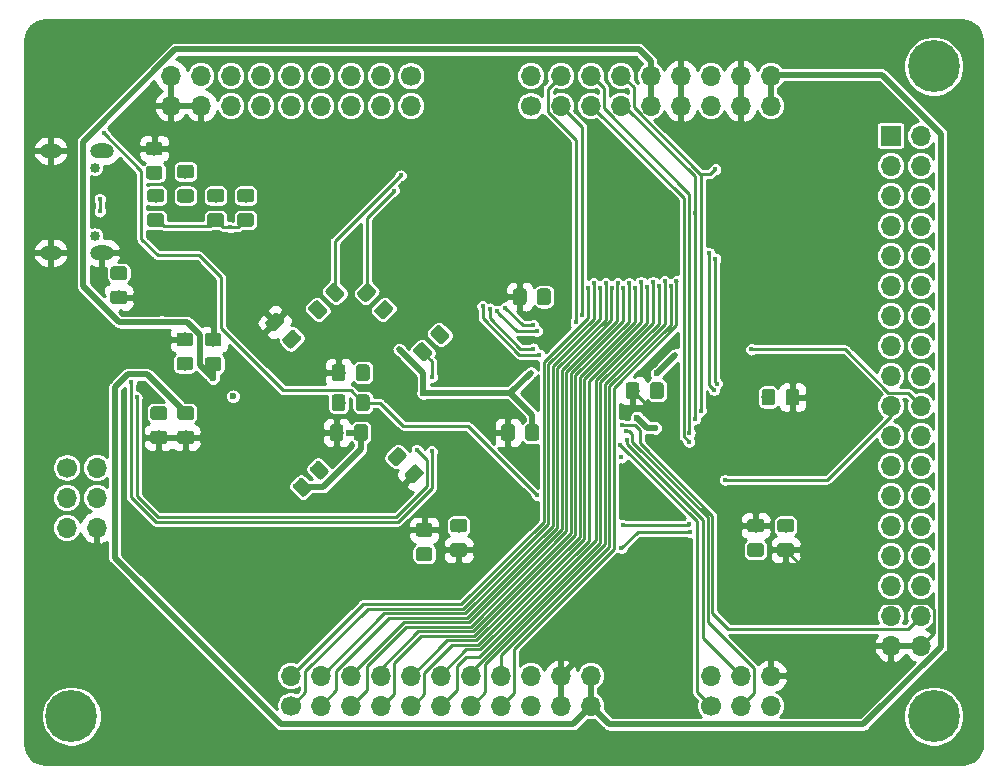
<source format=gbr>
G04 #@! TF.GenerationSoftware,KiCad,Pcbnew,(5.1.2-1)-1*
G04 #@! TF.CreationDate,2020-02-12T02:58:35-08:00*
G04 #@! TF.ProjectId,Mega,4d656761-2e6b-4696-9361-645f70636258,rev?*
G04 #@! TF.SameCoordinates,Original*
G04 #@! TF.FileFunction,Copper,L2,Bot*
G04 #@! TF.FilePolarity,Positive*
%FSLAX46Y46*%
G04 Gerber Fmt 4.6, Leading zero omitted, Abs format (unit mm)*
G04 Created by KiCad (PCBNEW (5.1.2-1)-1) date 2020-02-12 02:58:35*
%MOMM*%
%LPD*%
G04 APERTURE LIST*
%ADD10C,0.700000*%
%ADD11C,4.400000*%
%ADD12O,1.700000X1.700000*%
%ADD13C,1.700000*%
%ADD14C,0.850000*%
%ADD15O,1.828800X1.270000*%
%ADD16O,2.032000X1.270000*%
%ADD17C,0.100000*%
%ADD18C,1.150000*%
%ADD19R,1.700000X1.700000*%
%ADD20C,0.600000*%
%ADD21C,0.450000*%
%ADD22C,0.254000*%
%ADD23C,0.508000*%
G04 APERTURE END LIST*
D10*
X91166726Y-70833274D03*
X90000000Y-70350000D03*
X88833274Y-70833274D03*
X88350000Y-72000000D03*
X88833274Y-73166726D03*
X90000000Y-73650000D03*
X91166726Y-73166726D03*
X91650000Y-72000000D03*
D11*
X90000000Y-72000000D03*
D10*
X91166726Y-15833274D03*
X90000000Y-15350000D03*
X88833274Y-15833274D03*
X88350000Y-17000000D03*
X88833274Y-18166726D03*
X90000000Y-18650000D03*
X91166726Y-18166726D03*
X91650000Y-17000000D03*
D11*
X90000000Y-17000000D03*
D10*
X18166726Y-70833274D03*
X17000000Y-70350000D03*
X15833274Y-70833274D03*
X15350000Y-72000000D03*
X15833274Y-73166726D03*
X17000000Y-73650000D03*
X18166726Y-73166726D03*
X18650000Y-72000000D03*
D11*
X17000000Y-72000000D03*
D12*
X19140000Y-56040000D03*
X16600000Y-56040000D03*
X19140000Y-53500000D03*
X16600000Y-53500000D03*
X19140000Y-50960000D03*
D13*
X16600000Y-50960000D03*
D14*
X18950000Y-25560000D03*
X18950000Y-31330000D03*
D15*
X15240000Y-24130000D03*
D16*
X19558000Y-24130000D03*
D15*
X15240000Y-32766000D03*
D16*
X19558000Y-32766000D03*
D17*
G36*
X32224505Y-27366204D02*
G01*
X32248773Y-27369804D01*
X32272572Y-27375765D01*
X32295671Y-27384030D01*
X32317850Y-27394520D01*
X32338893Y-27407132D01*
X32358599Y-27421747D01*
X32376777Y-27438223D01*
X32393253Y-27456401D01*
X32407868Y-27476107D01*
X32420480Y-27497150D01*
X32430970Y-27519329D01*
X32439235Y-27542428D01*
X32445196Y-27566227D01*
X32448796Y-27590495D01*
X32450000Y-27614999D01*
X32450000Y-28265001D01*
X32448796Y-28289505D01*
X32445196Y-28313773D01*
X32439235Y-28337572D01*
X32430970Y-28360671D01*
X32420480Y-28382850D01*
X32407868Y-28403893D01*
X32393253Y-28423599D01*
X32376777Y-28441777D01*
X32358599Y-28458253D01*
X32338893Y-28472868D01*
X32317850Y-28485480D01*
X32295671Y-28495970D01*
X32272572Y-28504235D01*
X32248773Y-28510196D01*
X32224505Y-28513796D01*
X32200001Y-28515000D01*
X31299999Y-28515000D01*
X31275495Y-28513796D01*
X31251227Y-28510196D01*
X31227428Y-28504235D01*
X31204329Y-28495970D01*
X31182150Y-28485480D01*
X31161107Y-28472868D01*
X31141401Y-28458253D01*
X31123223Y-28441777D01*
X31106747Y-28423599D01*
X31092132Y-28403893D01*
X31079520Y-28382850D01*
X31069030Y-28360671D01*
X31060765Y-28337572D01*
X31054804Y-28313773D01*
X31051204Y-28289505D01*
X31050000Y-28265001D01*
X31050000Y-27614999D01*
X31051204Y-27590495D01*
X31054804Y-27566227D01*
X31060765Y-27542428D01*
X31069030Y-27519329D01*
X31079520Y-27497150D01*
X31092132Y-27476107D01*
X31106747Y-27456401D01*
X31123223Y-27438223D01*
X31141401Y-27421747D01*
X31161107Y-27407132D01*
X31182150Y-27394520D01*
X31204329Y-27384030D01*
X31227428Y-27375765D01*
X31251227Y-27369804D01*
X31275495Y-27366204D01*
X31299999Y-27365000D01*
X32200001Y-27365000D01*
X32224505Y-27366204D01*
X32224505Y-27366204D01*
G37*
D18*
X31750000Y-27940000D03*
D17*
G36*
X32224505Y-29416204D02*
G01*
X32248773Y-29419804D01*
X32272572Y-29425765D01*
X32295671Y-29434030D01*
X32317850Y-29444520D01*
X32338893Y-29457132D01*
X32358599Y-29471747D01*
X32376777Y-29488223D01*
X32393253Y-29506401D01*
X32407868Y-29526107D01*
X32420480Y-29547150D01*
X32430970Y-29569329D01*
X32439235Y-29592428D01*
X32445196Y-29616227D01*
X32448796Y-29640495D01*
X32450000Y-29664999D01*
X32450000Y-30315001D01*
X32448796Y-30339505D01*
X32445196Y-30363773D01*
X32439235Y-30387572D01*
X32430970Y-30410671D01*
X32420480Y-30432850D01*
X32407868Y-30453893D01*
X32393253Y-30473599D01*
X32376777Y-30491777D01*
X32358599Y-30508253D01*
X32338893Y-30522868D01*
X32317850Y-30535480D01*
X32295671Y-30545970D01*
X32272572Y-30554235D01*
X32248773Y-30560196D01*
X32224505Y-30563796D01*
X32200001Y-30565000D01*
X31299999Y-30565000D01*
X31275495Y-30563796D01*
X31251227Y-30560196D01*
X31227428Y-30554235D01*
X31204329Y-30545970D01*
X31182150Y-30535480D01*
X31161107Y-30522868D01*
X31141401Y-30508253D01*
X31123223Y-30491777D01*
X31106747Y-30473599D01*
X31092132Y-30453893D01*
X31079520Y-30432850D01*
X31069030Y-30410671D01*
X31060765Y-30387572D01*
X31054804Y-30363773D01*
X31051204Y-30339505D01*
X31050000Y-30315001D01*
X31050000Y-29664999D01*
X31051204Y-29640495D01*
X31054804Y-29616227D01*
X31060765Y-29592428D01*
X31069030Y-29569329D01*
X31079520Y-29547150D01*
X31092132Y-29526107D01*
X31106747Y-29506401D01*
X31123223Y-29488223D01*
X31141401Y-29471747D01*
X31161107Y-29457132D01*
X31182150Y-29444520D01*
X31204329Y-29434030D01*
X31227428Y-29425765D01*
X31251227Y-29419804D01*
X31275495Y-29416204D01*
X31299999Y-29415000D01*
X32200001Y-29415000D01*
X32224505Y-29416204D01*
X32224505Y-29416204D01*
G37*
D18*
X31750000Y-29990000D03*
D17*
G36*
X29684505Y-27366204D02*
G01*
X29708773Y-27369804D01*
X29732572Y-27375765D01*
X29755671Y-27384030D01*
X29777850Y-27394520D01*
X29798893Y-27407132D01*
X29818599Y-27421747D01*
X29836777Y-27438223D01*
X29853253Y-27456401D01*
X29867868Y-27476107D01*
X29880480Y-27497150D01*
X29890970Y-27519329D01*
X29899235Y-27542428D01*
X29905196Y-27566227D01*
X29908796Y-27590495D01*
X29910000Y-27614999D01*
X29910000Y-28265001D01*
X29908796Y-28289505D01*
X29905196Y-28313773D01*
X29899235Y-28337572D01*
X29890970Y-28360671D01*
X29880480Y-28382850D01*
X29867868Y-28403893D01*
X29853253Y-28423599D01*
X29836777Y-28441777D01*
X29818599Y-28458253D01*
X29798893Y-28472868D01*
X29777850Y-28485480D01*
X29755671Y-28495970D01*
X29732572Y-28504235D01*
X29708773Y-28510196D01*
X29684505Y-28513796D01*
X29660001Y-28515000D01*
X28759999Y-28515000D01*
X28735495Y-28513796D01*
X28711227Y-28510196D01*
X28687428Y-28504235D01*
X28664329Y-28495970D01*
X28642150Y-28485480D01*
X28621107Y-28472868D01*
X28601401Y-28458253D01*
X28583223Y-28441777D01*
X28566747Y-28423599D01*
X28552132Y-28403893D01*
X28539520Y-28382850D01*
X28529030Y-28360671D01*
X28520765Y-28337572D01*
X28514804Y-28313773D01*
X28511204Y-28289505D01*
X28510000Y-28265001D01*
X28510000Y-27614999D01*
X28511204Y-27590495D01*
X28514804Y-27566227D01*
X28520765Y-27542428D01*
X28529030Y-27519329D01*
X28539520Y-27497150D01*
X28552132Y-27476107D01*
X28566747Y-27456401D01*
X28583223Y-27438223D01*
X28601401Y-27421747D01*
X28621107Y-27407132D01*
X28642150Y-27394520D01*
X28664329Y-27384030D01*
X28687428Y-27375765D01*
X28711227Y-27369804D01*
X28735495Y-27366204D01*
X28759999Y-27365000D01*
X29660001Y-27365000D01*
X29684505Y-27366204D01*
X29684505Y-27366204D01*
G37*
D18*
X29210000Y-27940000D03*
D17*
G36*
X29684505Y-29416204D02*
G01*
X29708773Y-29419804D01*
X29732572Y-29425765D01*
X29755671Y-29434030D01*
X29777850Y-29444520D01*
X29798893Y-29457132D01*
X29818599Y-29471747D01*
X29836777Y-29488223D01*
X29853253Y-29506401D01*
X29867868Y-29526107D01*
X29880480Y-29547150D01*
X29890970Y-29569329D01*
X29899235Y-29592428D01*
X29905196Y-29616227D01*
X29908796Y-29640495D01*
X29910000Y-29664999D01*
X29910000Y-30315001D01*
X29908796Y-30339505D01*
X29905196Y-30363773D01*
X29899235Y-30387572D01*
X29890970Y-30410671D01*
X29880480Y-30432850D01*
X29867868Y-30453893D01*
X29853253Y-30473599D01*
X29836777Y-30491777D01*
X29818599Y-30508253D01*
X29798893Y-30522868D01*
X29777850Y-30535480D01*
X29755671Y-30545970D01*
X29732572Y-30554235D01*
X29708773Y-30560196D01*
X29684505Y-30563796D01*
X29660001Y-30565000D01*
X28759999Y-30565000D01*
X28735495Y-30563796D01*
X28711227Y-30560196D01*
X28687428Y-30554235D01*
X28664329Y-30545970D01*
X28642150Y-30535480D01*
X28621107Y-30522868D01*
X28601401Y-30508253D01*
X28583223Y-30491777D01*
X28566747Y-30473599D01*
X28552132Y-30453893D01*
X28539520Y-30432850D01*
X28529030Y-30410671D01*
X28520765Y-30387572D01*
X28514804Y-30363773D01*
X28511204Y-30339505D01*
X28510000Y-30315001D01*
X28510000Y-29664999D01*
X28511204Y-29640495D01*
X28514804Y-29616227D01*
X28520765Y-29592428D01*
X28529030Y-29569329D01*
X28539520Y-29547150D01*
X28552132Y-29526107D01*
X28566747Y-29506401D01*
X28583223Y-29488223D01*
X28601401Y-29471747D01*
X28621107Y-29457132D01*
X28642150Y-29444520D01*
X28664329Y-29434030D01*
X28687428Y-29425765D01*
X28711227Y-29419804D01*
X28735495Y-29416204D01*
X28759999Y-29415000D01*
X29660001Y-29415000D01*
X29684505Y-29416204D01*
X29684505Y-29416204D01*
G37*
D18*
X29210000Y-29990000D03*
D17*
G36*
X27124505Y-27376204D02*
G01*
X27148773Y-27379804D01*
X27172572Y-27385765D01*
X27195671Y-27394030D01*
X27217850Y-27404520D01*
X27238893Y-27417132D01*
X27258599Y-27431747D01*
X27276777Y-27448223D01*
X27293253Y-27466401D01*
X27307868Y-27486107D01*
X27320480Y-27507150D01*
X27330970Y-27529329D01*
X27339235Y-27552428D01*
X27345196Y-27576227D01*
X27348796Y-27600495D01*
X27350000Y-27624999D01*
X27350000Y-28275001D01*
X27348796Y-28299505D01*
X27345196Y-28323773D01*
X27339235Y-28347572D01*
X27330970Y-28370671D01*
X27320480Y-28392850D01*
X27307868Y-28413893D01*
X27293253Y-28433599D01*
X27276777Y-28451777D01*
X27258599Y-28468253D01*
X27238893Y-28482868D01*
X27217850Y-28495480D01*
X27195671Y-28505970D01*
X27172572Y-28514235D01*
X27148773Y-28520196D01*
X27124505Y-28523796D01*
X27100001Y-28525000D01*
X26199999Y-28525000D01*
X26175495Y-28523796D01*
X26151227Y-28520196D01*
X26127428Y-28514235D01*
X26104329Y-28505970D01*
X26082150Y-28495480D01*
X26061107Y-28482868D01*
X26041401Y-28468253D01*
X26023223Y-28451777D01*
X26006747Y-28433599D01*
X25992132Y-28413893D01*
X25979520Y-28392850D01*
X25969030Y-28370671D01*
X25960765Y-28347572D01*
X25954804Y-28323773D01*
X25951204Y-28299505D01*
X25950000Y-28275001D01*
X25950000Y-27624999D01*
X25951204Y-27600495D01*
X25954804Y-27576227D01*
X25960765Y-27552428D01*
X25969030Y-27529329D01*
X25979520Y-27507150D01*
X25992132Y-27486107D01*
X26006747Y-27466401D01*
X26023223Y-27448223D01*
X26041401Y-27431747D01*
X26061107Y-27417132D01*
X26082150Y-27404520D01*
X26104329Y-27394030D01*
X26127428Y-27385765D01*
X26151227Y-27379804D01*
X26175495Y-27376204D01*
X26199999Y-27375000D01*
X27100001Y-27375000D01*
X27124505Y-27376204D01*
X27124505Y-27376204D01*
G37*
D18*
X26650000Y-27950000D03*
D17*
G36*
X27124505Y-25326204D02*
G01*
X27148773Y-25329804D01*
X27172572Y-25335765D01*
X27195671Y-25344030D01*
X27217850Y-25354520D01*
X27238893Y-25367132D01*
X27258599Y-25381747D01*
X27276777Y-25398223D01*
X27293253Y-25416401D01*
X27307868Y-25436107D01*
X27320480Y-25457150D01*
X27330970Y-25479329D01*
X27339235Y-25502428D01*
X27345196Y-25526227D01*
X27348796Y-25550495D01*
X27350000Y-25574999D01*
X27350000Y-26225001D01*
X27348796Y-26249505D01*
X27345196Y-26273773D01*
X27339235Y-26297572D01*
X27330970Y-26320671D01*
X27320480Y-26342850D01*
X27307868Y-26363893D01*
X27293253Y-26383599D01*
X27276777Y-26401777D01*
X27258599Y-26418253D01*
X27238893Y-26432868D01*
X27217850Y-26445480D01*
X27195671Y-26455970D01*
X27172572Y-26464235D01*
X27148773Y-26470196D01*
X27124505Y-26473796D01*
X27100001Y-26475000D01*
X26199999Y-26475000D01*
X26175495Y-26473796D01*
X26151227Y-26470196D01*
X26127428Y-26464235D01*
X26104329Y-26455970D01*
X26082150Y-26445480D01*
X26061107Y-26432868D01*
X26041401Y-26418253D01*
X26023223Y-26401777D01*
X26006747Y-26383599D01*
X25992132Y-26363893D01*
X25979520Y-26342850D01*
X25969030Y-26320671D01*
X25960765Y-26297572D01*
X25954804Y-26273773D01*
X25951204Y-26249505D01*
X25950000Y-26225001D01*
X25950000Y-25574999D01*
X25951204Y-25550495D01*
X25954804Y-25526227D01*
X25960765Y-25502428D01*
X25969030Y-25479329D01*
X25979520Y-25457150D01*
X25992132Y-25436107D01*
X26006747Y-25416401D01*
X26023223Y-25398223D01*
X26041401Y-25381747D01*
X26061107Y-25367132D01*
X26082150Y-25354520D01*
X26104329Y-25344030D01*
X26127428Y-25335765D01*
X26151227Y-25329804D01*
X26175495Y-25326204D01*
X26199999Y-25325000D01*
X27100001Y-25325000D01*
X27124505Y-25326204D01*
X27124505Y-25326204D01*
G37*
D18*
X26650000Y-25900000D03*
D17*
G36*
X24604505Y-27366204D02*
G01*
X24628773Y-27369804D01*
X24652572Y-27375765D01*
X24675671Y-27384030D01*
X24697850Y-27394520D01*
X24718893Y-27407132D01*
X24738599Y-27421747D01*
X24756777Y-27438223D01*
X24773253Y-27456401D01*
X24787868Y-27476107D01*
X24800480Y-27497150D01*
X24810970Y-27519329D01*
X24819235Y-27542428D01*
X24825196Y-27566227D01*
X24828796Y-27590495D01*
X24830000Y-27614999D01*
X24830000Y-28265001D01*
X24828796Y-28289505D01*
X24825196Y-28313773D01*
X24819235Y-28337572D01*
X24810970Y-28360671D01*
X24800480Y-28382850D01*
X24787868Y-28403893D01*
X24773253Y-28423599D01*
X24756777Y-28441777D01*
X24738599Y-28458253D01*
X24718893Y-28472868D01*
X24697850Y-28485480D01*
X24675671Y-28495970D01*
X24652572Y-28504235D01*
X24628773Y-28510196D01*
X24604505Y-28513796D01*
X24580001Y-28515000D01*
X23679999Y-28515000D01*
X23655495Y-28513796D01*
X23631227Y-28510196D01*
X23607428Y-28504235D01*
X23584329Y-28495970D01*
X23562150Y-28485480D01*
X23541107Y-28472868D01*
X23521401Y-28458253D01*
X23503223Y-28441777D01*
X23486747Y-28423599D01*
X23472132Y-28403893D01*
X23459520Y-28382850D01*
X23449030Y-28360671D01*
X23440765Y-28337572D01*
X23434804Y-28313773D01*
X23431204Y-28289505D01*
X23430000Y-28265001D01*
X23430000Y-27614999D01*
X23431204Y-27590495D01*
X23434804Y-27566227D01*
X23440765Y-27542428D01*
X23449030Y-27519329D01*
X23459520Y-27497150D01*
X23472132Y-27476107D01*
X23486747Y-27456401D01*
X23503223Y-27438223D01*
X23521401Y-27421747D01*
X23541107Y-27407132D01*
X23562150Y-27394520D01*
X23584329Y-27384030D01*
X23607428Y-27375765D01*
X23631227Y-27369804D01*
X23655495Y-27366204D01*
X23679999Y-27365000D01*
X24580001Y-27365000D01*
X24604505Y-27366204D01*
X24604505Y-27366204D01*
G37*
D18*
X24130000Y-27940000D03*
D17*
G36*
X24604505Y-29416204D02*
G01*
X24628773Y-29419804D01*
X24652572Y-29425765D01*
X24675671Y-29434030D01*
X24697850Y-29444520D01*
X24718893Y-29457132D01*
X24738599Y-29471747D01*
X24756777Y-29488223D01*
X24773253Y-29506401D01*
X24787868Y-29526107D01*
X24800480Y-29547150D01*
X24810970Y-29569329D01*
X24819235Y-29592428D01*
X24825196Y-29616227D01*
X24828796Y-29640495D01*
X24830000Y-29664999D01*
X24830000Y-30315001D01*
X24828796Y-30339505D01*
X24825196Y-30363773D01*
X24819235Y-30387572D01*
X24810970Y-30410671D01*
X24800480Y-30432850D01*
X24787868Y-30453893D01*
X24773253Y-30473599D01*
X24756777Y-30491777D01*
X24738599Y-30508253D01*
X24718893Y-30522868D01*
X24697850Y-30535480D01*
X24675671Y-30545970D01*
X24652572Y-30554235D01*
X24628773Y-30560196D01*
X24604505Y-30563796D01*
X24580001Y-30565000D01*
X23679999Y-30565000D01*
X23655495Y-30563796D01*
X23631227Y-30560196D01*
X23607428Y-30554235D01*
X23584329Y-30545970D01*
X23562150Y-30535480D01*
X23541107Y-30522868D01*
X23521401Y-30508253D01*
X23503223Y-30491777D01*
X23486747Y-30473599D01*
X23472132Y-30453893D01*
X23459520Y-30432850D01*
X23449030Y-30410671D01*
X23440765Y-30387572D01*
X23434804Y-30363773D01*
X23431204Y-30339505D01*
X23430000Y-30315001D01*
X23430000Y-29664999D01*
X23431204Y-29640495D01*
X23434804Y-29616227D01*
X23440765Y-29592428D01*
X23449030Y-29569329D01*
X23459520Y-29547150D01*
X23472132Y-29526107D01*
X23486747Y-29506401D01*
X23503223Y-29488223D01*
X23521401Y-29471747D01*
X23541107Y-29457132D01*
X23562150Y-29444520D01*
X23584329Y-29434030D01*
X23607428Y-29425765D01*
X23631227Y-29419804D01*
X23655495Y-29416204D01*
X23679999Y-29415000D01*
X24580001Y-29415000D01*
X24604505Y-29416204D01*
X24604505Y-29416204D01*
G37*
D18*
X24130000Y-29990000D03*
D17*
G36*
X21474505Y-33926204D02*
G01*
X21498773Y-33929804D01*
X21522572Y-33935765D01*
X21545671Y-33944030D01*
X21567850Y-33954520D01*
X21588893Y-33967132D01*
X21608599Y-33981747D01*
X21626777Y-33998223D01*
X21643253Y-34016401D01*
X21657868Y-34036107D01*
X21670480Y-34057150D01*
X21680970Y-34079329D01*
X21689235Y-34102428D01*
X21695196Y-34126227D01*
X21698796Y-34150495D01*
X21700000Y-34174999D01*
X21700000Y-34825001D01*
X21698796Y-34849505D01*
X21695196Y-34873773D01*
X21689235Y-34897572D01*
X21680970Y-34920671D01*
X21670480Y-34942850D01*
X21657868Y-34963893D01*
X21643253Y-34983599D01*
X21626777Y-35001777D01*
X21608599Y-35018253D01*
X21588893Y-35032868D01*
X21567850Y-35045480D01*
X21545671Y-35055970D01*
X21522572Y-35064235D01*
X21498773Y-35070196D01*
X21474505Y-35073796D01*
X21450001Y-35075000D01*
X20549999Y-35075000D01*
X20525495Y-35073796D01*
X20501227Y-35070196D01*
X20477428Y-35064235D01*
X20454329Y-35055970D01*
X20432150Y-35045480D01*
X20411107Y-35032868D01*
X20391401Y-35018253D01*
X20373223Y-35001777D01*
X20356747Y-34983599D01*
X20342132Y-34963893D01*
X20329520Y-34942850D01*
X20319030Y-34920671D01*
X20310765Y-34897572D01*
X20304804Y-34873773D01*
X20301204Y-34849505D01*
X20300000Y-34825001D01*
X20300000Y-34174999D01*
X20301204Y-34150495D01*
X20304804Y-34126227D01*
X20310765Y-34102428D01*
X20319030Y-34079329D01*
X20329520Y-34057150D01*
X20342132Y-34036107D01*
X20356747Y-34016401D01*
X20373223Y-33998223D01*
X20391401Y-33981747D01*
X20411107Y-33967132D01*
X20432150Y-33954520D01*
X20454329Y-33944030D01*
X20477428Y-33935765D01*
X20501227Y-33929804D01*
X20525495Y-33926204D01*
X20549999Y-33925000D01*
X21450001Y-33925000D01*
X21474505Y-33926204D01*
X21474505Y-33926204D01*
G37*
D18*
X21000000Y-34500000D03*
D17*
G36*
X21474505Y-35976204D02*
G01*
X21498773Y-35979804D01*
X21522572Y-35985765D01*
X21545671Y-35994030D01*
X21567850Y-36004520D01*
X21588893Y-36017132D01*
X21608599Y-36031747D01*
X21626777Y-36048223D01*
X21643253Y-36066401D01*
X21657868Y-36086107D01*
X21670480Y-36107150D01*
X21680970Y-36129329D01*
X21689235Y-36152428D01*
X21695196Y-36176227D01*
X21698796Y-36200495D01*
X21700000Y-36224999D01*
X21700000Y-36875001D01*
X21698796Y-36899505D01*
X21695196Y-36923773D01*
X21689235Y-36947572D01*
X21680970Y-36970671D01*
X21670480Y-36992850D01*
X21657868Y-37013893D01*
X21643253Y-37033599D01*
X21626777Y-37051777D01*
X21608599Y-37068253D01*
X21588893Y-37082868D01*
X21567850Y-37095480D01*
X21545671Y-37105970D01*
X21522572Y-37114235D01*
X21498773Y-37120196D01*
X21474505Y-37123796D01*
X21450001Y-37125000D01*
X20549999Y-37125000D01*
X20525495Y-37123796D01*
X20501227Y-37120196D01*
X20477428Y-37114235D01*
X20454329Y-37105970D01*
X20432150Y-37095480D01*
X20411107Y-37082868D01*
X20391401Y-37068253D01*
X20373223Y-37051777D01*
X20356747Y-37033599D01*
X20342132Y-37013893D01*
X20329520Y-36992850D01*
X20319030Y-36970671D01*
X20310765Y-36947572D01*
X20304804Y-36923773D01*
X20301204Y-36899505D01*
X20300000Y-36875001D01*
X20300000Y-36224999D01*
X20301204Y-36200495D01*
X20304804Y-36176227D01*
X20310765Y-36152428D01*
X20319030Y-36129329D01*
X20329520Y-36107150D01*
X20342132Y-36086107D01*
X20356747Y-36066401D01*
X20373223Y-36048223D01*
X20391401Y-36031747D01*
X20411107Y-36017132D01*
X20432150Y-36004520D01*
X20454329Y-35994030D01*
X20477428Y-35985765D01*
X20501227Y-35979804D01*
X20525495Y-35976204D01*
X20549999Y-35975000D01*
X21450001Y-35975000D01*
X21474505Y-35976204D01*
X21474505Y-35976204D01*
G37*
D18*
X21000000Y-36550000D03*
D17*
G36*
X24474505Y-25426204D02*
G01*
X24498773Y-25429804D01*
X24522572Y-25435765D01*
X24545671Y-25444030D01*
X24567850Y-25454520D01*
X24588893Y-25467132D01*
X24608599Y-25481747D01*
X24626777Y-25498223D01*
X24643253Y-25516401D01*
X24657868Y-25536107D01*
X24670480Y-25557150D01*
X24680970Y-25579329D01*
X24689235Y-25602428D01*
X24695196Y-25626227D01*
X24698796Y-25650495D01*
X24700000Y-25674999D01*
X24700000Y-26325001D01*
X24698796Y-26349505D01*
X24695196Y-26373773D01*
X24689235Y-26397572D01*
X24680970Y-26420671D01*
X24670480Y-26442850D01*
X24657868Y-26463893D01*
X24643253Y-26483599D01*
X24626777Y-26501777D01*
X24608599Y-26518253D01*
X24588893Y-26532868D01*
X24567850Y-26545480D01*
X24545671Y-26555970D01*
X24522572Y-26564235D01*
X24498773Y-26570196D01*
X24474505Y-26573796D01*
X24450001Y-26575000D01*
X23549999Y-26575000D01*
X23525495Y-26573796D01*
X23501227Y-26570196D01*
X23477428Y-26564235D01*
X23454329Y-26555970D01*
X23432150Y-26545480D01*
X23411107Y-26532868D01*
X23391401Y-26518253D01*
X23373223Y-26501777D01*
X23356747Y-26483599D01*
X23342132Y-26463893D01*
X23329520Y-26442850D01*
X23319030Y-26420671D01*
X23310765Y-26397572D01*
X23304804Y-26373773D01*
X23301204Y-26349505D01*
X23300000Y-26325001D01*
X23300000Y-25674999D01*
X23301204Y-25650495D01*
X23304804Y-25626227D01*
X23310765Y-25602428D01*
X23319030Y-25579329D01*
X23329520Y-25557150D01*
X23342132Y-25536107D01*
X23356747Y-25516401D01*
X23373223Y-25498223D01*
X23391401Y-25481747D01*
X23411107Y-25467132D01*
X23432150Y-25454520D01*
X23454329Y-25444030D01*
X23477428Y-25435765D01*
X23501227Y-25429804D01*
X23525495Y-25426204D01*
X23549999Y-25425000D01*
X24450001Y-25425000D01*
X24474505Y-25426204D01*
X24474505Y-25426204D01*
G37*
D18*
X24000000Y-26000000D03*
D17*
G36*
X24474505Y-23376204D02*
G01*
X24498773Y-23379804D01*
X24522572Y-23385765D01*
X24545671Y-23394030D01*
X24567850Y-23404520D01*
X24588893Y-23417132D01*
X24608599Y-23431747D01*
X24626777Y-23448223D01*
X24643253Y-23466401D01*
X24657868Y-23486107D01*
X24670480Y-23507150D01*
X24680970Y-23529329D01*
X24689235Y-23552428D01*
X24695196Y-23576227D01*
X24698796Y-23600495D01*
X24700000Y-23624999D01*
X24700000Y-24275001D01*
X24698796Y-24299505D01*
X24695196Y-24323773D01*
X24689235Y-24347572D01*
X24680970Y-24370671D01*
X24670480Y-24392850D01*
X24657868Y-24413893D01*
X24643253Y-24433599D01*
X24626777Y-24451777D01*
X24608599Y-24468253D01*
X24588893Y-24482868D01*
X24567850Y-24495480D01*
X24545671Y-24505970D01*
X24522572Y-24514235D01*
X24498773Y-24520196D01*
X24474505Y-24523796D01*
X24450001Y-24525000D01*
X23549999Y-24525000D01*
X23525495Y-24523796D01*
X23501227Y-24520196D01*
X23477428Y-24514235D01*
X23454329Y-24505970D01*
X23432150Y-24495480D01*
X23411107Y-24482868D01*
X23391401Y-24468253D01*
X23373223Y-24451777D01*
X23356747Y-24433599D01*
X23342132Y-24413893D01*
X23329520Y-24392850D01*
X23319030Y-24370671D01*
X23310765Y-24347572D01*
X23304804Y-24323773D01*
X23301204Y-24299505D01*
X23300000Y-24275001D01*
X23300000Y-23624999D01*
X23301204Y-23600495D01*
X23304804Y-23576227D01*
X23310765Y-23552428D01*
X23319030Y-23529329D01*
X23329520Y-23507150D01*
X23342132Y-23486107D01*
X23356747Y-23466401D01*
X23373223Y-23448223D01*
X23391401Y-23431747D01*
X23411107Y-23417132D01*
X23432150Y-23404520D01*
X23454329Y-23394030D01*
X23477428Y-23385765D01*
X23501227Y-23379804D01*
X23525495Y-23376204D01*
X23549999Y-23375000D01*
X24450001Y-23375000D01*
X24474505Y-23376204D01*
X24474505Y-23376204D01*
G37*
D18*
X24000000Y-23950000D03*
D17*
G36*
X41849505Y-47301204D02*
G01*
X41873773Y-47304804D01*
X41897572Y-47310765D01*
X41920671Y-47319030D01*
X41942850Y-47329520D01*
X41963893Y-47342132D01*
X41983599Y-47356747D01*
X42001777Y-47373223D01*
X42018253Y-47391401D01*
X42032868Y-47411107D01*
X42045480Y-47432150D01*
X42055970Y-47454329D01*
X42064235Y-47477428D01*
X42070196Y-47501227D01*
X42073796Y-47525495D01*
X42075000Y-47549999D01*
X42075000Y-48450001D01*
X42073796Y-48474505D01*
X42070196Y-48498773D01*
X42064235Y-48522572D01*
X42055970Y-48545671D01*
X42045480Y-48567850D01*
X42032868Y-48588893D01*
X42018253Y-48608599D01*
X42001777Y-48626777D01*
X41983599Y-48643253D01*
X41963893Y-48657868D01*
X41942850Y-48670480D01*
X41920671Y-48680970D01*
X41897572Y-48689235D01*
X41873773Y-48695196D01*
X41849505Y-48698796D01*
X41825001Y-48700000D01*
X41174999Y-48700000D01*
X41150495Y-48698796D01*
X41126227Y-48695196D01*
X41102428Y-48689235D01*
X41079329Y-48680970D01*
X41057150Y-48670480D01*
X41036107Y-48657868D01*
X41016401Y-48643253D01*
X40998223Y-48626777D01*
X40981747Y-48608599D01*
X40967132Y-48588893D01*
X40954520Y-48567850D01*
X40944030Y-48545671D01*
X40935765Y-48522572D01*
X40929804Y-48498773D01*
X40926204Y-48474505D01*
X40925000Y-48450001D01*
X40925000Y-47549999D01*
X40926204Y-47525495D01*
X40929804Y-47501227D01*
X40935765Y-47477428D01*
X40944030Y-47454329D01*
X40954520Y-47432150D01*
X40967132Y-47411107D01*
X40981747Y-47391401D01*
X40998223Y-47373223D01*
X41016401Y-47356747D01*
X41036107Y-47342132D01*
X41057150Y-47329520D01*
X41079329Y-47319030D01*
X41102428Y-47310765D01*
X41126227Y-47304804D01*
X41150495Y-47301204D01*
X41174999Y-47300000D01*
X41825001Y-47300000D01*
X41849505Y-47301204D01*
X41849505Y-47301204D01*
G37*
D18*
X41500000Y-48000000D03*
D17*
G36*
X39799505Y-47301204D02*
G01*
X39823773Y-47304804D01*
X39847572Y-47310765D01*
X39870671Y-47319030D01*
X39892850Y-47329520D01*
X39913893Y-47342132D01*
X39933599Y-47356747D01*
X39951777Y-47373223D01*
X39968253Y-47391401D01*
X39982868Y-47411107D01*
X39995480Y-47432150D01*
X40005970Y-47454329D01*
X40014235Y-47477428D01*
X40020196Y-47501227D01*
X40023796Y-47525495D01*
X40025000Y-47549999D01*
X40025000Y-48450001D01*
X40023796Y-48474505D01*
X40020196Y-48498773D01*
X40014235Y-48522572D01*
X40005970Y-48545671D01*
X39995480Y-48567850D01*
X39982868Y-48588893D01*
X39968253Y-48608599D01*
X39951777Y-48626777D01*
X39933599Y-48643253D01*
X39913893Y-48657868D01*
X39892850Y-48670480D01*
X39870671Y-48680970D01*
X39847572Y-48689235D01*
X39823773Y-48695196D01*
X39799505Y-48698796D01*
X39775001Y-48700000D01*
X39124999Y-48700000D01*
X39100495Y-48698796D01*
X39076227Y-48695196D01*
X39052428Y-48689235D01*
X39029329Y-48680970D01*
X39007150Y-48670480D01*
X38986107Y-48657868D01*
X38966401Y-48643253D01*
X38948223Y-48626777D01*
X38931747Y-48608599D01*
X38917132Y-48588893D01*
X38904520Y-48567850D01*
X38894030Y-48545671D01*
X38885765Y-48522572D01*
X38879804Y-48498773D01*
X38876204Y-48474505D01*
X38875000Y-48450001D01*
X38875000Y-47549999D01*
X38876204Y-47525495D01*
X38879804Y-47501227D01*
X38885765Y-47477428D01*
X38894030Y-47454329D01*
X38904520Y-47432150D01*
X38917132Y-47411107D01*
X38931747Y-47391401D01*
X38948223Y-47373223D01*
X38966401Y-47356747D01*
X38986107Y-47342132D01*
X39007150Y-47329520D01*
X39029329Y-47319030D01*
X39052428Y-47310765D01*
X39076227Y-47304804D01*
X39100495Y-47301204D01*
X39124999Y-47300000D01*
X39775001Y-47300000D01*
X39799505Y-47301204D01*
X39799505Y-47301204D01*
G37*
D18*
X39450000Y-48000000D03*
D17*
G36*
X57349505Y-35801204D02*
G01*
X57373773Y-35804804D01*
X57397572Y-35810765D01*
X57420671Y-35819030D01*
X57442850Y-35829520D01*
X57463893Y-35842132D01*
X57483599Y-35856747D01*
X57501777Y-35873223D01*
X57518253Y-35891401D01*
X57532868Y-35911107D01*
X57545480Y-35932150D01*
X57555970Y-35954329D01*
X57564235Y-35977428D01*
X57570196Y-36001227D01*
X57573796Y-36025495D01*
X57575000Y-36049999D01*
X57575000Y-36950001D01*
X57573796Y-36974505D01*
X57570196Y-36998773D01*
X57564235Y-37022572D01*
X57555970Y-37045671D01*
X57545480Y-37067850D01*
X57532868Y-37088893D01*
X57518253Y-37108599D01*
X57501777Y-37126777D01*
X57483599Y-37143253D01*
X57463893Y-37157868D01*
X57442850Y-37170480D01*
X57420671Y-37180970D01*
X57397572Y-37189235D01*
X57373773Y-37195196D01*
X57349505Y-37198796D01*
X57325001Y-37200000D01*
X56674999Y-37200000D01*
X56650495Y-37198796D01*
X56626227Y-37195196D01*
X56602428Y-37189235D01*
X56579329Y-37180970D01*
X56557150Y-37170480D01*
X56536107Y-37157868D01*
X56516401Y-37143253D01*
X56498223Y-37126777D01*
X56481747Y-37108599D01*
X56467132Y-37088893D01*
X56454520Y-37067850D01*
X56444030Y-37045671D01*
X56435765Y-37022572D01*
X56429804Y-36998773D01*
X56426204Y-36974505D01*
X56425000Y-36950001D01*
X56425000Y-36049999D01*
X56426204Y-36025495D01*
X56429804Y-36001227D01*
X56435765Y-35977428D01*
X56444030Y-35954329D01*
X56454520Y-35932150D01*
X56467132Y-35911107D01*
X56481747Y-35891401D01*
X56498223Y-35873223D01*
X56516401Y-35856747D01*
X56536107Y-35842132D01*
X56557150Y-35829520D01*
X56579329Y-35819030D01*
X56602428Y-35810765D01*
X56626227Y-35804804D01*
X56650495Y-35801204D01*
X56674999Y-35800000D01*
X57325001Y-35800000D01*
X57349505Y-35801204D01*
X57349505Y-35801204D01*
G37*
D18*
X57000000Y-36500000D03*
D17*
G36*
X55299505Y-35801204D02*
G01*
X55323773Y-35804804D01*
X55347572Y-35810765D01*
X55370671Y-35819030D01*
X55392850Y-35829520D01*
X55413893Y-35842132D01*
X55433599Y-35856747D01*
X55451777Y-35873223D01*
X55468253Y-35891401D01*
X55482868Y-35911107D01*
X55495480Y-35932150D01*
X55505970Y-35954329D01*
X55514235Y-35977428D01*
X55520196Y-36001227D01*
X55523796Y-36025495D01*
X55525000Y-36049999D01*
X55525000Y-36950001D01*
X55523796Y-36974505D01*
X55520196Y-36998773D01*
X55514235Y-37022572D01*
X55505970Y-37045671D01*
X55495480Y-37067850D01*
X55482868Y-37088893D01*
X55468253Y-37108599D01*
X55451777Y-37126777D01*
X55433599Y-37143253D01*
X55413893Y-37157868D01*
X55392850Y-37170480D01*
X55370671Y-37180970D01*
X55347572Y-37189235D01*
X55323773Y-37195196D01*
X55299505Y-37198796D01*
X55275001Y-37200000D01*
X54624999Y-37200000D01*
X54600495Y-37198796D01*
X54576227Y-37195196D01*
X54552428Y-37189235D01*
X54529329Y-37180970D01*
X54507150Y-37170480D01*
X54486107Y-37157868D01*
X54466401Y-37143253D01*
X54448223Y-37126777D01*
X54431747Y-37108599D01*
X54417132Y-37088893D01*
X54404520Y-37067850D01*
X54394030Y-37045671D01*
X54385765Y-37022572D01*
X54379804Y-36998773D01*
X54376204Y-36974505D01*
X54375000Y-36950001D01*
X54375000Y-36049999D01*
X54376204Y-36025495D01*
X54379804Y-36001227D01*
X54385765Y-35977428D01*
X54394030Y-35954329D01*
X54404520Y-35932150D01*
X54417132Y-35911107D01*
X54431747Y-35891401D01*
X54448223Y-35873223D01*
X54466401Y-35856747D01*
X54486107Y-35842132D01*
X54507150Y-35829520D01*
X54529329Y-35819030D01*
X54552428Y-35810765D01*
X54576227Y-35804804D01*
X54600495Y-35801204D01*
X54624999Y-35800000D01*
X55275001Y-35800000D01*
X55299505Y-35801204D01*
X55299505Y-35801204D01*
G37*
D18*
X54950000Y-36500000D03*
D17*
G36*
X76349505Y-44301204D02*
G01*
X76373773Y-44304804D01*
X76397572Y-44310765D01*
X76420671Y-44319030D01*
X76442850Y-44329520D01*
X76463893Y-44342132D01*
X76483599Y-44356747D01*
X76501777Y-44373223D01*
X76518253Y-44391401D01*
X76532868Y-44411107D01*
X76545480Y-44432150D01*
X76555970Y-44454329D01*
X76564235Y-44477428D01*
X76570196Y-44501227D01*
X76573796Y-44525495D01*
X76575000Y-44549999D01*
X76575000Y-45450001D01*
X76573796Y-45474505D01*
X76570196Y-45498773D01*
X76564235Y-45522572D01*
X76555970Y-45545671D01*
X76545480Y-45567850D01*
X76532868Y-45588893D01*
X76518253Y-45608599D01*
X76501777Y-45626777D01*
X76483599Y-45643253D01*
X76463893Y-45657868D01*
X76442850Y-45670480D01*
X76420671Y-45680970D01*
X76397572Y-45689235D01*
X76373773Y-45695196D01*
X76349505Y-45698796D01*
X76325001Y-45700000D01*
X75674999Y-45700000D01*
X75650495Y-45698796D01*
X75626227Y-45695196D01*
X75602428Y-45689235D01*
X75579329Y-45680970D01*
X75557150Y-45670480D01*
X75536107Y-45657868D01*
X75516401Y-45643253D01*
X75498223Y-45626777D01*
X75481747Y-45608599D01*
X75467132Y-45588893D01*
X75454520Y-45567850D01*
X75444030Y-45545671D01*
X75435765Y-45522572D01*
X75429804Y-45498773D01*
X75426204Y-45474505D01*
X75425000Y-45450001D01*
X75425000Y-44549999D01*
X75426204Y-44525495D01*
X75429804Y-44501227D01*
X75435765Y-44477428D01*
X75444030Y-44454329D01*
X75454520Y-44432150D01*
X75467132Y-44411107D01*
X75481747Y-44391401D01*
X75498223Y-44373223D01*
X75516401Y-44356747D01*
X75536107Y-44342132D01*
X75557150Y-44329520D01*
X75579329Y-44319030D01*
X75602428Y-44310765D01*
X75626227Y-44304804D01*
X75650495Y-44301204D01*
X75674999Y-44300000D01*
X76325001Y-44300000D01*
X76349505Y-44301204D01*
X76349505Y-44301204D01*
G37*
D18*
X76000000Y-45000000D03*
D17*
G36*
X78399505Y-44301204D02*
G01*
X78423773Y-44304804D01*
X78447572Y-44310765D01*
X78470671Y-44319030D01*
X78492850Y-44329520D01*
X78513893Y-44342132D01*
X78533599Y-44356747D01*
X78551777Y-44373223D01*
X78568253Y-44391401D01*
X78582868Y-44411107D01*
X78595480Y-44432150D01*
X78605970Y-44454329D01*
X78614235Y-44477428D01*
X78620196Y-44501227D01*
X78623796Y-44525495D01*
X78625000Y-44549999D01*
X78625000Y-45450001D01*
X78623796Y-45474505D01*
X78620196Y-45498773D01*
X78614235Y-45522572D01*
X78605970Y-45545671D01*
X78595480Y-45567850D01*
X78582868Y-45588893D01*
X78568253Y-45608599D01*
X78551777Y-45626777D01*
X78533599Y-45643253D01*
X78513893Y-45657868D01*
X78492850Y-45670480D01*
X78470671Y-45680970D01*
X78447572Y-45689235D01*
X78423773Y-45695196D01*
X78399505Y-45698796D01*
X78375001Y-45700000D01*
X77724999Y-45700000D01*
X77700495Y-45698796D01*
X77676227Y-45695196D01*
X77652428Y-45689235D01*
X77629329Y-45680970D01*
X77607150Y-45670480D01*
X77586107Y-45657868D01*
X77566401Y-45643253D01*
X77548223Y-45626777D01*
X77531747Y-45608599D01*
X77517132Y-45588893D01*
X77504520Y-45567850D01*
X77494030Y-45545671D01*
X77485765Y-45522572D01*
X77479804Y-45498773D01*
X77476204Y-45474505D01*
X77475000Y-45450001D01*
X77475000Y-44549999D01*
X77476204Y-44525495D01*
X77479804Y-44501227D01*
X77485765Y-44477428D01*
X77494030Y-44454329D01*
X77504520Y-44432150D01*
X77517132Y-44411107D01*
X77531747Y-44391401D01*
X77548223Y-44373223D01*
X77566401Y-44356747D01*
X77586107Y-44342132D01*
X77607150Y-44329520D01*
X77629329Y-44319030D01*
X77652428Y-44310765D01*
X77676227Y-44304804D01*
X77700495Y-44301204D01*
X77724999Y-44300000D01*
X78375001Y-44300000D01*
X78399505Y-44301204D01*
X78399505Y-44301204D01*
G37*
D18*
X78050000Y-45000000D03*
D17*
G36*
X56349505Y-47301204D02*
G01*
X56373773Y-47304804D01*
X56397572Y-47310765D01*
X56420671Y-47319030D01*
X56442850Y-47329520D01*
X56463893Y-47342132D01*
X56483599Y-47356747D01*
X56501777Y-47373223D01*
X56518253Y-47391401D01*
X56532868Y-47411107D01*
X56545480Y-47432150D01*
X56555970Y-47454329D01*
X56564235Y-47477428D01*
X56570196Y-47501227D01*
X56573796Y-47525495D01*
X56575000Y-47549999D01*
X56575000Y-48450001D01*
X56573796Y-48474505D01*
X56570196Y-48498773D01*
X56564235Y-48522572D01*
X56555970Y-48545671D01*
X56545480Y-48567850D01*
X56532868Y-48588893D01*
X56518253Y-48608599D01*
X56501777Y-48626777D01*
X56483599Y-48643253D01*
X56463893Y-48657868D01*
X56442850Y-48670480D01*
X56420671Y-48680970D01*
X56397572Y-48689235D01*
X56373773Y-48695196D01*
X56349505Y-48698796D01*
X56325001Y-48700000D01*
X55674999Y-48700000D01*
X55650495Y-48698796D01*
X55626227Y-48695196D01*
X55602428Y-48689235D01*
X55579329Y-48680970D01*
X55557150Y-48670480D01*
X55536107Y-48657868D01*
X55516401Y-48643253D01*
X55498223Y-48626777D01*
X55481747Y-48608599D01*
X55467132Y-48588893D01*
X55454520Y-48567850D01*
X55444030Y-48545671D01*
X55435765Y-48522572D01*
X55429804Y-48498773D01*
X55426204Y-48474505D01*
X55425000Y-48450001D01*
X55425000Y-47549999D01*
X55426204Y-47525495D01*
X55429804Y-47501227D01*
X55435765Y-47477428D01*
X55444030Y-47454329D01*
X55454520Y-47432150D01*
X55467132Y-47411107D01*
X55481747Y-47391401D01*
X55498223Y-47373223D01*
X55516401Y-47356747D01*
X55536107Y-47342132D01*
X55557150Y-47329520D01*
X55579329Y-47319030D01*
X55602428Y-47310765D01*
X55626227Y-47304804D01*
X55650495Y-47301204D01*
X55674999Y-47300000D01*
X56325001Y-47300000D01*
X56349505Y-47301204D01*
X56349505Y-47301204D01*
G37*
D18*
X56000000Y-48000000D03*
D17*
G36*
X54299505Y-47301204D02*
G01*
X54323773Y-47304804D01*
X54347572Y-47310765D01*
X54370671Y-47319030D01*
X54392850Y-47329520D01*
X54413893Y-47342132D01*
X54433599Y-47356747D01*
X54451777Y-47373223D01*
X54468253Y-47391401D01*
X54482868Y-47411107D01*
X54495480Y-47432150D01*
X54505970Y-47454329D01*
X54514235Y-47477428D01*
X54520196Y-47501227D01*
X54523796Y-47525495D01*
X54525000Y-47549999D01*
X54525000Y-48450001D01*
X54523796Y-48474505D01*
X54520196Y-48498773D01*
X54514235Y-48522572D01*
X54505970Y-48545671D01*
X54495480Y-48567850D01*
X54482868Y-48588893D01*
X54468253Y-48608599D01*
X54451777Y-48626777D01*
X54433599Y-48643253D01*
X54413893Y-48657868D01*
X54392850Y-48670480D01*
X54370671Y-48680970D01*
X54347572Y-48689235D01*
X54323773Y-48695196D01*
X54299505Y-48698796D01*
X54275001Y-48700000D01*
X53624999Y-48700000D01*
X53600495Y-48698796D01*
X53576227Y-48695196D01*
X53552428Y-48689235D01*
X53529329Y-48680970D01*
X53507150Y-48670480D01*
X53486107Y-48657868D01*
X53466401Y-48643253D01*
X53448223Y-48626777D01*
X53431747Y-48608599D01*
X53417132Y-48588893D01*
X53404520Y-48567850D01*
X53394030Y-48545671D01*
X53385765Y-48522572D01*
X53379804Y-48498773D01*
X53376204Y-48474505D01*
X53375000Y-48450001D01*
X53375000Y-47549999D01*
X53376204Y-47525495D01*
X53379804Y-47501227D01*
X53385765Y-47477428D01*
X53394030Y-47454329D01*
X53404520Y-47432150D01*
X53417132Y-47411107D01*
X53431747Y-47391401D01*
X53448223Y-47373223D01*
X53466401Y-47356747D01*
X53486107Y-47342132D01*
X53507150Y-47329520D01*
X53529329Y-47319030D01*
X53552428Y-47310765D01*
X53576227Y-47304804D01*
X53600495Y-47301204D01*
X53624999Y-47300000D01*
X54275001Y-47300000D01*
X54299505Y-47301204D01*
X54299505Y-47301204D01*
G37*
D18*
X53950000Y-48000000D03*
D12*
X60960000Y-68580000D03*
X60960000Y-71120000D03*
X58420000Y-68580000D03*
X58420000Y-71120000D03*
X55880000Y-68580000D03*
X55880000Y-71120000D03*
X53340000Y-68580000D03*
X53340000Y-71120000D03*
X50800000Y-68580000D03*
X50800000Y-71120000D03*
X48260000Y-68580000D03*
X48260000Y-71120000D03*
X45720000Y-68580000D03*
X45720000Y-71120000D03*
X43180000Y-68580000D03*
X43180000Y-71120000D03*
X40640000Y-68580000D03*
X40640000Y-71120000D03*
X38100000Y-68580000D03*
X38100000Y-71120000D03*
X35560000Y-68580000D03*
D13*
X35560000Y-71120000D03*
D12*
X76200000Y-68580000D03*
X76200000Y-71120000D03*
X73660000Y-68580000D03*
X73660000Y-71120000D03*
X71120000Y-68580000D03*
D13*
X71120000Y-71120000D03*
D12*
X88900000Y-66040000D03*
X86360000Y-66040000D03*
X88900000Y-63500000D03*
X86360000Y-63500000D03*
X88900000Y-60960000D03*
X86360000Y-60960000D03*
X88900000Y-58420000D03*
X86360000Y-58420000D03*
X88900000Y-55880000D03*
X86360000Y-55880000D03*
X88900000Y-53340000D03*
X86360000Y-53340000D03*
X88900000Y-50800000D03*
X86360000Y-50800000D03*
X88900000Y-48260000D03*
X86360000Y-48260000D03*
X88900000Y-45720000D03*
X86360000Y-45720000D03*
X88900000Y-43180000D03*
X86360000Y-43180000D03*
X88900000Y-40640000D03*
X86360000Y-40640000D03*
X88900000Y-38100000D03*
X86360000Y-38100000D03*
X88900000Y-35560000D03*
X86360000Y-35560000D03*
X88900000Y-33020000D03*
X86360000Y-33020000D03*
X88900000Y-30480000D03*
X86360000Y-30480000D03*
X88900000Y-27940000D03*
X86360000Y-27940000D03*
X88900000Y-25400000D03*
X86360000Y-25400000D03*
X88900000Y-22860000D03*
D19*
X86360000Y-22860000D03*
D12*
X76200000Y-17780000D03*
X76200000Y-20320000D03*
X73660000Y-17780000D03*
X73660000Y-20320000D03*
X71120000Y-17780000D03*
X71120000Y-20320000D03*
X68580000Y-17780000D03*
X68580000Y-20320000D03*
X66040000Y-17780000D03*
X66040000Y-20320000D03*
X63500000Y-17780000D03*
X63500000Y-20320000D03*
X60960000Y-17780000D03*
X60960000Y-20320000D03*
X58420000Y-17780000D03*
X58420000Y-20320000D03*
X55880000Y-17780000D03*
D13*
X55880000Y-20320000D03*
D12*
X25400000Y-20320000D03*
X25400000Y-17780000D03*
X27940000Y-20320000D03*
X27940000Y-17780000D03*
X30480000Y-20320000D03*
X30480000Y-17780000D03*
X33020000Y-20320000D03*
X33020000Y-17780000D03*
X35560000Y-20320000D03*
X35560000Y-17780000D03*
X38100000Y-20320000D03*
X38100000Y-17780000D03*
X40640000Y-20320000D03*
X40640000Y-17780000D03*
X43180000Y-20320000D03*
X43180000Y-17780000D03*
X45720000Y-20320000D03*
D13*
X45720000Y-17780000D03*
D17*
G36*
X35762676Y-39288980D02*
G01*
X35786944Y-39292580D01*
X35810743Y-39298541D01*
X35833842Y-39306806D01*
X35856021Y-39317296D01*
X35877064Y-39329908D01*
X35896770Y-39344523D01*
X35914948Y-39360999D01*
X36374569Y-39820620D01*
X36391045Y-39838798D01*
X36405660Y-39858504D01*
X36418272Y-39879547D01*
X36428762Y-39901726D01*
X36437027Y-39924825D01*
X36442988Y-39948624D01*
X36446588Y-39972892D01*
X36447792Y-39997396D01*
X36446588Y-40021900D01*
X36442988Y-40046168D01*
X36437027Y-40069967D01*
X36428762Y-40093066D01*
X36418272Y-40115245D01*
X36405660Y-40136288D01*
X36391045Y-40155994D01*
X36374569Y-40174172D01*
X35738172Y-40810569D01*
X35719994Y-40827045D01*
X35700288Y-40841660D01*
X35679245Y-40854272D01*
X35657066Y-40864762D01*
X35633967Y-40873027D01*
X35610168Y-40878988D01*
X35585900Y-40882588D01*
X35561396Y-40883792D01*
X35536892Y-40882588D01*
X35512624Y-40878988D01*
X35488825Y-40873027D01*
X35465726Y-40864762D01*
X35443547Y-40854272D01*
X35422504Y-40841660D01*
X35402798Y-40827045D01*
X35384620Y-40810569D01*
X34924999Y-40350948D01*
X34908523Y-40332770D01*
X34893908Y-40313064D01*
X34881296Y-40292021D01*
X34870806Y-40269842D01*
X34862541Y-40246743D01*
X34856580Y-40222944D01*
X34852980Y-40198676D01*
X34851776Y-40174172D01*
X34852980Y-40149668D01*
X34856580Y-40125400D01*
X34862541Y-40101601D01*
X34870806Y-40078502D01*
X34881296Y-40056323D01*
X34893908Y-40035280D01*
X34908523Y-40015574D01*
X34924999Y-39997396D01*
X35561396Y-39360999D01*
X35579574Y-39344523D01*
X35599280Y-39329908D01*
X35620323Y-39317296D01*
X35642502Y-39306806D01*
X35665601Y-39298541D01*
X35689400Y-39292580D01*
X35713668Y-39288980D01*
X35738172Y-39287776D01*
X35762676Y-39288980D01*
X35762676Y-39288980D01*
G37*
D18*
X35649784Y-40085784D03*
D17*
G36*
X34313108Y-37839412D02*
G01*
X34337376Y-37843012D01*
X34361175Y-37848973D01*
X34384274Y-37857238D01*
X34406453Y-37867728D01*
X34427496Y-37880340D01*
X34447202Y-37894955D01*
X34465380Y-37911431D01*
X34925001Y-38371052D01*
X34941477Y-38389230D01*
X34956092Y-38408936D01*
X34968704Y-38429979D01*
X34979194Y-38452158D01*
X34987459Y-38475257D01*
X34993420Y-38499056D01*
X34997020Y-38523324D01*
X34998224Y-38547828D01*
X34997020Y-38572332D01*
X34993420Y-38596600D01*
X34987459Y-38620399D01*
X34979194Y-38643498D01*
X34968704Y-38665677D01*
X34956092Y-38686720D01*
X34941477Y-38706426D01*
X34925001Y-38724604D01*
X34288604Y-39361001D01*
X34270426Y-39377477D01*
X34250720Y-39392092D01*
X34229677Y-39404704D01*
X34207498Y-39415194D01*
X34184399Y-39423459D01*
X34160600Y-39429420D01*
X34136332Y-39433020D01*
X34111828Y-39434224D01*
X34087324Y-39433020D01*
X34063056Y-39429420D01*
X34039257Y-39423459D01*
X34016158Y-39415194D01*
X33993979Y-39404704D01*
X33972936Y-39392092D01*
X33953230Y-39377477D01*
X33935052Y-39361001D01*
X33475431Y-38901380D01*
X33458955Y-38883202D01*
X33444340Y-38863496D01*
X33431728Y-38842453D01*
X33421238Y-38820274D01*
X33412973Y-38797175D01*
X33407012Y-38773376D01*
X33403412Y-38749108D01*
X33402208Y-38724604D01*
X33403412Y-38700100D01*
X33407012Y-38675832D01*
X33412973Y-38652033D01*
X33421238Y-38628934D01*
X33431728Y-38606755D01*
X33444340Y-38585712D01*
X33458955Y-38566006D01*
X33475431Y-38547828D01*
X34111828Y-37911431D01*
X34130006Y-37894955D01*
X34149712Y-37880340D01*
X34170755Y-37867728D01*
X34192934Y-37857238D01*
X34216033Y-37848973D01*
X34239832Y-37843012D01*
X34264100Y-37839412D01*
X34288604Y-37838208D01*
X34313108Y-37839412D01*
X34313108Y-37839412D01*
G37*
D18*
X34200216Y-38636216D03*
D17*
G36*
X48121684Y-38901628D02*
G01*
X48145952Y-38905228D01*
X48169751Y-38911189D01*
X48192850Y-38919454D01*
X48215029Y-38929944D01*
X48236072Y-38942556D01*
X48255778Y-38957171D01*
X48273956Y-38973647D01*
X48910353Y-39610044D01*
X48926829Y-39628222D01*
X48941444Y-39647928D01*
X48954056Y-39668971D01*
X48964546Y-39691150D01*
X48972811Y-39714249D01*
X48978772Y-39738048D01*
X48982372Y-39762316D01*
X48983576Y-39786820D01*
X48982372Y-39811324D01*
X48978772Y-39835592D01*
X48972811Y-39859391D01*
X48964546Y-39882490D01*
X48954056Y-39904669D01*
X48941444Y-39925712D01*
X48926829Y-39945418D01*
X48910353Y-39963596D01*
X48450732Y-40423217D01*
X48432554Y-40439693D01*
X48412848Y-40454308D01*
X48391805Y-40466920D01*
X48369626Y-40477410D01*
X48346527Y-40485675D01*
X48322728Y-40491636D01*
X48298460Y-40495236D01*
X48273956Y-40496440D01*
X48249452Y-40495236D01*
X48225184Y-40491636D01*
X48201385Y-40485675D01*
X48178286Y-40477410D01*
X48156107Y-40466920D01*
X48135064Y-40454308D01*
X48115358Y-40439693D01*
X48097180Y-40423217D01*
X47460783Y-39786820D01*
X47444307Y-39768642D01*
X47429692Y-39748936D01*
X47417080Y-39727893D01*
X47406590Y-39705714D01*
X47398325Y-39682615D01*
X47392364Y-39658816D01*
X47388764Y-39634548D01*
X47387560Y-39610044D01*
X47388764Y-39585540D01*
X47392364Y-39561272D01*
X47398325Y-39537473D01*
X47406590Y-39514374D01*
X47417080Y-39492195D01*
X47429692Y-39471152D01*
X47444307Y-39451446D01*
X47460783Y-39433268D01*
X47920404Y-38973647D01*
X47938582Y-38957171D01*
X47958288Y-38942556D01*
X47979331Y-38929944D01*
X48001510Y-38919454D01*
X48024609Y-38911189D01*
X48048408Y-38905228D01*
X48072676Y-38901628D01*
X48097180Y-38900424D01*
X48121684Y-38901628D01*
X48121684Y-38901628D01*
G37*
D18*
X48185568Y-39698432D03*
D17*
G36*
X46672116Y-40351196D02*
G01*
X46696384Y-40354796D01*
X46720183Y-40360757D01*
X46743282Y-40369022D01*
X46765461Y-40379512D01*
X46786504Y-40392124D01*
X46806210Y-40406739D01*
X46824388Y-40423215D01*
X47460785Y-41059612D01*
X47477261Y-41077790D01*
X47491876Y-41097496D01*
X47504488Y-41118539D01*
X47514978Y-41140718D01*
X47523243Y-41163817D01*
X47529204Y-41187616D01*
X47532804Y-41211884D01*
X47534008Y-41236388D01*
X47532804Y-41260892D01*
X47529204Y-41285160D01*
X47523243Y-41308959D01*
X47514978Y-41332058D01*
X47504488Y-41354237D01*
X47491876Y-41375280D01*
X47477261Y-41394986D01*
X47460785Y-41413164D01*
X47001164Y-41872785D01*
X46982986Y-41889261D01*
X46963280Y-41903876D01*
X46942237Y-41916488D01*
X46920058Y-41926978D01*
X46896959Y-41935243D01*
X46873160Y-41941204D01*
X46848892Y-41944804D01*
X46824388Y-41946008D01*
X46799884Y-41944804D01*
X46775616Y-41941204D01*
X46751817Y-41935243D01*
X46728718Y-41926978D01*
X46706539Y-41916488D01*
X46685496Y-41903876D01*
X46665790Y-41889261D01*
X46647612Y-41872785D01*
X46011215Y-41236388D01*
X45994739Y-41218210D01*
X45980124Y-41198504D01*
X45967512Y-41177461D01*
X45957022Y-41155282D01*
X45948757Y-41132183D01*
X45942796Y-41108384D01*
X45939196Y-41084116D01*
X45937992Y-41059612D01*
X45939196Y-41035108D01*
X45942796Y-41010840D01*
X45948757Y-40987041D01*
X45957022Y-40963942D01*
X45967512Y-40941763D01*
X45980124Y-40920720D01*
X45994739Y-40901014D01*
X46011215Y-40882836D01*
X46470836Y-40423215D01*
X46489014Y-40406739D01*
X46508720Y-40392124D01*
X46529763Y-40379512D01*
X46551942Y-40369022D01*
X46575041Y-40360757D01*
X46598840Y-40354796D01*
X46623108Y-40351196D01*
X46647612Y-40349992D01*
X46672116Y-40351196D01*
X46672116Y-40351196D01*
G37*
D18*
X46736000Y-41148000D03*
D17*
G36*
X36459548Y-51833764D02*
G01*
X36483816Y-51837364D01*
X36507615Y-51843325D01*
X36530714Y-51851590D01*
X36552893Y-51862080D01*
X36573936Y-51874692D01*
X36593642Y-51889307D01*
X36611820Y-51905783D01*
X37248217Y-52542180D01*
X37264693Y-52560358D01*
X37279308Y-52580064D01*
X37291920Y-52601107D01*
X37302410Y-52623286D01*
X37310675Y-52646385D01*
X37316636Y-52670184D01*
X37320236Y-52694452D01*
X37321440Y-52718956D01*
X37320236Y-52743460D01*
X37316636Y-52767728D01*
X37310675Y-52791527D01*
X37302410Y-52814626D01*
X37291920Y-52836805D01*
X37279308Y-52857848D01*
X37264693Y-52877554D01*
X37248217Y-52895732D01*
X36788596Y-53355353D01*
X36770418Y-53371829D01*
X36750712Y-53386444D01*
X36729669Y-53399056D01*
X36707490Y-53409546D01*
X36684391Y-53417811D01*
X36660592Y-53423772D01*
X36636324Y-53427372D01*
X36611820Y-53428576D01*
X36587316Y-53427372D01*
X36563048Y-53423772D01*
X36539249Y-53417811D01*
X36516150Y-53409546D01*
X36493971Y-53399056D01*
X36472928Y-53386444D01*
X36453222Y-53371829D01*
X36435044Y-53355353D01*
X35798647Y-52718956D01*
X35782171Y-52700778D01*
X35767556Y-52681072D01*
X35754944Y-52660029D01*
X35744454Y-52637850D01*
X35736189Y-52614751D01*
X35730228Y-52590952D01*
X35726628Y-52566684D01*
X35725424Y-52542180D01*
X35726628Y-52517676D01*
X35730228Y-52493408D01*
X35736189Y-52469609D01*
X35744454Y-52446510D01*
X35754944Y-52424331D01*
X35767556Y-52403288D01*
X35782171Y-52383582D01*
X35798647Y-52365404D01*
X36258268Y-51905783D01*
X36276446Y-51889307D01*
X36296152Y-51874692D01*
X36317195Y-51862080D01*
X36339374Y-51851590D01*
X36362473Y-51843325D01*
X36386272Y-51837364D01*
X36410540Y-51833764D01*
X36435044Y-51832560D01*
X36459548Y-51833764D01*
X36459548Y-51833764D01*
G37*
D18*
X36523432Y-52630568D03*
D17*
G36*
X37909116Y-50384196D02*
G01*
X37933384Y-50387796D01*
X37957183Y-50393757D01*
X37980282Y-50402022D01*
X38002461Y-50412512D01*
X38023504Y-50425124D01*
X38043210Y-50439739D01*
X38061388Y-50456215D01*
X38697785Y-51092612D01*
X38714261Y-51110790D01*
X38728876Y-51130496D01*
X38741488Y-51151539D01*
X38751978Y-51173718D01*
X38760243Y-51196817D01*
X38766204Y-51220616D01*
X38769804Y-51244884D01*
X38771008Y-51269388D01*
X38769804Y-51293892D01*
X38766204Y-51318160D01*
X38760243Y-51341959D01*
X38751978Y-51365058D01*
X38741488Y-51387237D01*
X38728876Y-51408280D01*
X38714261Y-51427986D01*
X38697785Y-51446164D01*
X38238164Y-51905785D01*
X38219986Y-51922261D01*
X38200280Y-51936876D01*
X38179237Y-51949488D01*
X38157058Y-51959978D01*
X38133959Y-51968243D01*
X38110160Y-51974204D01*
X38085892Y-51977804D01*
X38061388Y-51979008D01*
X38036884Y-51977804D01*
X38012616Y-51974204D01*
X37988817Y-51968243D01*
X37965718Y-51959978D01*
X37943539Y-51949488D01*
X37922496Y-51936876D01*
X37902790Y-51922261D01*
X37884612Y-51905785D01*
X37248215Y-51269388D01*
X37231739Y-51251210D01*
X37217124Y-51231504D01*
X37204512Y-51210461D01*
X37194022Y-51188282D01*
X37185757Y-51165183D01*
X37179796Y-51141384D01*
X37176196Y-51117116D01*
X37174992Y-51092612D01*
X37176196Y-51068108D01*
X37179796Y-51043840D01*
X37185757Y-51020041D01*
X37194022Y-50996942D01*
X37204512Y-50974763D01*
X37217124Y-50953720D01*
X37231739Y-50934014D01*
X37248215Y-50915836D01*
X37707836Y-50456215D01*
X37726014Y-50439739D01*
X37745720Y-50425124D01*
X37766763Y-50412512D01*
X37788942Y-50402022D01*
X37812041Y-50393757D01*
X37835840Y-50387796D01*
X37860108Y-50384196D01*
X37884612Y-50382992D01*
X37909116Y-50384196D01*
X37909116Y-50384196D01*
G37*
D18*
X37973000Y-51181000D03*
D17*
G36*
X39964505Y-44767204D02*
G01*
X39988773Y-44770804D01*
X40012572Y-44776765D01*
X40035671Y-44785030D01*
X40057850Y-44795520D01*
X40078893Y-44808132D01*
X40098599Y-44822747D01*
X40116777Y-44839223D01*
X40133253Y-44857401D01*
X40147868Y-44877107D01*
X40160480Y-44898150D01*
X40170970Y-44920329D01*
X40179235Y-44943428D01*
X40185196Y-44967227D01*
X40188796Y-44991495D01*
X40190000Y-45015999D01*
X40190000Y-45916001D01*
X40188796Y-45940505D01*
X40185196Y-45964773D01*
X40179235Y-45988572D01*
X40170970Y-46011671D01*
X40160480Y-46033850D01*
X40147868Y-46054893D01*
X40133253Y-46074599D01*
X40116777Y-46092777D01*
X40098599Y-46109253D01*
X40078893Y-46123868D01*
X40057850Y-46136480D01*
X40035671Y-46146970D01*
X40012572Y-46155235D01*
X39988773Y-46161196D01*
X39964505Y-46164796D01*
X39940001Y-46166000D01*
X39289999Y-46166000D01*
X39265495Y-46164796D01*
X39241227Y-46161196D01*
X39217428Y-46155235D01*
X39194329Y-46146970D01*
X39172150Y-46136480D01*
X39151107Y-46123868D01*
X39131401Y-46109253D01*
X39113223Y-46092777D01*
X39096747Y-46074599D01*
X39082132Y-46054893D01*
X39069520Y-46033850D01*
X39059030Y-46011671D01*
X39050765Y-45988572D01*
X39044804Y-45964773D01*
X39041204Y-45940505D01*
X39040000Y-45916001D01*
X39040000Y-45015999D01*
X39041204Y-44991495D01*
X39044804Y-44967227D01*
X39050765Y-44943428D01*
X39059030Y-44920329D01*
X39069520Y-44898150D01*
X39082132Y-44877107D01*
X39096747Y-44857401D01*
X39113223Y-44839223D01*
X39131401Y-44822747D01*
X39151107Y-44808132D01*
X39172150Y-44795520D01*
X39194329Y-44785030D01*
X39217428Y-44776765D01*
X39241227Y-44770804D01*
X39265495Y-44767204D01*
X39289999Y-44766000D01*
X39940001Y-44766000D01*
X39964505Y-44767204D01*
X39964505Y-44767204D01*
G37*
D18*
X39615000Y-45466000D03*
D17*
G36*
X42014505Y-44767204D02*
G01*
X42038773Y-44770804D01*
X42062572Y-44776765D01*
X42085671Y-44785030D01*
X42107850Y-44795520D01*
X42128893Y-44808132D01*
X42148599Y-44822747D01*
X42166777Y-44839223D01*
X42183253Y-44857401D01*
X42197868Y-44877107D01*
X42210480Y-44898150D01*
X42220970Y-44920329D01*
X42229235Y-44943428D01*
X42235196Y-44967227D01*
X42238796Y-44991495D01*
X42240000Y-45015999D01*
X42240000Y-45916001D01*
X42238796Y-45940505D01*
X42235196Y-45964773D01*
X42229235Y-45988572D01*
X42220970Y-46011671D01*
X42210480Y-46033850D01*
X42197868Y-46054893D01*
X42183253Y-46074599D01*
X42166777Y-46092777D01*
X42148599Y-46109253D01*
X42128893Y-46123868D01*
X42107850Y-46136480D01*
X42085671Y-46146970D01*
X42062572Y-46155235D01*
X42038773Y-46161196D01*
X42014505Y-46164796D01*
X41990001Y-46166000D01*
X41339999Y-46166000D01*
X41315495Y-46164796D01*
X41291227Y-46161196D01*
X41267428Y-46155235D01*
X41244329Y-46146970D01*
X41222150Y-46136480D01*
X41201107Y-46123868D01*
X41181401Y-46109253D01*
X41163223Y-46092777D01*
X41146747Y-46074599D01*
X41132132Y-46054893D01*
X41119520Y-46033850D01*
X41109030Y-46011671D01*
X41100765Y-45988572D01*
X41094804Y-45964773D01*
X41091204Y-45940505D01*
X41090000Y-45916001D01*
X41090000Y-45015999D01*
X41091204Y-44991495D01*
X41094804Y-44967227D01*
X41100765Y-44943428D01*
X41109030Y-44920329D01*
X41119520Y-44898150D01*
X41132132Y-44877107D01*
X41146747Y-44857401D01*
X41163223Y-44839223D01*
X41181401Y-44822747D01*
X41201107Y-44808132D01*
X41222150Y-44795520D01*
X41244329Y-44785030D01*
X41267428Y-44776765D01*
X41291227Y-44770804D01*
X41315495Y-44767204D01*
X41339999Y-44766000D01*
X41990001Y-44766000D01*
X42014505Y-44767204D01*
X42014505Y-44767204D01*
G37*
D18*
X41665000Y-45466000D03*
D17*
G36*
X44689892Y-49241196D02*
G01*
X44714160Y-49244796D01*
X44737959Y-49250757D01*
X44761058Y-49259022D01*
X44783237Y-49269512D01*
X44804280Y-49282124D01*
X44823986Y-49296739D01*
X44842164Y-49313215D01*
X45301785Y-49772836D01*
X45318261Y-49791014D01*
X45332876Y-49810720D01*
X45345488Y-49831763D01*
X45355978Y-49853942D01*
X45364243Y-49877041D01*
X45370204Y-49900840D01*
X45373804Y-49925108D01*
X45375008Y-49949612D01*
X45373804Y-49974116D01*
X45370204Y-49998384D01*
X45364243Y-50022183D01*
X45355978Y-50045282D01*
X45345488Y-50067461D01*
X45332876Y-50088504D01*
X45318261Y-50108210D01*
X45301785Y-50126388D01*
X44665388Y-50762785D01*
X44647210Y-50779261D01*
X44627504Y-50793876D01*
X44606461Y-50806488D01*
X44584282Y-50816978D01*
X44561183Y-50825243D01*
X44537384Y-50831204D01*
X44513116Y-50834804D01*
X44488612Y-50836008D01*
X44464108Y-50834804D01*
X44439840Y-50831204D01*
X44416041Y-50825243D01*
X44392942Y-50816978D01*
X44370763Y-50806488D01*
X44349720Y-50793876D01*
X44330014Y-50779261D01*
X44311836Y-50762785D01*
X43852215Y-50303164D01*
X43835739Y-50284986D01*
X43821124Y-50265280D01*
X43808512Y-50244237D01*
X43798022Y-50222058D01*
X43789757Y-50198959D01*
X43783796Y-50175160D01*
X43780196Y-50150892D01*
X43778992Y-50126388D01*
X43780196Y-50101884D01*
X43783796Y-50077616D01*
X43789757Y-50053817D01*
X43798022Y-50030718D01*
X43808512Y-50008539D01*
X43821124Y-49987496D01*
X43835739Y-49967790D01*
X43852215Y-49949612D01*
X44488612Y-49313215D01*
X44506790Y-49296739D01*
X44526496Y-49282124D01*
X44547539Y-49269512D01*
X44569718Y-49259022D01*
X44592817Y-49250757D01*
X44616616Y-49244796D01*
X44640884Y-49241196D01*
X44665388Y-49239992D01*
X44689892Y-49241196D01*
X44689892Y-49241196D01*
G37*
D18*
X44577000Y-50038000D03*
D17*
G36*
X46139460Y-50690764D02*
G01*
X46163728Y-50694364D01*
X46187527Y-50700325D01*
X46210626Y-50708590D01*
X46232805Y-50719080D01*
X46253848Y-50731692D01*
X46273554Y-50746307D01*
X46291732Y-50762783D01*
X46751353Y-51222404D01*
X46767829Y-51240582D01*
X46782444Y-51260288D01*
X46795056Y-51281331D01*
X46805546Y-51303510D01*
X46813811Y-51326609D01*
X46819772Y-51350408D01*
X46823372Y-51374676D01*
X46824576Y-51399180D01*
X46823372Y-51423684D01*
X46819772Y-51447952D01*
X46813811Y-51471751D01*
X46805546Y-51494850D01*
X46795056Y-51517029D01*
X46782444Y-51538072D01*
X46767829Y-51557778D01*
X46751353Y-51575956D01*
X46114956Y-52212353D01*
X46096778Y-52228829D01*
X46077072Y-52243444D01*
X46056029Y-52256056D01*
X46033850Y-52266546D01*
X46010751Y-52274811D01*
X45986952Y-52280772D01*
X45962684Y-52284372D01*
X45938180Y-52285576D01*
X45913676Y-52284372D01*
X45889408Y-52280772D01*
X45865609Y-52274811D01*
X45842510Y-52266546D01*
X45820331Y-52256056D01*
X45799288Y-52243444D01*
X45779582Y-52228829D01*
X45761404Y-52212353D01*
X45301783Y-51752732D01*
X45285307Y-51734554D01*
X45270692Y-51714848D01*
X45258080Y-51693805D01*
X45247590Y-51671626D01*
X45239325Y-51648527D01*
X45233364Y-51624728D01*
X45229764Y-51600460D01*
X45228560Y-51575956D01*
X45229764Y-51551452D01*
X45233364Y-51527184D01*
X45239325Y-51503385D01*
X45247590Y-51480286D01*
X45258080Y-51458107D01*
X45270692Y-51437064D01*
X45285307Y-51417358D01*
X45301783Y-51399180D01*
X45938180Y-50762783D01*
X45956358Y-50746307D01*
X45976064Y-50731692D01*
X45997107Y-50719080D01*
X46019286Y-50708590D01*
X46042385Y-50700325D01*
X46066184Y-50694364D01*
X46090452Y-50690764D01*
X46114956Y-50689560D01*
X46139460Y-50690764D01*
X46139460Y-50690764D01*
G37*
D18*
X46026568Y-51487568D03*
D17*
G36*
X47337505Y-55669204D02*
G01*
X47361773Y-55672804D01*
X47385572Y-55678765D01*
X47408671Y-55687030D01*
X47430850Y-55697520D01*
X47451893Y-55710132D01*
X47471599Y-55724747D01*
X47489777Y-55741223D01*
X47506253Y-55759401D01*
X47520868Y-55779107D01*
X47533480Y-55800150D01*
X47543970Y-55822329D01*
X47552235Y-55845428D01*
X47558196Y-55869227D01*
X47561796Y-55893495D01*
X47563000Y-55917999D01*
X47563000Y-56568001D01*
X47561796Y-56592505D01*
X47558196Y-56616773D01*
X47552235Y-56640572D01*
X47543970Y-56663671D01*
X47533480Y-56685850D01*
X47520868Y-56706893D01*
X47506253Y-56726599D01*
X47489777Y-56744777D01*
X47471599Y-56761253D01*
X47451893Y-56775868D01*
X47430850Y-56788480D01*
X47408671Y-56798970D01*
X47385572Y-56807235D01*
X47361773Y-56813196D01*
X47337505Y-56816796D01*
X47313001Y-56818000D01*
X46412999Y-56818000D01*
X46388495Y-56816796D01*
X46364227Y-56813196D01*
X46340428Y-56807235D01*
X46317329Y-56798970D01*
X46295150Y-56788480D01*
X46274107Y-56775868D01*
X46254401Y-56761253D01*
X46236223Y-56744777D01*
X46219747Y-56726599D01*
X46205132Y-56706893D01*
X46192520Y-56685850D01*
X46182030Y-56663671D01*
X46173765Y-56640572D01*
X46167804Y-56616773D01*
X46164204Y-56592505D01*
X46163000Y-56568001D01*
X46163000Y-55917999D01*
X46164204Y-55893495D01*
X46167804Y-55869227D01*
X46173765Y-55845428D01*
X46182030Y-55822329D01*
X46192520Y-55800150D01*
X46205132Y-55779107D01*
X46219747Y-55759401D01*
X46236223Y-55741223D01*
X46254401Y-55724747D01*
X46274107Y-55710132D01*
X46295150Y-55697520D01*
X46317329Y-55687030D01*
X46340428Y-55678765D01*
X46364227Y-55672804D01*
X46388495Y-55669204D01*
X46412999Y-55668000D01*
X47313001Y-55668000D01*
X47337505Y-55669204D01*
X47337505Y-55669204D01*
G37*
D18*
X46863000Y-56243000D03*
D17*
G36*
X47337505Y-57719204D02*
G01*
X47361773Y-57722804D01*
X47385572Y-57728765D01*
X47408671Y-57737030D01*
X47430850Y-57747520D01*
X47451893Y-57760132D01*
X47471599Y-57774747D01*
X47489777Y-57791223D01*
X47506253Y-57809401D01*
X47520868Y-57829107D01*
X47533480Y-57850150D01*
X47543970Y-57872329D01*
X47552235Y-57895428D01*
X47558196Y-57919227D01*
X47561796Y-57943495D01*
X47563000Y-57967999D01*
X47563000Y-58618001D01*
X47561796Y-58642505D01*
X47558196Y-58666773D01*
X47552235Y-58690572D01*
X47543970Y-58713671D01*
X47533480Y-58735850D01*
X47520868Y-58756893D01*
X47506253Y-58776599D01*
X47489777Y-58794777D01*
X47471599Y-58811253D01*
X47451893Y-58825868D01*
X47430850Y-58838480D01*
X47408671Y-58848970D01*
X47385572Y-58857235D01*
X47361773Y-58863196D01*
X47337505Y-58866796D01*
X47313001Y-58868000D01*
X46412999Y-58868000D01*
X46388495Y-58866796D01*
X46364227Y-58863196D01*
X46340428Y-58857235D01*
X46317329Y-58848970D01*
X46295150Y-58838480D01*
X46274107Y-58825868D01*
X46254401Y-58811253D01*
X46236223Y-58794777D01*
X46219747Y-58776599D01*
X46205132Y-58756893D01*
X46192520Y-58735850D01*
X46182030Y-58713671D01*
X46173765Y-58690572D01*
X46167804Y-58666773D01*
X46164204Y-58642505D01*
X46163000Y-58618001D01*
X46163000Y-57967999D01*
X46164204Y-57943495D01*
X46167804Y-57919227D01*
X46173765Y-57895428D01*
X46182030Y-57872329D01*
X46192520Y-57850150D01*
X46205132Y-57829107D01*
X46219747Y-57809401D01*
X46236223Y-57791223D01*
X46254401Y-57774747D01*
X46274107Y-57760132D01*
X46295150Y-57747520D01*
X46317329Y-57737030D01*
X46340428Y-57728765D01*
X46364227Y-57722804D01*
X46388495Y-57719204D01*
X46412999Y-57718000D01*
X47313001Y-57718000D01*
X47337505Y-57719204D01*
X47337505Y-57719204D01*
G37*
D18*
X46863000Y-58293000D03*
D17*
G36*
X50258505Y-57356204D02*
G01*
X50282773Y-57359804D01*
X50306572Y-57365765D01*
X50329671Y-57374030D01*
X50351850Y-57384520D01*
X50372893Y-57397132D01*
X50392599Y-57411747D01*
X50410777Y-57428223D01*
X50427253Y-57446401D01*
X50441868Y-57466107D01*
X50454480Y-57487150D01*
X50464970Y-57509329D01*
X50473235Y-57532428D01*
X50479196Y-57556227D01*
X50482796Y-57580495D01*
X50484000Y-57604999D01*
X50484000Y-58255001D01*
X50482796Y-58279505D01*
X50479196Y-58303773D01*
X50473235Y-58327572D01*
X50464970Y-58350671D01*
X50454480Y-58372850D01*
X50441868Y-58393893D01*
X50427253Y-58413599D01*
X50410777Y-58431777D01*
X50392599Y-58448253D01*
X50372893Y-58462868D01*
X50351850Y-58475480D01*
X50329671Y-58485970D01*
X50306572Y-58494235D01*
X50282773Y-58500196D01*
X50258505Y-58503796D01*
X50234001Y-58505000D01*
X49333999Y-58505000D01*
X49309495Y-58503796D01*
X49285227Y-58500196D01*
X49261428Y-58494235D01*
X49238329Y-58485970D01*
X49216150Y-58475480D01*
X49195107Y-58462868D01*
X49175401Y-58448253D01*
X49157223Y-58431777D01*
X49140747Y-58413599D01*
X49126132Y-58393893D01*
X49113520Y-58372850D01*
X49103030Y-58350671D01*
X49094765Y-58327572D01*
X49088804Y-58303773D01*
X49085204Y-58279505D01*
X49084000Y-58255001D01*
X49084000Y-57604999D01*
X49085204Y-57580495D01*
X49088804Y-57556227D01*
X49094765Y-57532428D01*
X49103030Y-57509329D01*
X49113520Y-57487150D01*
X49126132Y-57466107D01*
X49140747Y-57446401D01*
X49157223Y-57428223D01*
X49175401Y-57411747D01*
X49195107Y-57397132D01*
X49216150Y-57384520D01*
X49238329Y-57374030D01*
X49261428Y-57365765D01*
X49285227Y-57359804D01*
X49309495Y-57356204D01*
X49333999Y-57355000D01*
X50234001Y-57355000D01*
X50258505Y-57356204D01*
X50258505Y-57356204D01*
G37*
D18*
X49784000Y-57930000D03*
D17*
G36*
X50258505Y-55306204D02*
G01*
X50282773Y-55309804D01*
X50306572Y-55315765D01*
X50329671Y-55324030D01*
X50351850Y-55334520D01*
X50372893Y-55347132D01*
X50392599Y-55361747D01*
X50410777Y-55378223D01*
X50427253Y-55396401D01*
X50441868Y-55416107D01*
X50454480Y-55437150D01*
X50464970Y-55459329D01*
X50473235Y-55482428D01*
X50479196Y-55506227D01*
X50482796Y-55530495D01*
X50484000Y-55554999D01*
X50484000Y-56205001D01*
X50482796Y-56229505D01*
X50479196Y-56253773D01*
X50473235Y-56277572D01*
X50464970Y-56300671D01*
X50454480Y-56322850D01*
X50441868Y-56343893D01*
X50427253Y-56363599D01*
X50410777Y-56381777D01*
X50392599Y-56398253D01*
X50372893Y-56412868D01*
X50351850Y-56425480D01*
X50329671Y-56435970D01*
X50306572Y-56444235D01*
X50282773Y-56450196D01*
X50258505Y-56453796D01*
X50234001Y-56455000D01*
X49333999Y-56455000D01*
X49309495Y-56453796D01*
X49285227Y-56450196D01*
X49261428Y-56444235D01*
X49238329Y-56435970D01*
X49216150Y-56425480D01*
X49195107Y-56412868D01*
X49175401Y-56398253D01*
X49157223Y-56381777D01*
X49140747Y-56363599D01*
X49126132Y-56343893D01*
X49113520Y-56322850D01*
X49103030Y-56300671D01*
X49094765Y-56277572D01*
X49088804Y-56253773D01*
X49085204Y-56229505D01*
X49084000Y-56205001D01*
X49084000Y-55554999D01*
X49085204Y-55530495D01*
X49088804Y-55506227D01*
X49094765Y-55482428D01*
X49103030Y-55459329D01*
X49113520Y-55437150D01*
X49126132Y-55416107D01*
X49140747Y-55396401D01*
X49157223Y-55378223D01*
X49175401Y-55361747D01*
X49195107Y-55347132D01*
X49216150Y-55334520D01*
X49238329Y-55324030D01*
X49261428Y-55315765D01*
X49285227Y-55309804D01*
X49309495Y-55306204D01*
X49333999Y-55305000D01*
X50234001Y-55305000D01*
X50258505Y-55306204D01*
X50258505Y-55306204D01*
G37*
D18*
X49784000Y-55880000D03*
D17*
G36*
X42014505Y-42227204D02*
G01*
X42038773Y-42230804D01*
X42062572Y-42236765D01*
X42085671Y-42245030D01*
X42107850Y-42255520D01*
X42128893Y-42268132D01*
X42148599Y-42282747D01*
X42166777Y-42299223D01*
X42183253Y-42317401D01*
X42197868Y-42337107D01*
X42210480Y-42358150D01*
X42220970Y-42380329D01*
X42229235Y-42403428D01*
X42235196Y-42427227D01*
X42238796Y-42451495D01*
X42240000Y-42475999D01*
X42240000Y-43376001D01*
X42238796Y-43400505D01*
X42235196Y-43424773D01*
X42229235Y-43448572D01*
X42220970Y-43471671D01*
X42210480Y-43493850D01*
X42197868Y-43514893D01*
X42183253Y-43534599D01*
X42166777Y-43552777D01*
X42148599Y-43569253D01*
X42128893Y-43583868D01*
X42107850Y-43596480D01*
X42085671Y-43606970D01*
X42062572Y-43615235D01*
X42038773Y-43621196D01*
X42014505Y-43624796D01*
X41990001Y-43626000D01*
X41339999Y-43626000D01*
X41315495Y-43624796D01*
X41291227Y-43621196D01*
X41267428Y-43615235D01*
X41244329Y-43606970D01*
X41222150Y-43596480D01*
X41201107Y-43583868D01*
X41181401Y-43569253D01*
X41163223Y-43552777D01*
X41146747Y-43534599D01*
X41132132Y-43514893D01*
X41119520Y-43493850D01*
X41109030Y-43471671D01*
X41100765Y-43448572D01*
X41094804Y-43424773D01*
X41091204Y-43400505D01*
X41090000Y-43376001D01*
X41090000Y-42475999D01*
X41091204Y-42451495D01*
X41094804Y-42427227D01*
X41100765Y-42403428D01*
X41109030Y-42380329D01*
X41119520Y-42358150D01*
X41132132Y-42337107D01*
X41146747Y-42317401D01*
X41163223Y-42299223D01*
X41181401Y-42282747D01*
X41201107Y-42268132D01*
X41222150Y-42255520D01*
X41244329Y-42245030D01*
X41267428Y-42236765D01*
X41291227Y-42230804D01*
X41315495Y-42227204D01*
X41339999Y-42226000D01*
X41990001Y-42226000D01*
X42014505Y-42227204D01*
X42014505Y-42227204D01*
G37*
D18*
X41665000Y-42926000D03*
D17*
G36*
X39964505Y-42227204D02*
G01*
X39988773Y-42230804D01*
X40012572Y-42236765D01*
X40035671Y-42245030D01*
X40057850Y-42255520D01*
X40078893Y-42268132D01*
X40098599Y-42282747D01*
X40116777Y-42299223D01*
X40133253Y-42317401D01*
X40147868Y-42337107D01*
X40160480Y-42358150D01*
X40170970Y-42380329D01*
X40179235Y-42403428D01*
X40185196Y-42427227D01*
X40188796Y-42451495D01*
X40190000Y-42475999D01*
X40190000Y-43376001D01*
X40188796Y-43400505D01*
X40185196Y-43424773D01*
X40179235Y-43448572D01*
X40170970Y-43471671D01*
X40160480Y-43493850D01*
X40147868Y-43514893D01*
X40133253Y-43534599D01*
X40116777Y-43552777D01*
X40098599Y-43569253D01*
X40078893Y-43583868D01*
X40057850Y-43596480D01*
X40035671Y-43606970D01*
X40012572Y-43615235D01*
X39988773Y-43621196D01*
X39964505Y-43624796D01*
X39940001Y-43626000D01*
X39289999Y-43626000D01*
X39265495Y-43624796D01*
X39241227Y-43621196D01*
X39217428Y-43615235D01*
X39194329Y-43606970D01*
X39172150Y-43596480D01*
X39151107Y-43583868D01*
X39131401Y-43569253D01*
X39113223Y-43552777D01*
X39096747Y-43534599D01*
X39082132Y-43514893D01*
X39069520Y-43493850D01*
X39059030Y-43471671D01*
X39050765Y-43448572D01*
X39044804Y-43424773D01*
X39041204Y-43400505D01*
X39040000Y-43376001D01*
X39040000Y-42475999D01*
X39041204Y-42451495D01*
X39044804Y-42427227D01*
X39050765Y-42403428D01*
X39059030Y-42380329D01*
X39069520Y-42358150D01*
X39082132Y-42337107D01*
X39096747Y-42317401D01*
X39113223Y-42299223D01*
X39131401Y-42282747D01*
X39151107Y-42268132D01*
X39172150Y-42255520D01*
X39194329Y-42245030D01*
X39217428Y-42236765D01*
X39241227Y-42230804D01*
X39265495Y-42227204D01*
X39289999Y-42226000D01*
X39940001Y-42226000D01*
X39964505Y-42227204D01*
X39964505Y-42227204D01*
G37*
D18*
X39615000Y-42926000D03*
D17*
G36*
X43546892Y-36795196D02*
G01*
X43571160Y-36798796D01*
X43594959Y-36804757D01*
X43618058Y-36813022D01*
X43640237Y-36823512D01*
X43661280Y-36836124D01*
X43680986Y-36850739D01*
X43699164Y-36867215D01*
X44158785Y-37326836D01*
X44175261Y-37345014D01*
X44189876Y-37364720D01*
X44202488Y-37385763D01*
X44212978Y-37407942D01*
X44221243Y-37431041D01*
X44227204Y-37454840D01*
X44230804Y-37479108D01*
X44232008Y-37503612D01*
X44230804Y-37528116D01*
X44227204Y-37552384D01*
X44221243Y-37576183D01*
X44212978Y-37599282D01*
X44202488Y-37621461D01*
X44189876Y-37642504D01*
X44175261Y-37662210D01*
X44158785Y-37680388D01*
X43522388Y-38316785D01*
X43504210Y-38333261D01*
X43484504Y-38347876D01*
X43463461Y-38360488D01*
X43441282Y-38370978D01*
X43418183Y-38379243D01*
X43394384Y-38385204D01*
X43370116Y-38388804D01*
X43345612Y-38390008D01*
X43321108Y-38388804D01*
X43296840Y-38385204D01*
X43273041Y-38379243D01*
X43249942Y-38370978D01*
X43227763Y-38360488D01*
X43206720Y-38347876D01*
X43187014Y-38333261D01*
X43168836Y-38316785D01*
X42709215Y-37857164D01*
X42692739Y-37838986D01*
X42678124Y-37819280D01*
X42665512Y-37798237D01*
X42655022Y-37776058D01*
X42646757Y-37752959D01*
X42640796Y-37729160D01*
X42637196Y-37704892D01*
X42635992Y-37680388D01*
X42637196Y-37655884D01*
X42640796Y-37631616D01*
X42646757Y-37607817D01*
X42655022Y-37584718D01*
X42665512Y-37562539D01*
X42678124Y-37541496D01*
X42692739Y-37521790D01*
X42709215Y-37503612D01*
X43345612Y-36867215D01*
X43363790Y-36850739D01*
X43383496Y-36836124D01*
X43404539Y-36823512D01*
X43426718Y-36813022D01*
X43449817Y-36804757D01*
X43473616Y-36798796D01*
X43497884Y-36795196D01*
X43522388Y-36793992D01*
X43546892Y-36795196D01*
X43546892Y-36795196D01*
G37*
D18*
X43434000Y-37592000D03*
D17*
G36*
X42097324Y-35345628D02*
G01*
X42121592Y-35349228D01*
X42145391Y-35355189D01*
X42168490Y-35363454D01*
X42190669Y-35373944D01*
X42211712Y-35386556D01*
X42231418Y-35401171D01*
X42249596Y-35417647D01*
X42709217Y-35877268D01*
X42725693Y-35895446D01*
X42740308Y-35915152D01*
X42752920Y-35936195D01*
X42763410Y-35958374D01*
X42771675Y-35981473D01*
X42777636Y-36005272D01*
X42781236Y-36029540D01*
X42782440Y-36054044D01*
X42781236Y-36078548D01*
X42777636Y-36102816D01*
X42771675Y-36126615D01*
X42763410Y-36149714D01*
X42752920Y-36171893D01*
X42740308Y-36192936D01*
X42725693Y-36212642D01*
X42709217Y-36230820D01*
X42072820Y-36867217D01*
X42054642Y-36883693D01*
X42034936Y-36898308D01*
X42013893Y-36910920D01*
X41991714Y-36921410D01*
X41968615Y-36929675D01*
X41944816Y-36935636D01*
X41920548Y-36939236D01*
X41896044Y-36940440D01*
X41871540Y-36939236D01*
X41847272Y-36935636D01*
X41823473Y-36929675D01*
X41800374Y-36921410D01*
X41778195Y-36910920D01*
X41757152Y-36898308D01*
X41737446Y-36883693D01*
X41719268Y-36867217D01*
X41259647Y-36407596D01*
X41243171Y-36389418D01*
X41228556Y-36369712D01*
X41215944Y-36348669D01*
X41205454Y-36326490D01*
X41197189Y-36303391D01*
X41191228Y-36279592D01*
X41187628Y-36255324D01*
X41186424Y-36230820D01*
X41187628Y-36206316D01*
X41191228Y-36182048D01*
X41197189Y-36158249D01*
X41205454Y-36135150D01*
X41215944Y-36112971D01*
X41228556Y-36091928D01*
X41243171Y-36072222D01*
X41259647Y-36054044D01*
X41896044Y-35417647D01*
X41914222Y-35401171D01*
X41933928Y-35386556D01*
X41954971Y-35373944D01*
X41977150Y-35363454D01*
X42000249Y-35355189D01*
X42024048Y-35349228D01*
X42048316Y-35345628D01*
X42072820Y-35344424D01*
X42097324Y-35345628D01*
X42097324Y-35345628D01*
G37*
D18*
X41984432Y-36142432D03*
D17*
G36*
X37782116Y-36795196D02*
G01*
X37806384Y-36798796D01*
X37830183Y-36804757D01*
X37853282Y-36813022D01*
X37875461Y-36823512D01*
X37896504Y-36836124D01*
X37916210Y-36850739D01*
X37934388Y-36867215D01*
X38570785Y-37503612D01*
X38587261Y-37521790D01*
X38601876Y-37541496D01*
X38614488Y-37562539D01*
X38624978Y-37584718D01*
X38633243Y-37607817D01*
X38639204Y-37631616D01*
X38642804Y-37655884D01*
X38644008Y-37680388D01*
X38642804Y-37704892D01*
X38639204Y-37729160D01*
X38633243Y-37752959D01*
X38624978Y-37776058D01*
X38614488Y-37798237D01*
X38601876Y-37819280D01*
X38587261Y-37838986D01*
X38570785Y-37857164D01*
X38111164Y-38316785D01*
X38092986Y-38333261D01*
X38073280Y-38347876D01*
X38052237Y-38360488D01*
X38030058Y-38370978D01*
X38006959Y-38379243D01*
X37983160Y-38385204D01*
X37958892Y-38388804D01*
X37934388Y-38390008D01*
X37909884Y-38388804D01*
X37885616Y-38385204D01*
X37861817Y-38379243D01*
X37838718Y-38370978D01*
X37816539Y-38360488D01*
X37795496Y-38347876D01*
X37775790Y-38333261D01*
X37757612Y-38316785D01*
X37121215Y-37680388D01*
X37104739Y-37662210D01*
X37090124Y-37642504D01*
X37077512Y-37621461D01*
X37067022Y-37599282D01*
X37058757Y-37576183D01*
X37052796Y-37552384D01*
X37049196Y-37528116D01*
X37047992Y-37503612D01*
X37049196Y-37479108D01*
X37052796Y-37454840D01*
X37058757Y-37431041D01*
X37067022Y-37407942D01*
X37077512Y-37385763D01*
X37090124Y-37364720D01*
X37104739Y-37345014D01*
X37121215Y-37326836D01*
X37580836Y-36867215D01*
X37599014Y-36850739D01*
X37618720Y-36836124D01*
X37639763Y-36823512D01*
X37661942Y-36813022D01*
X37685041Y-36804757D01*
X37708840Y-36798796D01*
X37733108Y-36795196D01*
X37757612Y-36793992D01*
X37782116Y-36795196D01*
X37782116Y-36795196D01*
G37*
D18*
X37846000Y-37592000D03*
D17*
G36*
X39231684Y-35345628D02*
G01*
X39255952Y-35349228D01*
X39279751Y-35355189D01*
X39302850Y-35363454D01*
X39325029Y-35373944D01*
X39346072Y-35386556D01*
X39365778Y-35401171D01*
X39383956Y-35417647D01*
X40020353Y-36054044D01*
X40036829Y-36072222D01*
X40051444Y-36091928D01*
X40064056Y-36112971D01*
X40074546Y-36135150D01*
X40082811Y-36158249D01*
X40088772Y-36182048D01*
X40092372Y-36206316D01*
X40093576Y-36230820D01*
X40092372Y-36255324D01*
X40088772Y-36279592D01*
X40082811Y-36303391D01*
X40074546Y-36326490D01*
X40064056Y-36348669D01*
X40051444Y-36369712D01*
X40036829Y-36389418D01*
X40020353Y-36407596D01*
X39560732Y-36867217D01*
X39542554Y-36883693D01*
X39522848Y-36898308D01*
X39501805Y-36910920D01*
X39479626Y-36921410D01*
X39456527Y-36929675D01*
X39432728Y-36935636D01*
X39408460Y-36939236D01*
X39383956Y-36940440D01*
X39359452Y-36939236D01*
X39335184Y-36935636D01*
X39311385Y-36929675D01*
X39288286Y-36921410D01*
X39266107Y-36910920D01*
X39245064Y-36898308D01*
X39225358Y-36883693D01*
X39207180Y-36867217D01*
X38570783Y-36230820D01*
X38554307Y-36212642D01*
X38539692Y-36192936D01*
X38527080Y-36171893D01*
X38516590Y-36149714D01*
X38508325Y-36126615D01*
X38502364Y-36102816D01*
X38498764Y-36078548D01*
X38497560Y-36054044D01*
X38498764Y-36029540D01*
X38502364Y-36005272D01*
X38508325Y-35981473D01*
X38516590Y-35958374D01*
X38527080Y-35936195D01*
X38539692Y-35915152D01*
X38554307Y-35895446D01*
X38570783Y-35877268D01*
X39030404Y-35417647D01*
X39048582Y-35401171D01*
X39068288Y-35386556D01*
X39089331Y-35373944D01*
X39111510Y-35363454D01*
X39134609Y-35355189D01*
X39158408Y-35349228D01*
X39182676Y-35345628D01*
X39207180Y-35344424D01*
X39231684Y-35345628D01*
X39231684Y-35345628D01*
G37*
D18*
X39295568Y-36142432D03*
D17*
G36*
X75404505Y-55306204D02*
G01*
X75428773Y-55309804D01*
X75452572Y-55315765D01*
X75475671Y-55324030D01*
X75497850Y-55334520D01*
X75518893Y-55347132D01*
X75538599Y-55361747D01*
X75556777Y-55378223D01*
X75573253Y-55396401D01*
X75587868Y-55416107D01*
X75600480Y-55437150D01*
X75610970Y-55459329D01*
X75619235Y-55482428D01*
X75625196Y-55506227D01*
X75628796Y-55530495D01*
X75630000Y-55554999D01*
X75630000Y-56205001D01*
X75628796Y-56229505D01*
X75625196Y-56253773D01*
X75619235Y-56277572D01*
X75610970Y-56300671D01*
X75600480Y-56322850D01*
X75587868Y-56343893D01*
X75573253Y-56363599D01*
X75556777Y-56381777D01*
X75538599Y-56398253D01*
X75518893Y-56412868D01*
X75497850Y-56425480D01*
X75475671Y-56435970D01*
X75452572Y-56444235D01*
X75428773Y-56450196D01*
X75404505Y-56453796D01*
X75380001Y-56455000D01*
X74479999Y-56455000D01*
X74455495Y-56453796D01*
X74431227Y-56450196D01*
X74407428Y-56444235D01*
X74384329Y-56435970D01*
X74362150Y-56425480D01*
X74341107Y-56412868D01*
X74321401Y-56398253D01*
X74303223Y-56381777D01*
X74286747Y-56363599D01*
X74272132Y-56343893D01*
X74259520Y-56322850D01*
X74249030Y-56300671D01*
X74240765Y-56277572D01*
X74234804Y-56253773D01*
X74231204Y-56229505D01*
X74230000Y-56205001D01*
X74230000Y-55554999D01*
X74231204Y-55530495D01*
X74234804Y-55506227D01*
X74240765Y-55482428D01*
X74249030Y-55459329D01*
X74259520Y-55437150D01*
X74272132Y-55416107D01*
X74286747Y-55396401D01*
X74303223Y-55378223D01*
X74321401Y-55361747D01*
X74341107Y-55347132D01*
X74362150Y-55334520D01*
X74384329Y-55324030D01*
X74407428Y-55315765D01*
X74431227Y-55309804D01*
X74455495Y-55306204D01*
X74479999Y-55305000D01*
X75380001Y-55305000D01*
X75404505Y-55306204D01*
X75404505Y-55306204D01*
G37*
D18*
X74930000Y-55880000D03*
D17*
G36*
X75404505Y-57356204D02*
G01*
X75428773Y-57359804D01*
X75452572Y-57365765D01*
X75475671Y-57374030D01*
X75497850Y-57384520D01*
X75518893Y-57397132D01*
X75538599Y-57411747D01*
X75556777Y-57428223D01*
X75573253Y-57446401D01*
X75587868Y-57466107D01*
X75600480Y-57487150D01*
X75610970Y-57509329D01*
X75619235Y-57532428D01*
X75625196Y-57556227D01*
X75628796Y-57580495D01*
X75630000Y-57604999D01*
X75630000Y-58255001D01*
X75628796Y-58279505D01*
X75625196Y-58303773D01*
X75619235Y-58327572D01*
X75610970Y-58350671D01*
X75600480Y-58372850D01*
X75587868Y-58393893D01*
X75573253Y-58413599D01*
X75556777Y-58431777D01*
X75538599Y-58448253D01*
X75518893Y-58462868D01*
X75497850Y-58475480D01*
X75475671Y-58485970D01*
X75452572Y-58494235D01*
X75428773Y-58500196D01*
X75404505Y-58503796D01*
X75380001Y-58505000D01*
X74479999Y-58505000D01*
X74455495Y-58503796D01*
X74431227Y-58500196D01*
X74407428Y-58494235D01*
X74384329Y-58485970D01*
X74362150Y-58475480D01*
X74341107Y-58462868D01*
X74321401Y-58448253D01*
X74303223Y-58431777D01*
X74286747Y-58413599D01*
X74272132Y-58393893D01*
X74259520Y-58372850D01*
X74249030Y-58350671D01*
X74240765Y-58327572D01*
X74234804Y-58303773D01*
X74231204Y-58279505D01*
X74230000Y-58255001D01*
X74230000Y-57604999D01*
X74231204Y-57580495D01*
X74234804Y-57556227D01*
X74240765Y-57532428D01*
X74249030Y-57509329D01*
X74259520Y-57487150D01*
X74272132Y-57466107D01*
X74286747Y-57446401D01*
X74303223Y-57428223D01*
X74321401Y-57411747D01*
X74341107Y-57397132D01*
X74362150Y-57384520D01*
X74384329Y-57374030D01*
X74407428Y-57365765D01*
X74431227Y-57359804D01*
X74455495Y-57356204D01*
X74479999Y-57355000D01*
X75380001Y-57355000D01*
X75404505Y-57356204D01*
X75404505Y-57356204D01*
G37*
D18*
X74930000Y-57930000D03*
D17*
G36*
X77944505Y-57356204D02*
G01*
X77968773Y-57359804D01*
X77992572Y-57365765D01*
X78015671Y-57374030D01*
X78037850Y-57384520D01*
X78058893Y-57397132D01*
X78078599Y-57411747D01*
X78096777Y-57428223D01*
X78113253Y-57446401D01*
X78127868Y-57466107D01*
X78140480Y-57487150D01*
X78150970Y-57509329D01*
X78159235Y-57532428D01*
X78165196Y-57556227D01*
X78168796Y-57580495D01*
X78170000Y-57604999D01*
X78170000Y-58255001D01*
X78168796Y-58279505D01*
X78165196Y-58303773D01*
X78159235Y-58327572D01*
X78150970Y-58350671D01*
X78140480Y-58372850D01*
X78127868Y-58393893D01*
X78113253Y-58413599D01*
X78096777Y-58431777D01*
X78078599Y-58448253D01*
X78058893Y-58462868D01*
X78037850Y-58475480D01*
X78015671Y-58485970D01*
X77992572Y-58494235D01*
X77968773Y-58500196D01*
X77944505Y-58503796D01*
X77920001Y-58505000D01*
X77019999Y-58505000D01*
X76995495Y-58503796D01*
X76971227Y-58500196D01*
X76947428Y-58494235D01*
X76924329Y-58485970D01*
X76902150Y-58475480D01*
X76881107Y-58462868D01*
X76861401Y-58448253D01*
X76843223Y-58431777D01*
X76826747Y-58413599D01*
X76812132Y-58393893D01*
X76799520Y-58372850D01*
X76789030Y-58350671D01*
X76780765Y-58327572D01*
X76774804Y-58303773D01*
X76771204Y-58279505D01*
X76770000Y-58255001D01*
X76770000Y-57604999D01*
X76771204Y-57580495D01*
X76774804Y-57556227D01*
X76780765Y-57532428D01*
X76789030Y-57509329D01*
X76799520Y-57487150D01*
X76812132Y-57466107D01*
X76826747Y-57446401D01*
X76843223Y-57428223D01*
X76861401Y-57411747D01*
X76881107Y-57397132D01*
X76902150Y-57384520D01*
X76924329Y-57374030D01*
X76947428Y-57365765D01*
X76971227Y-57359804D01*
X76995495Y-57356204D01*
X77019999Y-57355000D01*
X77920001Y-57355000D01*
X77944505Y-57356204D01*
X77944505Y-57356204D01*
G37*
D18*
X77470000Y-57930000D03*
D17*
G36*
X77944505Y-55306204D02*
G01*
X77968773Y-55309804D01*
X77992572Y-55315765D01*
X78015671Y-55324030D01*
X78037850Y-55334520D01*
X78058893Y-55347132D01*
X78078599Y-55361747D01*
X78096777Y-55378223D01*
X78113253Y-55396401D01*
X78127868Y-55416107D01*
X78140480Y-55437150D01*
X78150970Y-55459329D01*
X78159235Y-55482428D01*
X78165196Y-55506227D01*
X78168796Y-55530495D01*
X78170000Y-55554999D01*
X78170000Y-56205001D01*
X78168796Y-56229505D01*
X78165196Y-56253773D01*
X78159235Y-56277572D01*
X78150970Y-56300671D01*
X78140480Y-56322850D01*
X78127868Y-56343893D01*
X78113253Y-56363599D01*
X78096777Y-56381777D01*
X78078599Y-56398253D01*
X78058893Y-56412868D01*
X78037850Y-56425480D01*
X78015671Y-56435970D01*
X77992572Y-56444235D01*
X77968773Y-56450196D01*
X77944505Y-56453796D01*
X77920001Y-56455000D01*
X77019999Y-56455000D01*
X76995495Y-56453796D01*
X76971227Y-56450196D01*
X76947428Y-56444235D01*
X76924329Y-56435970D01*
X76902150Y-56425480D01*
X76881107Y-56412868D01*
X76861401Y-56398253D01*
X76843223Y-56381777D01*
X76826747Y-56363599D01*
X76812132Y-56343893D01*
X76799520Y-56322850D01*
X76789030Y-56300671D01*
X76780765Y-56277572D01*
X76774804Y-56253773D01*
X76771204Y-56229505D01*
X76770000Y-56205001D01*
X76770000Y-55554999D01*
X76771204Y-55530495D01*
X76774804Y-55506227D01*
X76780765Y-55482428D01*
X76789030Y-55459329D01*
X76799520Y-55437150D01*
X76812132Y-55416107D01*
X76826747Y-55396401D01*
X76843223Y-55378223D01*
X76861401Y-55361747D01*
X76881107Y-55347132D01*
X76902150Y-55334520D01*
X76924329Y-55324030D01*
X76947428Y-55315765D01*
X76971227Y-55309804D01*
X76995495Y-55306204D01*
X77019999Y-55305000D01*
X77920001Y-55305000D01*
X77944505Y-55306204D01*
X77944505Y-55306204D01*
G37*
D18*
X77470000Y-55880000D03*
D17*
G36*
X66906505Y-43751204D02*
G01*
X66930773Y-43754804D01*
X66954572Y-43760765D01*
X66977671Y-43769030D01*
X66999850Y-43779520D01*
X67020893Y-43792132D01*
X67040599Y-43806747D01*
X67058777Y-43823223D01*
X67075253Y-43841401D01*
X67089868Y-43861107D01*
X67102480Y-43882150D01*
X67112970Y-43904329D01*
X67121235Y-43927428D01*
X67127196Y-43951227D01*
X67130796Y-43975495D01*
X67132000Y-43999999D01*
X67132000Y-44900001D01*
X67130796Y-44924505D01*
X67127196Y-44948773D01*
X67121235Y-44972572D01*
X67112970Y-44995671D01*
X67102480Y-45017850D01*
X67089868Y-45038893D01*
X67075253Y-45058599D01*
X67058777Y-45076777D01*
X67040599Y-45093253D01*
X67020893Y-45107868D01*
X66999850Y-45120480D01*
X66977671Y-45130970D01*
X66954572Y-45139235D01*
X66930773Y-45145196D01*
X66906505Y-45148796D01*
X66882001Y-45150000D01*
X66231999Y-45150000D01*
X66207495Y-45148796D01*
X66183227Y-45145196D01*
X66159428Y-45139235D01*
X66136329Y-45130970D01*
X66114150Y-45120480D01*
X66093107Y-45107868D01*
X66073401Y-45093253D01*
X66055223Y-45076777D01*
X66038747Y-45058599D01*
X66024132Y-45038893D01*
X66011520Y-45017850D01*
X66001030Y-44995671D01*
X65992765Y-44972572D01*
X65986804Y-44948773D01*
X65983204Y-44924505D01*
X65982000Y-44900001D01*
X65982000Y-43999999D01*
X65983204Y-43975495D01*
X65986804Y-43951227D01*
X65992765Y-43927428D01*
X66001030Y-43904329D01*
X66011520Y-43882150D01*
X66024132Y-43861107D01*
X66038747Y-43841401D01*
X66055223Y-43823223D01*
X66073401Y-43806747D01*
X66093107Y-43792132D01*
X66114150Y-43779520D01*
X66136329Y-43769030D01*
X66159428Y-43760765D01*
X66183227Y-43754804D01*
X66207495Y-43751204D01*
X66231999Y-43750000D01*
X66882001Y-43750000D01*
X66906505Y-43751204D01*
X66906505Y-43751204D01*
G37*
D18*
X66557000Y-44450000D03*
D17*
G36*
X64856505Y-43751204D02*
G01*
X64880773Y-43754804D01*
X64904572Y-43760765D01*
X64927671Y-43769030D01*
X64949850Y-43779520D01*
X64970893Y-43792132D01*
X64990599Y-43806747D01*
X65008777Y-43823223D01*
X65025253Y-43841401D01*
X65039868Y-43861107D01*
X65052480Y-43882150D01*
X65062970Y-43904329D01*
X65071235Y-43927428D01*
X65077196Y-43951227D01*
X65080796Y-43975495D01*
X65082000Y-43999999D01*
X65082000Y-44900001D01*
X65080796Y-44924505D01*
X65077196Y-44948773D01*
X65071235Y-44972572D01*
X65062970Y-44995671D01*
X65052480Y-45017850D01*
X65039868Y-45038893D01*
X65025253Y-45058599D01*
X65008777Y-45076777D01*
X64990599Y-45093253D01*
X64970893Y-45107868D01*
X64949850Y-45120480D01*
X64927671Y-45130970D01*
X64904572Y-45139235D01*
X64880773Y-45145196D01*
X64856505Y-45148796D01*
X64832001Y-45150000D01*
X64181999Y-45150000D01*
X64157495Y-45148796D01*
X64133227Y-45145196D01*
X64109428Y-45139235D01*
X64086329Y-45130970D01*
X64064150Y-45120480D01*
X64043107Y-45107868D01*
X64023401Y-45093253D01*
X64005223Y-45076777D01*
X63988747Y-45058599D01*
X63974132Y-45038893D01*
X63961520Y-45017850D01*
X63951030Y-44995671D01*
X63942765Y-44972572D01*
X63936804Y-44948773D01*
X63933204Y-44924505D01*
X63932000Y-44900001D01*
X63932000Y-43999999D01*
X63933204Y-43975495D01*
X63936804Y-43951227D01*
X63942765Y-43927428D01*
X63951030Y-43904329D01*
X63961520Y-43882150D01*
X63974132Y-43861107D01*
X63988747Y-43841401D01*
X64005223Y-43823223D01*
X64023401Y-43806747D01*
X64043107Y-43792132D01*
X64064150Y-43779520D01*
X64086329Y-43769030D01*
X64109428Y-43760765D01*
X64133227Y-43754804D01*
X64157495Y-43751204D01*
X64181999Y-43750000D01*
X64832001Y-43750000D01*
X64856505Y-43751204D01*
X64856505Y-43751204D01*
G37*
D18*
X64507000Y-44450000D03*
D17*
G36*
X27144505Y-45781204D02*
G01*
X27168773Y-45784804D01*
X27192572Y-45790765D01*
X27215671Y-45799030D01*
X27237850Y-45809520D01*
X27258893Y-45822132D01*
X27278599Y-45836747D01*
X27296777Y-45853223D01*
X27313253Y-45871401D01*
X27327868Y-45891107D01*
X27340480Y-45912150D01*
X27350970Y-45934329D01*
X27359235Y-45957428D01*
X27365196Y-45981227D01*
X27368796Y-46005495D01*
X27370000Y-46029999D01*
X27370000Y-46680001D01*
X27368796Y-46704505D01*
X27365196Y-46728773D01*
X27359235Y-46752572D01*
X27350970Y-46775671D01*
X27340480Y-46797850D01*
X27327868Y-46818893D01*
X27313253Y-46838599D01*
X27296777Y-46856777D01*
X27278599Y-46873253D01*
X27258893Y-46887868D01*
X27237850Y-46900480D01*
X27215671Y-46910970D01*
X27192572Y-46919235D01*
X27168773Y-46925196D01*
X27144505Y-46928796D01*
X27120001Y-46930000D01*
X26219999Y-46930000D01*
X26195495Y-46928796D01*
X26171227Y-46925196D01*
X26147428Y-46919235D01*
X26124329Y-46910970D01*
X26102150Y-46900480D01*
X26081107Y-46887868D01*
X26061401Y-46873253D01*
X26043223Y-46856777D01*
X26026747Y-46838599D01*
X26012132Y-46818893D01*
X25999520Y-46797850D01*
X25989030Y-46775671D01*
X25980765Y-46752572D01*
X25974804Y-46728773D01*
X25971204Y-46704505D01*
X25970000Y-46680001D01*
X25970000Y-46029999D01*
X25971204Y-46005495D01*
X25974804Y-45981227D01*
X25980765Y-45957428D01*
X25989030Y-45934329D01*
X25999520Y-45912150D01*
X26012132Y-45891107D01*
X26026747Y-45871401D01*
X26043223Y-45853223D01*
X26061401Y-45836747D01*
X26081107Y-45822132D01*
X26102150Y-45809520D01*
X26124329Y-45799030D01*
X26147428Y-45790765D01*
X26171227Y-45784804D01*
X26195495Y-45781204D01*
X26219999Y-45780000D01*
X27120001Y-45780000D01*
X27144505Y-45781204D01*
X27144505Y-45781204D01*
G37*
D18*
X26670000Y-46355000D03*
D17*
G36*
X27144505Y-47831204D02*
G01*
X27168773Y-47834804D01*
X27192572Y-47840765D01*
X27215671Y-47849030D01*
X27237850Y-47859520D01*
X27258893Y-47872132D01*
X27278599Y-47886747D01*
X27296777Y-47903223D01*
X27313253Y-47921401D01*
X27327868Y-47941107D01*
X27340480Y-47962150D01*
X27350970Y-47984329D01*
X27359235Y-48007428D01*
X27365196Y-48031227D01*
X27368796Y-48055495D01*
X27370000Y-48079999D01*
X27370000Y-48730001D01*
X27368796Y-48754505D01*
X27365196Y-48778773D01*
X27359235Y-48802572D01*
X27350970Y-48825671D01*
X27340480Y-48847850D01*
X27327868Y-48868893D01*
X27313253Y-48888599D01*
X27296777Y-48906777D01*
X27278599Y-48923253D01*
X27258893Y-48937868D01*
X27237850Y-48950480D01*
X27215671Y-48960970D01*
X27192572Y-48969235D01*
X27168773Y-48975196D01*
X27144505Y-48978796D01*
X27120001Y-48980000D01*
X26219999Y-48980000D01*
X26195495Y-48978796D01*
X26171227Y-48975196D01*
X26147428Y-48969235D01*
X26124329Y-48960970D01*
X26102150Y-48950480D01*
X26081107Y-48937868D01*
X26061401Y-48923253D01*
X26043223Y-48906777D01*
X26026747Y-48888599D01*
X26012132Y-48868893D01*
X25999520Y-48847850D01*
X25989030Y-48825671D01*
X25980765Y-48802572D01*
X25974804Y-48778773D01*
X25971204Y-48754505D01*
X25970000Y-48730001D01*
X25970000Y-48079999D01*
X25971204Y-48055495D01*
X25974804Y-48031227D01*
X25980765Y-48007428D01*
X25989030Y-47984329D01*
X25999520Y-47962150D01*
X26012132Y-47941107D01*
X26026747Y-47921401D01*
X26043223Y-47903223D01*
X26061401Y-47886747D01*
X26081107Y-47872132D01*
X26102150Y-47859520D01*
X26124329Y-47849030D01*
X26147428Y-47840765D01*
X26171227Y-47834804D01*
X26195495Y-47831204D01*
X26219999Y-47830000D01*
X27120001Y-47830000D01*
X27144505Y-47831204D01*
X27144505Y-47831204D01*
G37*
D18*
X26670000Y-48405000D03*
D17*
G36*
X29474505Y-39558204D02*
G01*
X29498773Y-39561804D01*
X29522572Y-39567765D01*
X29545671Y-39576030D01*
X29567850Y-39586520D01*
X29588893Y-39599132D01*
X29608599Y-39613747D01*
X29626777Y-39630223D01*
X29643253Y-39648401D01*
X29657868Y-39668107D01*
X29670480Y-39689150D01*
X29680970Y-39711329D01*
X29689235Y-39734428D01*
X29695196Y-39758227D01*
X29698796Y-39782495D01*
X29700000Y-39806999D01*
X29700000Y-40457001D01*
X29698796Y-40481505D01*
X29695196Y-40505773D01*
X29689235Y-40529572D01*
X29680970Y-40552671D01*
X29670480Y-40574850D01*
X29657868Y-40595893D01*
X29643253Y-40615599D01*
X29626777Y-40633777D01*
X29608599Y-40650253D01*
X29588893Y-40664868D01*
X29567850Y-40677480D01*
X29545671Y-40687970D01*
X29522572Y-40696235D01*
X29498773Y-40702196D01*
X29474505Y-40705796D01*
X29450001Y-40707000D01*
X28549999Y-40707000D01*
X28525495Y-40705796D01*
X28501227Y-40702196D01*
X28477428Y-40696235D01*
X28454329Y-40687970D01*
X28432150Y-40677480D01*
X28411107Y-40664868D01*
X28391401Y-40650253D01*
X28373223Y-40633777D01*
X28356747Y-40615599D01*
X28342132Y-40595893D01*
X28329520Y-40574850D01*
X28319030Y-40552671D01*
X28310765Y-40529572D01*
X28304804Y-40505773D01*
X28301204Y-40481505D01*
X28300000Y-40457001D01*
X28300000Y-39806999D01*
X28301204Y-39782495D01*
X28304804Y-39758227D01*
X28310765Y-39734428D01*
X28319030Y-39711329D01*
X28329520Y-39689150D01*
X28342132Y-39668107D01*
X28356747Y-39648401D01*
X28373223Y-39630223D01*
X28391401Y-39613747D01*
X28411107Y-39599132D01*
X28432150Y-39586520D01*
X28454329Y-39576030D01*
X28477428Y-39567765D01*
X28501227Y-39561804D01*
X28525495Y-39558204D01*
X28549999Y-39557000D01*
X29450001Y-39557000D01*
X29474505Y-39558204D01*
X29474505Y-39558204D01*
G37*
D18*
X29000000Y-40132000D03*
D17*
G36*
X29474505Y-41608204D02*
G01*
X29498773Y-41611804D01*
X29522572Y-41617765D01*
X29545671Y-41626030D01*
X29567850Y-41636520D01*
X29588893Y-41649132D01*
X29608599Y-41663747D01*
X29626777Y-41680223D01*
X29643253Y-41698401D01*
X29657868Y-41718107D01*
X29670480Y-41739150D01*
X29680970Y-41761329D01*
X29689235Y-41784428D01*
X29695196Y-41808227D01*
X29698796Y-41832495D01*
X29700000Y-41856999D01*
X29700000Y-42507001D01*
X29698796Y-42531505D01*
X29695196Y-42555773D01*
X29689235Y-42579572D01*
X29680970Y-42602671D01*
X29670480Y-42624850D01*
X29657868Y-42645893D01*
X29643253Y-42665599D01*
X29626777Y-42683777D01*
X29608599Y-42700253D01*
X29588893Y-42714868D01*
X29567850Y-42727480D01*
X29545671Y-42737970D01*
X29522572Y-42746235D01*
X29498773Y-42752196D01*
X29474505Y-42755796D01*
X29450001Y-42757000D01*
X28549999Y-42757000D01*
X28525495Y-42755796D01*
X28501227Y-42752196D01*
X28477428Y-42746235D01*
X28454329Y-42737970D01*
X28432150Y-42727480D01*
X28411107Y-42714868D01*
X28391401Y-42700253D01*
X28373223Y-42683777D01*
X28356747Y-42665599D01*
X28342132Y-42645893D01*
X28329520Y-42624850D01*
X28319030Y-42602671D01*
X28310765Y-42579572D01*
X28304804Y-42555773D01*
X28301204Y-42531505D01*
X28300000Y-42507001D01*
X28300000Y-41856999D01*
X28301204Y-41832495D01*
X28304804Y-41808227D01*
X28310765Y-41784428D01*
X28319030Y-41761329D01*
X28329520Y-41739150D01*
X28342132Y-41718107D01*
X28356747Y-41698401D01*
X28373223Y-41680223D01*
X28391401Y-41663747D01*
X28411107Y-41649132D01*
X28432150Y-41636520D01*
X28454329Y-41626030D01*
X28477428Y-41617765D01*
X28501227Y-41611804D01*
X28525495Y-41608204D01*
X28549999Y-41607000D01*
X29450001Y-41607000D01*
X29474505Y-41608204D01*
X29474505Y-41608204D01*
G37*
D18*
X29000000Y-42182000D03*
D17*
G36*
X27074505Y-41590204D02*
G01*
X27098773Y-41593804D01*
X27122572Y-41599765D01*
X27145671Y-41608030D01*
X27167850Y-41618520D01*
X27188893Y-41631132D01*
X27208599Y-41645747D01*
X27226777Y-41662223D01*
X27243253Y-41680401D01*
X27257868Y-41700107D01*
X27270480Y-41721150D01*
X27280970Y-41743329D01*
X27289235Y-41766428D01*
X27295196Y-41790227D01*
X27298796Y-41814495D01*
X27300000Y-41838999D01*
X27300000Y-42489001D01*
X27298796Y-42513505D01*
X27295196Y-42537773D01*
X27289235Y-42561572D01*
X27280970Y-42584671D01*
X27270480Y-42606850D01*
X27257868Y-42627893D01*
X27243253Y-42647599D01*
X27226777Y-42665777D01*
X27208599Y-42682253D01*
X27188893Y-42696868D01*
X27167850Y-42709480D01*
X27145671Y-42719970D01*
X27122572Y-42728235D01*
X27098773Y-42734196D01*
X27074505Y-42737796D01*
X27050001Y-42739000D01*
X26149999Y-42739000D01*
X26125495Y-42737796D01*
X26101227Y-42734196D01*
X26077428Y-42728235D01*
X26054329Y-42719970D01*
X26032150Y-42709480D01*
X26011107Y-42696868D01*
X25991401Y-42682253D01*
X25973223Y-42665777D01*
X25956747Y-42647599D01*
X25942132Y-42627893D01*
X25929520Y-42606850D01*
X25919030Y-42584671D01*
X25910765Y-42561572D01*
X25904804Y-42537773D01*
X25901204Y-42513505D01*
X25900000Y-42489001D01*
X25900000Y-41838999D01*
X25901204Y-41814495D01*
X25904804Y-41790227D01*
X25910765Y-41766428D01*
X25919030Y-41743329D01*
X25929520Y-41721150D01*
X25942132Y-41700107D01*
X25956747Y-41680401D01*
X25973223Y-41662223D01*
X25991401Y-41645747D01*
X26011107Y-41631132D01*
X26032150Y-41618520D01*
X26054329Y-41608030D01*
X26077428Y-41599765D01*
X26101227Y-41593804D01*
X26125495Y-41590204D01*
X26149999Y-41589000D01*
X27050001Y-41589000D01*
X27074505Y-41590204D01*
X27074505Y-41590204D01*
G37*
D18*
X26600000Y-42164000D03*
D17*
G36*
X27074505Y-39540204D02*
G01*
X27098773Y-39543804D01*
X27122572Y-39549765D01*
X27145671Y-39558030D01*
X27167850Y-39568520D01*
X27188893Y-39581132D01*
X27208599Y-39595747D01*
X27226777Y-39612223D01*
X27243253Y-39630401D01*
X27257868Y-39650107D01*
X27270480Y-39671150D01*
X27280970Y-39693329D01*
X27289235Y-39716428D01*
X27295196Y-39740227D01*
X27298796Y-39764495D01*
X27300000Y-39788999D01*
X27300000Y-40439001D01*
X27298796Y-40463505D01*
X27295196Y-40487773D01*
X27289235Y-40511572D01*
X27280970Y-40534671D01*
X27270480Y-40556850D01*
X27257868Y-40577893D01*
X27243253Y-40597599D01*
X27226777Y-40615777D01*
X27208599Y-40632253D01*
X27188893Y-40646868D01*
X27167850Y-40659480D01*
X27145671Y-40669970D01*
X27122572Y-40678235D01*
X27098773Y-40684196D01*
X27074505Y-40687796D01*
X27050001Y-40689000D01*
X26149999Y-40689000D01*
X26125495Y-40687796D01*
X26101227Y-40684196D01*
X26077428Y-40678235D01*
X26054329Y-40669970D01*
X26032150Y-40659480D01*
X26011107Y-40646868D01*
X25991401Y-40632253D01*
X25973223Y-40615777D01*
X25956747Y-40597599D01*
X25942132Y-40577893D01*
X25929520Y-40556850D01*
X25919030Y-40534671D01*
X25910765Y-40511572D01*
X25904804Y-40487773D01*
X25901204Y-40463505D01*
X25900000Y-40439001D01*
X25900000Y-39788999D01*
X25901204Y-39764495D01*
X25904804Y-39740227D01*
X25910765Y-39716428D01*
X25919030Y-39693329D01*
X25929520Y-39671150D01*
X25942132Y-39650107D01*
X25956747Y-39630401D01*
X25973223Y-39612223D01*
X25991401Y-39595747D01*
X26011107Y-39581132D01*
X26032150Y-39568520D01*
X26054329Y-39558030D01*
X26077428Y-39549765D01*
X26101227Y-39543804D01*
X26125495Y-39540204D01*
X26149999Y-39539000D01*
X27050001Y-39539000D01*
X27074505Y-39540204D01*
X27074505Y-39540204D01*
G37*
D18*
X26600000Y-40114000D03*
D17*
G36*
X24858505Y-47831204D02*
G01*
X24882773Y-47834804D01*
X24906572Y-47840765D01*
X24929671Y-47849030D01*
X24951850Y-47859520D01*
X24972893Y-47872132D01*
X24992599Y-47886747D01*
X25010777Y-47903223D01*
X25027253Y-47921401D01*
X25041868Y-47941107D01*
X25054480Y-47962150D01*
X25064970Y-47984329D01*
X25073235Y-48007428D01*
X25079196Y-48031227D01*
X25082796Y-48055495D01*
X25084000Y-48079999D01*
X25084000Y-48730001D01*
X25082796Y-48754505D01*
X25079196Y-48778773D01*
X25073235Y-48802572D01*
X25064970Y-48825671D01*
X25054480Y-48847850D01*
X25041868Y-48868893D01*
X25027253Y-48888599D01*
X25010777Y-48906777D01*
X24992599Y-48923253D01*
X24972893Y-48937868D01*
X24951850Y-48950480D01*
X24929671Y-48960970D01*
X24906572Y-48969235D01*
X24882773Y-48975196D01*
X24858505Y-48978796D01*
X24834001Y-48980000D01*
X23933999Y-48980000D01*
X23909495Y-48978796D01*
X23885227Y-48975196D01*
X23861428Y-48969235D01*
X23838329Y-48960970D01*
X23816150Y-48950480D01*
X23795107Y-48937868D01*
X23775401Y-48923253D01*
X23757223Y-48906777D01*
X23740747Y-48888599D01*
X23726132Y-48868893D01*
X23713520Y-48847850D01*
X23703030Y-48825671D01*
X23694765Y-48802572D01*
X23688804Y-48778773D01*
X23685204Y-48754505D01*
X23684000Y-48730001D01*
X23684000Y-48079999D01*
X23685204Y-48055495D01*
X23688804Y-48031227D01*
X23694765Y-48007428D01*
X23703030Y-47984329D01*
X23713520Y-47962150D01*
X23726132Y-47941107D01*
X23740747Y-47921401D01*
X23757223Y-47903223D01*
X23775401Y-47886747D01*
X23795107Y-47872132D01*
X23816150Y-47859520D01*
X23838329Y-47849030D01*
X23861428Y-47840765D01*
X23885227Y-47834804D01*
X23909495Y-47831204D01*
X23933999Y-47830000D01*
X24834001Y-47830000D01*
X24858505Y-47831204D01*
X24858505Y-47831204D01*
G37*
D18*
X24384000Y-48405000D03*
D17*
G36*
X24858505Y-45781204D02*
G01*
X24882773Y-45784804D01*
X24906572Y-45790765D01*
X24929671Y-45799030D01*
X24951850Y-45809520D01*
X24972893Y-45822132D01*
X24992599Y-45836747D01*
X25010777Y-45853223D01*
X25027253Y-45871401D01*
X25041868Y-45891107D01*
X25054480Y-45912150D01*
X25064970Y-45934329D01*
X25073235Y-45957428D01*
X25079196Y-45981227D01*
X25082796Y-46005495D01*
X25084000Y-46029999D01*
X25084000Y-46680001D01*
X25082796Y-46704505D01*
X25079196Y-46728773D01*
X25073235Y-46752572D01*
X25064970Y-46775671D01*
X25054480Y-46797850D01*
X25041868Y-46818893D01*
X25027253Y-46838599D01*
X25010777Y-46856777D01*
X24992599Y-46873253D01*
X24972893Y-46887868D01*
X24951850Y-46900480D01*
X24929671Y-46910970D01*
X24906572Y-46919235D01*
X24882773Y-46925196D01*
X24858505Y-46928796D01*
X24834001Y-46930000D01*
X23933999Y-46930000D01*
X23909495Y-46928796D01*
X23885227Y-46925196D01*
X23861428Y-46919235D01*
X23838329Y-46910970D01*
X23816150Y-46900480D01*
X23795107Y-46887868D01*
X23775401Y-46873253D01*
X23757223Y-46856777D01*
X23740747Y-46838599D01*
X23726132Y-46818893D01*
X23713520Y-46797850D01*
X23703030Y-46775671D01*
X23694765Y-46752572D01*
X23688804Y-46728773D01*
X23685204Y-46704505D01*
X23684000Y-46680001D01*
X23684000Y-46029999D01*
X23685204Y-46005495D01*
X23688804Y-45981227D01*
X23694765Y-45957428D01*
X23703030Y-45934329D01*
X23713520Y-45912150D01*
X23726132Y-45891107D01*
X23740747Y-45871401D01*
X23757223Y-45853223D01*
X23775401Y-45836747D01*
X23795107Y-45822132D01*
X23816150Y-45809520D01*
X23838329Y-45799030D01*
X23861428Y-45790765D01*
X23885227Y-45784804D01*
X23909495Y-45781204D01*
X23933999Y-45780000D01*
X24834001Y-45780000D01*
X24858505Y-45781204D01*
X24858505Y-45781204D01*
G37*
D18*
X24384000Y-46355000D03*
D20*
X69278500Y-57340500D03*
X66960000Y-55020000D03*
D21*
X77597000Y-58039000D03*
X74930000Y-55880000D03*
X49784000Y-57975500D03*
X46863000Y-56261000D03*
X74358500Y-44894500D03*
X63563500Y-50800000D03*
X56324500Y-43434000D03*
X46037500Y-51498500D03*
X26670000Y-30035500D03*
X28956000Y-46355000D03*
X42672000Y-46101000D03*
X43330028Y-43457028D03*
X39687500Y-42926000D03*
D20*
X64516000Y-44450000D03*
X58039000Y-34798000D03*
X58039000Y-31178500D03*
X62865000Y-30289500D03*
X66421000Y-26733500D03*
X26600000Y-40200000D03*
D21*
X25475000Y-30000000D03*
D20*
X21900000Y-25800000D03*
D21*
X67200003Y-41299997D03*
D20*
X29000000Y-43400000D03*
X24640750Y-38640750D03*
X24400000Y-46400000D03*
X66548000Y-44450000D03*
D21*
X55880000Y-42926000D03*
X63563500Y-50101500D03*
X41656000Y-42862500D03*
X68135500Y-41402000D03*
D20*
X46799500Y-44640500D03*
X36512500Y-52578000D03*
X64897000Y-46736000D03*
D21*
X56000000Y-48000000D03*
X57000000Y-36600000D03*
X76000000Y-45000000D03*
X26600000Y-42200000D03*
D20*
X30671993Y-44928007D03*
D21*
X30438372Y-30613372D03*
X44730750Y-40930750D03*
D20*
X40500000Y-48000000D03*
X66557000Y-42980500D03*
X66400010Y-47600000D03*
X26670000Y-46228000D03*
D21*
X56388000Y-53276500D03*
X19735749Y-22669500D03*
X63690500Y-55816500D03*
X77660500Y-55880000D03*
X69278500Y-55753000D03*
X74803000Y-58166000D03*
X63563500Y-57785000D03*
X69342000Y-56388000D03*
X26675000Y-27975000D03*
X56578500Y-41402000D03*
X51800000Y-37300000D03*
X56070500Y-40894000D03*
X52400000Y-37500000D03*
X53000000Y-37700004D03*
X44284001Y-27515999D03*
X56400000Y-39400000D03*
X53722344Y-37422344D03*
X44870001Y-26229999D03*
X56100000Y-38900000D03*
X24000000Y-26000000D03*
X24125000Y-27925000D03*
X43434000Y-37592000D03*
X37846000Y-37592000D03*
X71501000Y-25717500D03*
X70271030Y-46164500D03*
X69792020Y-29400500D03*
X69792022Y-46863000D03*
X26600000Y-25925000D03*
X60706000Y-35750500D03*
X61214000Y-35369500D03*
X61722000Y-35750500D03*
X62230000Y-35369500D03*
X62735000Y-35750500D03*
X63246000Y-35369500D03*
X63725010Y-35750500D03*
X64198500Y-35369500D03*
X64706500Y-35750500D03*
X65214500Y-35242500D03*
X65722500Y-35687000D03*
X66230500Y-35242500D03*
X66732999Y-35623500D03*
X67240437Y-35199550D03*
X67725510Y-35560000D03*
X68220000Y-35179000D03*
X74549000Y-40957500D03*
X71501000Y-33274000D03*
X71628000Y-43878500D03*
X70984914Y-32795000D03*
X71400708Y-44408849D03*
X72326500Y-52006500D03*
X69278500Y-48768000D03*
X69313009Y-48006000D03*
X60198000Y-38036500D03*
X59690000Y-38671501D03*
X63621871Y-47353296D03*
X63909506Y-47907500D03*
X64002527Y-48616042D03*
X63465055Y-49011578D03*
X22513500Y-45021500D03*
X46228000Y-49466500D03*
X19400000Y-28228500D03*
X19400000Y-29279000D03*
X49784000Y-55943500D03*
X48201092Y-39936908D03*
X46736000Y-41148000D03*
X46863000Y-58229500D03*
X47498000Y-43307000D03*
X44450000Y-50038000D03*
X35814014Y-40132000D03*
D20*
X39624000Y-45293008D03*
D21*
X21000000Y-34400000D03*
X22034500Y-43688000D03*
X47498000Y-49593500D03*
X37846000Y-51308000D03*
X29200000Y-27950000D03*
X31750000Y-27975000D03*
D22*
X49784000Y-57930000D02*
X49784000Y-57975500D01*
X46863000Y-56243000D02*
X46863000Y-56261000D01*
X46026568Y-51487568D02*
X46037500Y-51498500D01*
X39615000Y-42926000D02*
X39687500Y-42926000D01*
X90004001Y-64935999D02*
X89749999Y-65190001D01*
X90004001Y-62970079D02*
X90004001Y-64935999D01*
X89429921Y-62395999D02*
X90004001Y-62970079D01*
X81935999Y-62395999D02*
X89429921Y-62395999D01*
X77470000Y-57930000D02*
X81935999Y-62395999D01*
X89749999Y-65190001D02*
X88900000Y-66040000D01*
X72961500Y-55816500D02*
X74930000Y-55816500D01*
X67627500Y-47561500D02*
X67627500Y-50482500D01*
X67627500Y-50482500D02*
X72961500Y-55816500D01*
X64516000Y-44450000D02*
X67627500Y-47561500D01*
D23*
X58039000Y-34798000D02*
X58039000Y-31178500D01*
X58420000Y-68580000D02*
X58420000Y-71310500D01*
X62865000Y-30289500D02*
X66421000Y-26733500D01*
X69278500Y-57721500D02*
X58420000Y-68580000D01*
X69278500Y-57340500D02*
X69278500Y-57721500D01*
X66040000Y-20320000D02*
X66040000Y-17843500D01*
X66040000Y-17843500D02*
X66103500Y-17780000D01*
X21040750Y-38640750D02*
X24640750Y-38640750D01*
X20000000Y-37600000D02*
X21040750Y-38640750D01*
X27918990Y-39765604D02*
X27918990Y-42318990D01*
X26794136Y-38640750D02*
X27918990Y-39765604D01*
X24640750Y-38640750D02*
X26794136Y-38640750D01*
X27918990Y-42318990D02*
X29000000Y-43400000D01*
X29000000Y-43400000D02*
X29000000Y-42200000D01*
X18000000Y-35600000D02*
X20200000Y-37800000D01*
X18000000Y-23358118D02*
X18000000Y-35600000D01*
X25800618Y-15557500D02*
X18000000Y-23358118D01*
X66040000Y-16577919D02*
X65019581Y-15557500D01*
X65019581Y-15557500D02*
X25800618Y-15557500D01*
X66040000Y-17780000D02*
X66040000Y-16577919D01*
X66557000Y-44450000D02*
X66548000Y-44450000D01*
D22*
X41665000Y-42871500D02*
X41656000Y-42862500D01*
X41665000Y-42926000D02*
X41665000Y-42871500D01*
D23*
X36523432Y-52588932D02*
X36512500Y-52578000D01*
X36523432Y-52630568D02*
X36523432Y-52588932D01*
X54165500Y-44640500D02*
X55880000Y-42926000D01*
X46799500Y-44640500D02*
X54165500Y-44640500D01*
X66557000Y-42980500D02*
X68135500Y-41402000D01*
D22*
X41500000Y-48000000D02*
X41400000Y-48000000D01*
X56000000Y-47400000D02*
X56000000Y-48000000D01*
D23*
X56000000Y-46475000D02*
X56000000Y-47400000D01*
X54165500Y-44640500D02*
X56000000Y-46475000D01*
D22*
X36936764Y-52578000D02*
X36512500Y-52578000D01*
D23*
X37925176Y-52578000D02*
X36936764Y-52578000D01*
D22*
X29210000Y-29990000D02*
X29833372Y-30613372D01*
X31136628Y-30613372D02*
X31750000Y-30000000D01*
X29833372Y-30613372D02*
X30438372Y-30613372D01*
X30438372Y-30613372D02*
X31136628Y-30613372D01*
X28710499Y-30514501D02*
X29200000Y-30025000D01*
X24315000Y-29990000D02*
X24839501Y-30514501D01*
X24839501Y-30514501D02*
X28710499Y-30514501D01*
X24130000Y-29990000D02*
X24315000Y-29990000D01*
D23*
X46799500Y-44640500D02*
X46799500Y-42999500D01*
X46799500Y-42999500D02*
X44955749Y-41155749D01*
X44955749Y-41155749D02*
X44730750Y-40930750D01*
X38322000Y-52578000D02*
X37925176Y-52578000D01*
X41500000Y-49400000D02*
X38322000Y-52578000D01*
X41500000Y-48000000D02*
X41500000Y-49400000D01*
X41500000Y-48000000D02*
X40500000Y-48000000D01*
X65975746Y-47600000D02*
X66400010Y-47600000D01*
X64897000Y-46736000D02*
X65761000Y-47600000D01*
X65761000Y-47600000D02*
X65975746Y-47600000D01*
X26670000Y-46355000D02*
X26670000Y-46228000D01*
X76200000Y-17716500D02*
X76200000Y-20193000D01*
X90614500Y-66147382D02*
X90614500Y-22683559D01*
X84054382Y-72707500D02*
X90614500Y-66147382D01*
X62547500Y-72707500D02*
X84054382Y-72707500D01*
X85647441Y-17716500D02*
X76200000Y-17716500D01*
X90614500Y-22683559D02*
X85647441Y-17716500D01*
X60960000Y-71120000D02*
X62547500Y-72707500D01*
X60960000Y-71183500D02*
X60960000Y-68516500D01*
X34698198Y-72644000D02*
X59499500Y-72644000D01*
X20660000Y-58605802D02*
X34698198Y-72644000D01*
X60960000Y-68516500D02*
X61087000Y-68389500D01*
X20660000Y-44165618D02*
X20660000Y-58605802D01*
X23396999Y-43081999D02*
X21743619Y-43081999D01*
X21743619Y-43081999D02*
X20660000Y-44165618D01*
X59499500Y-72644000D02*
X60960000Y-71183500D01*
X26670000Y-46355000D02*
X23396999Y-43081999D01*
D22*
X29654500Y-39179500D02*
X34913845Y-44438845D01*
X29654500Y-34854500D02*
X29654500Y-39179500D01*
X22923510Y-31623010D02*
X24300500Y-33000000D01*
X34913845Y-44438845D02*
X40638845Y-44438845D01*
X27800000Y-33000000D02*
X29654500Y-34854500D01*
X40638845Y-44438845D02*
X41700000Y-45500000D01*
X24300500Y-33000000D02*
X27800000Y-33000000D01*
X22923510Y-25857261D02*
X22923510Y-31623010D01*
X19735749Y-22669500D02*
X22923510Y-25857261D01*
X50546000Y-47434500D02*
X56388000Y-53276500D01*
X45085000Y-47434500D02*
X50546000Y-47434500D01*
X43116500Y-45466000D02*
X45085000Y-47434500D01*
X41665000Y-45466000D02*
X43116500Y-45466000D01*
X63690500Y-55816500D02*
X69215000Y-55816500D01*
X69215000Y-55816500D02*
X69278500Y-55753000D01*
X64960500Y-56388000D02*
X69342000Y-56388000D01*
X63563500Y-57785000D02*
X64960500Y-56388000D01*
X51800000Y-37618198D02*
X51800000Y-37300000D01*
X51800000Y-38300000D02*
X51800000Y-37618198D01*
X54902000Y-41402000D02*
X51800000Y-38300000D01*
X56578500Y-41402000D02*
X54902000Y-41402000D01*
X52400000Y-37818198D02*
X52400000Y-37500000D01*
X54994000Y-40894000D02*
X52400000Y-38300000D01*
X52400000Y-38300000D02*
X52400000Y-37818198D01*
X56070500Y-40894000D02*
X54994000Y-40894000D01*
X54699996Y-39400000D02*
X53224999Y-37925003D01*
X53224999Y-37925003D02*
X53000000Y-37700004D01*
X41984432Y-29815568D02*
X44284001Y-27515999D01*
X41984432Y-36142432D02*
X41984432Y-29815568D01*
X56400000Y-39400000D02*
X54699996Y-39400000D01*
X53722344Y-37422344D02*
X55200000Y-38900000D01*
X53700000Y-37422344D02*
X53722344Y-37422344D01*
X44861079Y-26229999D02*
X44870001Y-26229999D01*
X39295568Y-31795510D02*
X44861079Y-26229999D01*
X39295568Y-36142432D02*
X39295568Y-31795510D01*
X56100000Y-38900000D02*
X55200000Y-38900000D01*
X24130000Y-27930000D02*
X24125000Y-27925000D01*
X24130000Y-27940000D02*
X24130000Y-27930000D01*
X63627000Y-17780000D02*
X64604001Y-18757001D01*
X64604001Y-18757001D02*
X64604001Y-20471501D01*
X64604001Y-20471501D02*
X70248880Y-26116380D01*
X70248880Y-26116380D02*
X71102120Y-26116380D01*
X71102120Y-26116380D02*
X71501000Y-25717500D01*
X70271030Y-26138530D02*
X70271030Y-46164500D01*
X70248880Y-26116380D02*
X70271030Y-26138530D01*
X69792020Y-26294520D02*
X69792020Y-29400500D01*
X63817500Y-20320000D02*
X69792020Y-26294520D01*
X69792020Y-29400500D02*
X69792020Y-46862998D01*
X69792020Y-46862998D02*
X69792022Y-46863000D01*
X41600000Y-62600000D02*
X35600000Y-68600000D01*
X56989890Y-42050305D02*
X56989890Y-55573982D01*
X50016490Y-62547382D02*
X41652618Y-62547382D01*
X41652618Y-62547382D02*
X41600000Y-62600000D01*
X60706000Y-38334195D02*
X56989890Y-42050305D01*
X56989890Y-55573982D02*
X50016490Y-62547382D01*
X60706000Y-35750500D02*
X60706000Y-38334195D01*
X36800000Y-70000000D02*
X35600000Y-71200000D01*
X36800000Y-68200000D02*
X36800000Y-70000000D01*
X42071607Y-62928393D02*
X36800000Y-68200000D01*
X50174309Y-62928393D02*
X42071607Y-62928393D01*
X57370901Y-55731801D02*
X50174309Y-62928393D01*
X57370901Y-42208124D02*
X57370901Y-55731801D01*
X61214000Y-38365025D02*
X57370901Y-42208124D01*
X61214000Y-35369500D02*
X61214000Y-38365025D01*
X43490596Y-63309404D02*
X38200000Y-68600000D01*
X50332128Y-63309404D02*
X43490596Y-63309404D01*
X57751912Y-55889620D02*
X50332128Y-63309404D01*
X57751912Y-42365943D02*
X57751912Y-55889620D01*
X61722000Y-38395855D02*
X57751912Y-42365943D01*
X61722000Y-35750500D02*
X61722000Y-38395855D01*
X39400000Y-69800000D02*
X38000000Y-71200000D01*
X43895663Y-63690415D02*
X39400000Y-68186078D01*
X50489947Y-63690415D02*
X43895663Y-63690415D01*
X58132923Y-56047439D02*
X50489947Y-63690415D01*
X58132923Y-42523762D02*
X58132923Y-56047439D01*
X62220000Y-38436685D02*
X58132923Y-42523762D01*
X62220000Y-35379500D02*
X62220000Y-38436685D01*
X39400000Y-68186078D02*
X39400000Y-69800000D01*
X62230000Y-35369500D02*
X62220000Y-35379500D01*
X44800000Y-64400000D02*
X40600000Y-68600000D01*
X45128570Y-64071430D02*
X44800000Y-64400000D01*
X50647762Y-64071430D02*
X45128570Y-64071430D01*
X58513934Y-56205258D02*
X50647762Y-64071430D01*
X58513934Y-42681581D02*
X58513934Y-56205258D01*
X62720000Y-38475515D02*
X58513934Y-42681581D01*
X62720000Y-35765500D02*
X62720000Y-38475515D01*
X62735000Y-35750500D02*
X62720000Y-35765500D01*
X42000000Y-69800000D02*
X40600000Y-71200000D01*
X42000000Y-67800000D02*
X42000000Y-69800000D01*
X45347563Y-64452437D02*
X42000000Y-67800000D01*
X58894945Y-56363077D02*
X50805585Y-64452437D01*
X63246000Y-35369500D02*
X63220000Y-35395500D01*
X63220000Y-38514345D02*
X58894945Y-42839400D01*
X50805585Y-64452437D02*
X45347563Y-64452437D01*
X58894945Y-42839400D02*
X58894945Y-56363077D01*
X63220000Y-35395500D02*
X63220000Y-38514345D01*
X43200000Y-68800000D02*
X43200000Y-68600000D01*
X43200000Y-68000000D02*
X43200000Y-68800000D01*
X46366552Y-64833448D02*
X43200000Y-68000000D01*
X50963404Y-64833448D02*
X46366552Y-64833448D01*
X59275956Y-56520896D02*
X50963404Y-64833448D01*
X59275956Y-42997219D02*
X59275956Y-56520896D01*
X63725010Y-38548165D02*
X59275956Y-42997219D01*
X63725010Y-35750500D02*
X63725010Y-38548165D01*
X64198500Y-35369500D02*
X64204012Y-35375012D01*
X51121221Y-65214461D02*
X46609039Y-65214461D01*
X64204012Y-38607993D02*
X59656967Y-43155038D01*
X59656967Y-43155038D02*
X59656967Y-56678715D01*
X64204012Y-35375012D02*
X64204012Y-38607993D01*
X59656967Y-56678715D02*
X51121221Y-65214461D01*
X44284001Y-67539499D02*
X44284001Y-70115999D01*
X46609039Y-65214461D02*
X44284001Y-67539499D01*
X44284001Y-70115999D02*
X43200000Y-71200000D01*
X48400000Y-66000000D02*
X45800000Y-68600000D01*
X48804530Y-65595470D02*
X48400000Y-66000000D01*
X51279042Y-65595470D02*
X48804530Y-65595470D01*
X60037978Y-56836534D02*
X51279042Y-65595470D01*
X64706500Y-35750500D02*
X64706500Y-38644335D01*
X64706500Y-38644335D02*
X60037978Y-43312857D01*
X60037978Y-43312857D02*
X60037978Y-56836534D01*
X46824001Y-68382077D02*
X46824001Y-70175999D01*
X46824001Y-70175999D02*
X45800000Y-71200000D01*
X48800000Y-66400000D02*
X48800000Y-66406078D01*
X48800000Y-66406078D02*
X46824001Y-68382077D01*
X65214500Y-35242500D02*
X65214500Y-38675165D01*
X51436863Y-65976479D02*
X49223521Y-65976479D01*
X60418989Y-43470676D02*
X60418989Y-56994353D01*
X49223521Y-65976479D02*
X48800000Y-66400000D01*
X65214500Y-38675165D02*
X60418989Y-43470676D01*
X60418989Y-56994353D02*
X51436863Y-65976479D01*
X50442510Y-66357490D02*
X48200000Y-68600000D01*
X51594682Y-66357490D02*
X50442510Y-66357490D01*
X60800000Y-57152172D02*
X51594682Y-66357490D01*
X60800000Y-43628495D02*
X60800000Y-57152172D01*
X65722500Y-38705995D02*
X60800000Y-43628495D01*
X65722500Y-35687000D02*
X65722500Y-38705995D01*
X50400000Y-67000000D02*
X49600000Y-67800000D01*
X49600000Y-67800000D02*
X49600000Y-69800000D01*
X51491000Y-67000000D02*
X50400000Y-67000000D01*
X61404480Y-57086520D02*
X51491000Y-67000000D01*
X49600000Y-69800000D02*
X48200000Y-71200000D01*
X66230500Y-35242500D02*
X66230500Y-38736824D01*
X61404480Y-43562842D02*
X61404480Y-57086520D01*
X66230500Y-38736824D02*
X61404480Y-43562842D01*
X50800000Y-68262500D02*
X50800000Y-68800000D01*
X66732999Y-35623500D02*
X66732999Y-38773153D01*
X61752818Y-57309682D02*
X50800000Y-68262500D01*
X61785490Y-57309682D02*
X61752818Y-57309682D01*
X61785490Y-43720661D02*
X61785490Y-57309682D01*
X66732999Y-38773153D02*
X61785490Y-43720661D01*
X50800000Y-68580000D02*
X50800000Y-68800000D01*
X52000000Y-70000000D02*
X50800000Y-71200000D01*
X52000000Y-67634000D02*
X52000000Y-70000000D01*
X62166500Y-57467500D02*
X52000000Y-67634000D01*
X62166500Y-43878480D02*
X62166500Y-57467500D01*
X67220000Y-35219987D02*
X67220000Y-38824980D01*
X67220000Y-38824980D02*
X62166500Y-43878480D01*
X67240437Y-35199550D02*
X67220000Y-35219987D01*
X67725510Y-38890990D02*
X67725510Y-35560000D01*
X62547500Y-57658000D02*
X62547500Y-44069000D01*
X62547500Y-44069000D02*
X67725510Y-38890990D01*
X53400000Y-66805500D02*
X62547500Y-57658000D01*
X53400000Y-68600000D02*
X53400000Y-66805500D01*
X54460000Y-70030000D02*
X53330000Y-71160000D01*
X54460000Y-66317000D02*
X54460000Y-70030000D01*
X62928510Y-57848490D02*
X54460000Y-66317000D01*
X62928510Y-48514010D02*
X62928510Y-57848490D01*
X68220000Y-35221500D02*
X68220000Y-38935328D01*
X62928500Y-44226828D02*
X62928500Y-48514000D01*
X62928500Y-48514000D02*
X62928510Y-48514010D01*
X68220000Y-38935328D02*
X62928500Y-44226828D01*
X68262500Y-35179000D02*
X68220000Y-35221500D01*
X86162077Y-44615999D02*
X87795999Y-44615999D01*
X87795999Y-44615999D02*
X88050001Y-44870001D01*
X82503578Y-40957500D02*
X86162077Y-44615999D01*
X74549000Y-40957500D02*
X82503578Y-40957500D01*
X88050001Y-44870001D02*
X88900000Y-45720000D01*
X71501000Y-43751500D02*
X71628000Y-43878500D01*
X71501000Y-33274000D02*
X71501000Y-43751500D01*
X70984914Y-43993055D02*
X71400708Y-44408849D01*
X70984914Y-32795000D02*
X70984914Y-43993055D01*
X80979578Y-52006500D02*
X86423500Y-46562578D01*
X72326500Y-52006500D02*
X80979578Y-52006500D01*
X86423500Y-46562578D02*
X86423500Y-45720000D01*
X68834000Y-48323500D02*
X69278500Y-48768000D01*
X68834000Y-28130500D02*
X68834000Y-48323500D01*
X61023500Y-20320000D02*
X68834000Y-28130500D01*
X69313009Y-27766931D02*
X69313009Y-48006000D01*
X62064001Y-18820501D02*
X62064001Y-20517923D01*
X62064001Y-20517923D02*
X69313009Y-27766931D01*
X61087000Y-17843500D02*
X62064001Y-18820501D01*
X60198000Y-22098000D02*
X60198000Y-38036500D01*
X58420000Y-20320000D02*
X60198000Y-22098000D01*
X57315999Y-18884001D02*
X58420000Y-17780000D01*
X57315999Y-20849921D02*
X57315999Y-18884001D01*
X59690000Y-23223922D02*
X57315999Y-20849921D01*
X59690000Y-38671501D02*
X59690000Y-23223922D01*
X64689494Y-47353296D02*
X63621871Y-47353296D01*
X71247011Y-55025525D02*
X65121999Y-48900513D01*
X65121999Y-47785801D02*
X64689494Y-47353296D01*
X88900000Y-63500000D02*
X87795999Y-64604001D01*
X87795999Y-64604001D02*
X72605001Y-64604001D01*
X71247011Y-63246011D02*
X71247011Y-55025525D01*
X65121999Y-48900513D02*
X65121999Y-47785801D01*
X72605001Y-64604001D02*
X71247011Y-63246011D01*
X64227704Y-47907500D02*
X63909506Y-47907500D01*
X73660000Y-71120000D02*
X74764001Y-70015999D01*
X64481529Y-48798873D02*
X64481529Y-48161325D01*
X74764001Y-67943092D02*
X70866000Y-64045091D01*
X74764001Y-70015999D02*
X74764001Y-67943092D01*
X70866000Y-64045091D02*
X70866000Y-55183344D01*
X70866000Y-55183344D02*
X64481529Y-48798873D01*
X64481529Y-48161325D02*
X64227704Y-47907500D01*
X70485000Y-55416713D02*
X64002527Y-48934240D01*
X70485000Y-65405000D02*
X70485000Y-55416713D01*
X64002527Y-48934240D02*
X64002527Y-48616042D01*
X73660000Y-68580000D02*
X70485000Y-65405000D01*
X69977000Y-69977000D02*
X69977000Y-55523523D01*
X71120000Y-71120000D02*
X69977000Y-69977000D01*
X69977000Y-55523523D02*
X63465055Y-49011578D01*
X22513500Y-45021500D02*
X22513500Y-53407172D01*
X22513500Y-53407172D02*
X24287818Y-55181490D01*
X24287818Y-55181490D02*
X44482682Y-55181490D01*
X44482682Y-55181490D02*
X47116990Y-52547182D01*
X47116990Y-50355490D02*
X46228000Y-49466500D01*
X47116990Y-52547182D02*
X47116990Y-50355490D01*
X19400000Y-28228500D02*
X19400000Y-29279000D01*
X47498000Y-43307000D02*
X47498000Y-41973500D01*
X47498000Y-41973500D02*
X46672500Y-41148000D01*
X44640500Y-55562500D02*
X47498000Y-52705000D01*
X47498000Y-52705000D02*
X47498000Y-49593500D01*
X24130000Y-55562500D02*
X44640500Y-55562500D01*
X22034500Y-53467000D02*
X24130000Y-55562500D01*
X22034500Y-43688000D02*
X22034500Y-53467000D01*
X29210000Y-27940000D02*
X29200000Y-27950000D01*
G36*
X92771444Y-13138876D02*
G01*
X93074878Y-13230488D01*
X93354734Y-13379290D01*
X93600363Y-13579620D01*
X93802402Y-13823843D01*
X93953155Y-14102654D01*
X94046882Y-14405439D01*
X94082000Y-14739568D01*
X94082001Y-74402136D01*
X94049124Y-74737444D01*
X93957512Y-75040880D01*
X93808706Y-75320740D01*
X93608379Y-75566365D01*
X93364158Y-75768401D01*
X93085345Y-75919155D01*
X92782562Y-76012882D01*
X92448432Y-76048000D01*
X14751854Y-76048000D01*
X14416556Y-76015124D01*
X14113120Y-75923512D01*
X13833260Y-75774706D01*
X13587635Y-75574379D01*
X13385599Y-75330158D01*
X13234845Y-75051345D01*
X13141118Y-74748562D01*
X13106000Y-74414432D01*
X13106000Y-71745794D01*
X14419000Y-71745794D01*
X14419000Y-72254206D01*
X14518187Y-72752850D01*
X14712748Y-73222562D01*
X14995207Y-73645291D01*
X15354709Y-74004793D01*
X15777438Y-74287252D01*
X16247150Y-74481813D01*
X16745794Y-74581000D01*
X17254206Y-74581000D01*
X17752850Y-74481813D01*
X18222562Y-74287252D01*
X18645291Y-74004793D01*
X19004793Y-73645291D01*
X19287252Y-73222562D01*
X19481813Y-72752850D01*
X19581000Y-72254206D01*
X19581000Y-71745794D01*
X19481813Y-71247150D01*
X19287252Y-70777438D01*
X19004793Y-70354709D01*
X18645291Y-69995207D01*
X18222562Y-69712748D01*
X17752850Y-69518187D01*
X17254206Y-69419000D01*
X16745794Y-69419000D01*
X16247150Y-69518187D01*
X15777438Y-69712748D01*
X15354709Y-69995207D01*
X14995207Y-70354709D01*
X14712748Y-70777438D01*
X14518187Y-71247150D01*
X14419000Y-71745794D01*
X13106000Y-71745794D01*
X13106000Y-56040000D01*
X15363044Y-56040000D01*
X15386812Y-56281318D01*
X15457202Y-56513363D01*
X15571509Y-56727216D01*
X15725340Y-56914660D01*
X15912784Y-57068491D01*
X16126637Y-57182798D01*
X16358682Y-57253188D01*
X16539528Y-57271000D01*
X16660472Y-57271000D01*
X16841318Y-57253188D01*
X17073363Y-57182798D01*
X17287216Y-57068491D01*
X17474660Y-56914660D01*
X17628491Y-56727216D01*
X17737091Y-56524040D01*
X17743175Y-56544099D01*
X17868359Y-56806920D01*
X18042412Y-57040269D01*
X18258645Y-57235178D01*
X18508748Y-57384157D01*
X18783109Y-57481481D01*
X19013000Y-57360814D01*
X19013000Y-56167000D01*
X18993000Y-56167000D01*
X18993000Y-55913000D01*
X19013000Y-55913000D01*
X19013000Y-55893000D01*
X19267000Y-55893000D01*
X19267000Y-55913000D01*
X19287000Y-55913000D01*
X19287000Y-56167000D01*
X19267000Y-56167000D01*
X19267000Y-57360814D01*
X19496891Y-57481481D01*
X19771252Y-57384157D01*
X20021355Y-57235178D01*
X20025001Y-57231892D01*
X20025001Y-58574611D01*
X20021929Y-58605802D01*
X20025001Y-58636993D01*
X20025001Y-58636994D01*
X20031452Y-58702488D01*
X20034189Y-58730283D01*
X20070498Y-58849981D01*
X20129463Y-58960295D01*
X20146660Y-58981250D01*
X20208816Y-59056987D01*
X20233046Y-59076872D01*
X34227128Y-73070955D01*
X34247013Y-73095185D01*
X34343704Y-73174537D01*
X34454018Y-73233502D01*
X34573716Y-73269812D01*
X34667006Y-73279000D01*
X34667016Y-73279000D01*
X34698197Y-73282071D01*
X34729378Y-73279000D01*
X59468319Y-73279000D01*
X59499500Y-73282071D01*
X59530681Y-73279000D01*
X59530692Y-73279000D01*
X59623982Y-73269812D01*
X59743680Y-73233502D01*
X59853994Y-73174537D01*
X59950685Y-73095185D01*
X59970574Y-73070950D01*
X60710744Y-72330780D01*
X60718682Y-72333188D01*
X60899528Y-72351000D01*
X61020472Y-72351000D01*
X61201318Y-72333188D01*
X61257976Y-72316001D01*
X62076430Y-73134455D01*
X62096315Y-73158685D01*
X62193006Y-73238037D01*
X62303320Y-73297002D01*
X62423018Y-73333312D01*
X62516308Y-73342500D01*
X62516318Y-73342500D01*
X62547499Y-73345571D01*
X62578680Y-73342500D01*
X84023201Y-73342500D01*
X84054382Y-73345571D01*
X84085563Y-73342500D01*
X84085574Y-73342500D01*
X84178864Y-73333312D01*
X84298562Y-73297002D01*
X84408876Y-73238037D01*
X84505567Y-73158685D01*
X84525456Y-73134450D01*
X85914112Y-71745794D01*
X87419000Y-71745794D01*
X87419000Y-72254206D01*
X87518187Y-72752850D01*
X87712748Y-73222562D01*
X87995207Y-73645291D01*
X88354709Y-74004793D01*
X88777438Y-74287252D01*
X89247150Y-74481813D01*
X89745794Y-74581000D01*
X90254206Y-74581000D01*
X90752850Y-74481813D01*
X91222562Y-74287252D01*
X91645291Y-74004793D01*
X92004793Y-73645291D01*
X92287252Y-73222562D01*
X92481813Y-72752850D01*
X92581000Y-72254206D01*
X92581000Y-71745794D01*
X92481813Y-71247150D01*
X92287252Y-70777438D01*
X92004793Y-70354709D01*
X91645291Y-69995207D01*
X91222562Y-69712748D01*
X90752850Y-69518187D01*
X90254206Y-69419000D01*
X89745794Y-69419000D01*
X89247150Y-69518187D01*
X88777438Y-69712748D01*
X88354709Y-69995207D01*
X87995207Y-70354709D01*
X87712748Y-70777438D01*
X87518187Y-71247150D01*
X87419000Y-71745794D01*
X85914112Y-71745794D01*
X91041456Y-66618451D01*
X91065685Y-66598567D01*
X91110386Y-66544099D01*
X91145038Y-66501876D01*
X91204002Y-66391562D01*
X91214337Y-66357491D01*
X91240312Y-66271864D01*
X91249500Y-66178574D01*
X91249500Y-66178571D01*
X91252572Y-66147382D01*
X91249500Y-66116193D01*
X91249500Y-22714739D01*
X91252571Y-22683558D01*
X91249500Y-22652377D01*
X91249500Y-22652367D01*
X91240312Y-22559077D01*
X91204002Y-22439379D01*
X91145037Y-22329065D01*
X91065685Y-22232374D01*
X91041455Y-22212489D01*
X86118515Y-17289550D01*
X86098626Y-17265315D01*
X86001935Y-17185963D01*
X85891621Y-17126998D01*
X85771923Y-17090688D01*
X85678633Y-17081500D01*
X85678622Y-17081500D01*
X85647441Y-17078429D01*
X85616260Y-17081500D01*
X77219230Y-17081500D01*
X77074660Y-16905340D01*
X76887216Y-16751509D01*
X76876525Y-16745794D01*
X87419000Y-16745794D01*
X87419000Y-17254206D01*
X87518187Y-17752850D01*
X87712748Y-18222562D01*
X87995207Y-18645291D01*
X88354709Y-19004793D01*
X88777438Y-19287252D01*
X89247150Y-19481813D01*
X89745794Y-19581000D01*
X90254206Y-19581000D01*
X90752850Y-19481813D01*
X91222562Y-19287252D01*
X91645291Y-19004793D01*
X92004793Y-18645291D01*
X92287252Y-18222562D01*
X92481813Y-17752850D01*
X92581000Y-17254206D01*
X92581000Y-16745794D01*
X92481813Y-16247150D01*
X92287252Y-15777438D01*
X92004793Y-15354709D01*
X91645291Y-14995207D01*
X91222562Y-14712748D01*
X90752850Y-14518187D01*
X90254206Y-14419000D01*
X89745794Y-14419000D01*
X89247150Y-14518187D01*
X88777438Y-14712748D01*
X88354709Y-14995207D01*
X87995207Y-15354709D01*
X87712748Y-15777438D01*
X87518187Y-16247150D01*
X87419000Y-16745794D01*
X76876525Y-16745794D01*
X76673363Y-16637202D01*
X76441318Y-16566812D01*
X76260472Y-16549000D01*
X76139528Y-16549000D01*
X75958682Y-16566812D01*
X75726637Y-16637202D01*
X75512784Y-16751509D01*
X75325340Y-16905340D01*
X75171509Y-17092784D01*
X75058983Y-17303305D01*
X75004157Y-17148748D01*
X74855178Y-16898645D01*
X74660269Y-16682412D01*
X74426920Y-16508359D01*
X74164099Y-16383175D01*
X74016890Y-16338524D01*
X73787000Y-16459845D01*
X73787000Y-17653000D01*
X73807000Y-17653000D01*
X73807000Y-17907000D01*
X73787000Y-17907000D01*
X73787000Y-20193000D01*
X73807000Y-20193000D01*
X73807000Y-20447000D01*
X73787000Y-20447000D01*
X73787000Y-21640155D01*
X74016890Y-21761476D01*
X74164099Y-21716825D01*
X74426920Y-21591641D01*
X74660269Y-21417588D01*
X74855178Y-21201355D01*
X75004157Y-20951252D01*
X75058983Y-20796695D01*
X75171509Y-21007216D01*
X75325340Y-21194660D01*
X75512784Y-21348491D01*
X75726637Y-21462798D01*
X75958682Y-21533188D01*
X76139528Y-21551000D01*
X76260472Y-21551000D01*
X76441318Y-21533188D01*
X76673363Y-21462798D01*
X76887216Y-21348491D01*
X77074660Y-21194660D01*
X77228491Y-21007216D01*
X77342798Y-20793363D01*
X77413188Y-20561318D01*
X77436956Y-20320000D01*
X77413188Y-20078682D01*
X77342798Y-19846637D01*
X77228491Y-19632784D01*
X77074660Y-19445340D01*
X76887216Y-19291509D01*
X76835000Y-19263599D01*
X76835000Y-18836401D01*
X76887216Y-18808491D01*
X77074660Y-18654660D01*
X77228491Y-18467216D01*
X77290343Y-18351500D01*
X85384417Y-18351500D01*
X88677841Y-21644925D01*
X88658682Y-21646812D01*
X88426637Y-21717202D01*
X88212784Y-21831509D01*
X88025340Y-21985340D01*
X87871509Y-22172784D01*
X87757202Y-22386637D01*
X87686812Y-22618682D01*
X87663044Y-22860000D01*
X87686812Y-23101318D01*
X87757202Y-23333363D01*
X87871509Y-23547216D01*
X88025340Y-23734660D01*
X88212784Y-23888491D01*
X88426637Y-24002798D01*
X88658682Y-24073188D01*
X88839528Y-24091000D01*
X88960472Y-24091000D01*
X89141318Y-24073188D01*
X89373363Y-24002798D01*
X89587216Y-23888491D01*
X89774660Y-23734660D01*
X89928491Y-23547216D01*
X89979501Y-23451783D01*
X89979501Y-24808217D01*
X89928491Y-24712784D01*
X89774660Y-24525340D01*
X89587216Y-24371509D01*
X89373363Y-24257202D01*
X89141318Y-24186812D01*
X88960472Y-24169000D01*
X88839528Y-24169000D01*
X88658682Y-24186812D01*
X88426637Y-24257202D01*
X88212784Y-24371509D01*
X88025340Y-24525340D01*
X87871509Y-24712784D01*
X87757202Y-24926637D01*
X87686812Y-25158682D01*
X87663044Y-25400000D01*
X87686812Y-25641318D01*
X87757202Y-25873363D01*
X87871509Y-26087216D01*
X88025340Y-26274660D01*
X88212784Y-26428491D01*
X88426637Y-26542798D01*
X88658682Y-26613188D01*
X88839528Y-26631000D01*
X88960472Y-26631000D01*
X89141318Y-26613188D01*
X89373363Y-26542798D01*
X89587216Y-26428491D01*
X89774660Y-26274660D01*
X89928491Y-26087216D01*
X89979501Y-25991783D01*
X89979501Y-27348217D01*
X89928491Y-27252784D01*
X89774660Y-27065340D01*
X89587216Y-26911509D01*
X89373363Y-26797202D01*
X89141318Y-26726812D01*
X88960472Y-26709000D01*
X88839528Y-26709000D01*
X88658682Y-26726812D01*
X88426637Y-26797202D01*
X88212784Y-26911509D01*
X88025340Y-27065340D01*
X87871509Y-27252784D01*
X87757202Y-27466637D01*
X87686812Y-27698682D01*
X87663044Y-27940000D01*
X87686812Y-28181318D01*
X87757202Y-28413363D01*
X87871509Y-28627216D01*
X88025340Y-28814660D01*
X88212784Y-28968491D01*
X88426637Y-29082798D01*
X88658682Y-29153188D01*
X88839528Y-29171000D01*
X88960472Y-29171000D01*
X89141318Y-29153188D01*
X89373363Y-29082798D01*
X89587216Y-28968491D01*
X89774660Y-28814660D01*
X89928491Y-28627216D01*
X89979501Y-28531783D01*
X89979501Y-29888217D01*
X89928491Y-29792784D01*
X89774660Y-29605340D01*
X89587216Y-29451509D01*
X89373363Y-29337202D01*
X89141318Y-29266812D01*
X88960472Y-29249000D01*
X88839528Y-29249000D01*
X88658682Y-29266812D01*
X88426637Y-29337202D01*
X88212784Y-29451509D01*
X88025340Y-29605340D01*
X87871509Y-29792784D01*
X87757202Y-30006637D01*
X87686812Y-30238682D01*
X87663044Y-30480000D01*
X87686812Y-30721318D01*
X87757202Y-30953363D01*
X87871509Y-31167216D01*
X88025340Y-31354660D01*
X88212784Y-31508491D01*
X88426637Y-31622798D01*
X88658682Y-31693188D01*
X88839528Y-31711000D01*
X88960472Y-31711000D01*
X89141318Y-31693188D01*
X89373363Y-31622798D01*
X89587216Y-31508491D01*
X89774660Y-31354660D01*
X89928491Y-31167216D01*
X89979501Y-31071784D01*
X89979501Y-32428216D01*
X89928491Y-32332784D01*
X89774660Y-32145340D01*
X89587216Y-31991509D01*
X89373363Y-31877202D01*
X89141318Y-31806812D01*
X88960472Y-31789000D01*
X88839528Y-31789000D01*
X88658682Y-31806812D01*
X88426637Y-31877202D01*
X88212784Y-31991509D01*
X88025340Y-32145340D01*
X87871509Y-32332784D01*
X87757202Y-32546637D01*
X87686812Y-32778682D01*
X87663044Y-33020000D01*
X87686812Y-33261318D01*
X87757202Y-33493363D01*
X87871509Y-33707216D01*
X88025340Y-33894660D01*
X88212784Y-34048491D01*
X88426637Y-34162798D01*
X88658682Y-34233188D01*
X88839528Y-34251000D01*
X88960472Y-34251000D01*
X89141318Y-34233188D01*
X89373363Y-34162798D01*
X89587216Y-34048491D01*
X89774660Y-33894660D01*
X89928491Y-33707216D01*
X89979501Y-33611784D01*
X89979501Y-34968216D01*
X89928491Y-34872784D01*
X89774660Y-34685340D01*
X89587216Y-34531509D01*
X89373363Y-34417202D01*
X89141318Y-34346812D01*
X88960472Y-34329000D01*
X88839528Y-34329000D01*
X88658682Y-34346812D01*
X88426637Y-34417202D01*
X88212784Y-34531509D01*
X88025340Y-34685340D01*
X87871509Y-34872784D01*
X87757202Y-35086637D01*
X87686812Y-35318682D01*
X87663044Y-35560000D01*
X87686812Y-35801318D01*
X87757202Y-36033363D01*
X87871509Y-36247216D01*
X88025340Y-36434660D01*
X88212784Y-36588491D01*
X88426637Y-36702798D01*
X88658682Y-36773188D01*
X88839528Y-36791000D01*
X88960472Y-36791000D01*
X89141318Y-36773188D01*
X89373363Y-36702798D01*
X89587216Y-36588491D01*
X89774660Y-36434660D01*
X89928491Y-36247216D01*
X89979501Y-36151784D01*
X89979501Y-37508216D01*
X89928491Y-37412784D01*
X89774660Y-37225340D01*
X89587216Y-37071509D01*
X89373363Y-36957202D01*
X89141318Y-36886812D01*
X88960472Y-36869000D01*
X88839528Y-36869000D01*
X88658682Y-36886812D01*
X88426637Y-36957202D01*
X88212784Y-37071509D01*
X88025340Y-37225340D01*
X87871509Y-37412784D01*
X87757202Y-37626637D01*
X87686812Y-37858682D01*
X87663044Y-38100000D01*
X87686812Y-38341318D01*
X87757202Y-38573363D01*
X87871509Y-38787216D01*
X88025340Y-38974660D01*
X88212784Y-39128491D01*
X88426637Y-39242798D01*
X88658682Y-39313188D01*
X88839528Y-39331000D01*
X88960472Y-39331000D01*
X89141318Y-39313188D01*
X89373363Y-39242798D01*
X89587216Y-39128491D01*
X89774660Y-38974660D01*
X89928491Y-38787216D01*
X89979501Y-38691784D01*
X89979501Y-40048216D01*
X89928491Y-39952784D01*
X89774660Y-39765340D01*
X89587216Y-39611509D01*
X89373363Y-39497202D01*
X89141318Y-39426812D01*
X88960472Y-39409000D01*
X88839528Y-39409000D01*
X88658682Y-39426812D01*
X88426637Y-39497202D01*
X88212784Y-39611509D01*
X88025340Y-39765340D01*
X87871509Y-39952784D01*
X87757202Y-40166637D01*
X87686812Y-40398682D01*
X87663044Y-40640000D01*
X87686812Y-40881318D01*
X87757202Y-41113363D01*
X87871509Y-41327216D01*
X88025340Y-41514660D01*
X88212784Y-41668491D01*
X88426637Y-41782798D01*
X88658682Y-41853188D01*
X88839528Y-41871000D01*
X88960472Y-41871000D01*
X89141318Y-41853188D01*
X89373363Y-41782798D01*
X89587216Y-41668491D01*
X89774660Y-41514660D01*
X89928491Y-41327216D01*
X89979501Y-41231784D01*
X89979501Y-42588216D01*
X89928491Y-42492784D01*
X89774660Y-42305340D01*
X89587216Y-42151509D01*
X89373363Y-42037202D01*
X89141318Y-41966812D01*
X88960472Y-41949000D01*
X88839528Y-41949000D01*
X88658682Y-41966812D01*
X88426637Y-42037202D01*
X88212784Y-42151509D01*
X88025340Y-42305340D01*
X87871509Y-42492784D01*
X87757202Y-42706637D01*
X87686812Y-42938682D01*
X87663044Y-43180000D01*
X87686812Y-43421318D01*
X87757202Y-43653363D01*
X87871509Y-43867216D01*
X88025340Y-44054660D01*
X88212784Y-44208491D01*
X88426637Y-44322798D01*
X88658682Y-44393188D01*
X88839528Y-44411000D01*
X88960472Y-44411000D01*
X89141318Y-44393188D01*
X89373363Y-44322798D01*
X89587216Y-44208491D01*
X89774660Y-44054660D01*
X89928491Y-43867216D01*
X89979501Y-43771784D01*
X89979500Y-45128216D01*
X89928491Y-45032784D01*
X89774660Y-44845340D01*
X89587216Y-44691509D01*
X89373363Y-44577202D01*
X89141318Y-44506812D01*
X88960472Y-44489000D01*
X88839528Y-44489000D01*
X88658682Y-44506812D01*
X88464221Y-44565801D01*
X88172854Y-44274434D01*
X88156947Y-44255051D01*
X88079594Y-44191570D01*
X87991342Y-44144398D01*
X87895584Y-44115350D01*
X87820946Y-44107999D01*
X87820943Y-44107999D01*
X87795999Y-44105542D01*
X87771055Y-44107999D01*
X87169666Y-44107999D01*
X87234660Y-44054660D01*
X87388491Y-43867216D01*
X87502798Y-43653363D01*
X87573188Y-43421318D01*
X87596956Y-43180000D01*
X87573188Y-42938682D01*
X87502798Y-42706637D01*
X87388491Y-42492784D01*
X87234660Y-42305340D01*
X87047216Y-42151509D01*
X86833363Y-42037202D01*
X86601318Y-41966812D01*
X86420472Y-41949000D01*
X86299528Y-41949000D01*
X86118682Y-41966812D01*
X85886637Y-42037202D01*
X85672784Y-42151509D01*
X85485340Y-42305340D01*
X85331509Y-42492784D01*
X85217202Y-42706637D01*
X85159931Y-42895433D01*
X82904498Y-40640000D01*
X85123044Y-40640000D01*
X85146812Y-40881318D01*
X85217202Y-41113363D01*
X85331509Y-41327216D01*
X85485340Y-41514660D01*
X85672784Y-41668491D01*
X85886637Y-41782798D01*
X86118682Y-41853188D01*
X86299528Y-41871000D01*
X86420472Y-41871000D01*
X86601318Y-41853188D01*
X86833363Y-41782798D01*
X87047216Y-41668491D01*
X87234660Y-41514660D01*
X87388491Y-41327216D01*
X87502798Y-41113363D01*
X87573188Y-40881318D01*
X87596956Y-40640000D01*
X87573188Y-40398682D01*
X87502798Y-40166637D01*
X87388491Y-39952784D01*
X87234660Y-39765340D01*
X87047216Y-39611509D01*
X86833363Y-39497202D01*
X86601318Y-39426812D01*
X86420472Y-39409000D01*
X86299528Y-39409000D01*
X86118682Y-39426812D01*
X85886637Y-39497202D01*
X85672784Y-39611509D01*
X85485340Y-39765340D01*
X85331509Y-39952784D01*
X85217202Y-40166637D01*
X85146812Y-40398682D01*
X85123044Y-40640000D01*
X82904498Y-40640000D01*
X82880433Y-40615935D01*
X82864526Y-40596552D01*
X82787173Y-40533071D01*
X82698921Y-40485899D01*
X82603163Y-40456851D01*
X82528525Y-40449500D01*
X82528522Y-40449500D01*
X82503578Y-40447043D01*
X82478634Y-40449500D01*
X74879495Y-40449500D01*
X74836049Y-40420470D01*
X74725764Y-40374788D01*
X74608686Y-40351500D01*
X74489314Y-40351500D01*
X74372236Y-40374788D01*
X74261951Y-40420470D01*
X74162698Y-40486789D01*
X74078289Y-40571198D01*
X74011970Y-40670451D01*
X73966288Y-40780736D01*
X73943000Y-40897814D01*
X73943000Y-41017186D01*
X73966288Y-41134264D01*
X74011970Y-41244549D01*
X74078289Y-41343802D01*
X74162698Y-41428211D01*
X74261951Y-41494530D01*
X74372236Y-41540212D01*
X74489314Y-41563500D01*
X74608686Y-41563500D01*
X74725764Y-41540212D01*
X74836049Y-41494530D01*
X74879495Y-41465500D01*
X82293158Y-41465500D01*
X85588410Y-44760752D01*
X85485340Y-44845340D01*
X85331509Y-45032784D01*
X85217202Y-45246637D01*
X85146812Y-45478682D01*
X85123044Y-45720000D01*
X85146812Y-45961318D01*
X85217202Y-46193363D01*
X85331509Y-46407216D01*
X85485340Y-46594660D01*
X85588410Y-46679247D01*
X80769158Y-51498500D01*
X72656995Y-51498500D01*
X72613549Y-51469470D01*
X72503264Y-51423788D01*
X72386186Y-51400500D01*
X72266814Y-51400500D01*
X72149736Y-51423788D01*
X72039451Y-51469470D01*
X71940198Y-51535789D01*
X71855789Y-51620198D01*
X71789470Y-51719451D01*
X71743788Y-51829736D01*
X71720500Y-51946814D01*
X71720500Y-52066186D01*
X71743788Y-52183264D01*
X71789470Y-52293549D01*
X71855789Y-52392802D01*
X71940198Y-52477211D01*
X72039451Y-52543530D01*
X72149736Y-52589212D01*
X72266814Y-52612500D01*
X72386186Y-52612500D01*
X72503264Y-52589212D01*
X72613549Y-52543530D01*
X72656995Y-52514500D01*
X80954634Y-52514500D01*
X80979578Y-52516957D01*
X81004522Y-52514500D01*
X81004525Y-52514500D01*
X81079163Y-52507149D01*
X81174921Y-52478101D01*
X81263173Y-52430929D01*
X81340526Y-52367448D01*
X81356433Y-52348065D01*
X82904498Y-50800000D01*
X85123044Y-50800000D01*
X85146812Y-51041318D01*
X85217202Y-51273363D01*
X85331509Y-51487216D01*
X85485340Y-51674660D01*
X85672784Y-51828491D01*
X85886637Y-51942798D01*
X86118682Y-52013188D01*
X86299528Y-52031000D01*
X86420472Y-52031000D01*
X86601318Y-52013188D01*
X86833363Y-51942798D01*
X87047216Y-51828491D01*
X87234660Y-51674660D01*
X87388491Y-51487216D01*
X87502798Y-51273363D01*
X87573188Y-51041318D01*
X87596956Y-50800000D01*
X87573188Y-50558682D01*
X87502798Y-50326637D01*
X87388491Y-50112784D01*
X87234660Y-49925340D01*
X87047216Y-49771509D01*
X86833363Y-49657202D01*
X86601318Y-49586812D01*
X86420472Y-49569000D01*
X86299528Y-49569000D01*
X86118682Y-49586812D01*
X85886637Y-49657202D01*
X85672784Y-49771509D01*
X85485340Y-49925340D01*
X85331509Y-50112784D01*
X85217202Y-50326637D01*
X85146812Y-50558682D01*
X85123044Y-50800000D01*
X82904498Y-50800000D01*
X85159931Y-48544567D01*
X85217202Y-48733363D01*
X85331509Y-48947216D01*
X85485340Y-49134660D01*
X85672784Y-49288491D01*
X85886637Y-49402798D01*
X86118682Y-49473188D01*
X86299528Y-49491000D01*
X86420472Y-49491000D01*
X86601318Y-49473188D01*
X86833363Y-49402798D01*
X87047216Y-49288491D01*
X87234660Y-49134660D01*
X87388491Y-48947216D01*
X87502798Y-48733363D01*
X87573188Y-48501318D01*
X87596956Y-48260000D01*
X87573188Y-48018682D01*
X87502798Y-47786637D01*
X87388491Y-47572784D01*
X87234660Y-47385340D01*
X87047216Y-47231509D01*
X86833363Y-47117202D01*
X86644567Y-47059932D01*
X86765071Y-46939428D01*
X86784448Y-46923526D01*
X86813648Y-46887945D01*
X86835007Y-46861919D01*
X87047216Y-46748491D01*
X87234660Y-46594660D01*
X87388491Y-46407216D01*
X87502798Y-46193363D01*
X87573188Y-45961318D01*
X87596956Y-45720000D01*
X87573188Y-45478682D01*
X87502798Y-45246637D01*
X87437247Y-45123999D01*
X87585579Y-45123999D01*
X87745801Y-45284221D01*
X87686812Y-45478682D01*
X87663044Y-45720000D01*
X87686812Y-45961318D01*
X87757202Y-46193363D01*
X87871509Y-46407216D01*
X88025340Y-46594660D01*
X88212784Y-46748491D01*
X88426637Y-46862798D01*
X88658682Y-46933188D01*
X88839528Y-46951000D01*
X88960472Y-46951000D01*
X89141318Y-46933188D01*
X89373363Y-46862798D01*
X89587216Y-46748491D01*
X89774660Y-46594660D01*
X89928491Y-46407216D01*
X89979500Y-46311784D01*
X89979500Y-47668216D01*
X89928491Y-47572784D01*
X89774660Y-47385340D01*
X89587216Y-47231509D01*
X89373363Y-47117202D01*
X89141318Y-47046812D01*
X88960472Y-47029000D01*
X88839528Y-47029000D01*
X88658682Y-47046812D01*
X88426637Y-47117202D01*
X88212784Y-47231509D01*
X88025340Y-47385340D01*
X87871509Y-47572784D01*
X87757202Y-47786637D01*
X87686812Y-48018682D01*
X87663044Y-48260000D01*
X87686812Y-48501318D01*
X87757202Y-48733363D01*
X87871509Y-48947216D01*
X88025340Y-49134660D01*
X88212784Y-49288491D01*
X88426637Y-49402798D01*
X88658682Y-49473188D01*
X88839528Y-49491000D01*
X88960472Y-49491000D01*
X89141318Y-49473188D01*
X89373363Y-49402798D01*
X89587216Y-49288491D01*
X89774660Y-49134660D01*
X89928491Y-48947216D01*
X89979500Y-48851784D01*
X89979500Y-50208216D01*
X89928491Y-50112784D01*
X89774660Y-49925340D01*
X89587216Y-49771509D01*
X89373363Y-49657202D01*
X89141318Y-49586812D01*
X88960472Y-49569000D01*
X88839528Y-49569000D01*
X88658682Y-49586812D01*
X88426637Y-49657202D01*
X88212784Y-49771509D01*
X88025340Y-49925340D01*
X87871509Y-50112784D01*
X87757202Y-50326637D01*
X87686812Y-50558682D01*
X87663044Y-50800000D01*
X87686812Y-51041318D01*
X87757202Y-51273363D01*
X87871509Y-51487216D01*
X88025340Y-51674660D01*
X88212784Y-51828491D01*
X88426637Y-51942798D01*
X88658682Y-52013188D01*
X88839528Y-52031000D01*
X88960472Y-52031000D01*
X89141318Y-52013188D01*
X89373363Y-51942798D01*
X89587216Y-51828491D01*
X89774660Y-51674660D01*
X89928491Y-51487216D01*
X89979500Y-51391784D01*
X89979500Y-52748216D01*
X89928491Y-52652784D01*
X89774660Y-52465340D01*
X89587216Y-52311509D01*
X89373363Y-52197202D01*
X89141318Y-52126812D01*
X88960472Y-52109000D01*
X88839528Y-52109000D01*
X88658682Y-52126812D01*
X88426637Y-52197202D01*
X88212784Y-52311509D01*
X88025340Y-52465340D01*
X87871509Y-52652784D01*
X87757202Y-52866637D01*
X87686812Y-53098682D01*
X87663044Y-53340000D01*
X87686812Y-53581318D01*
X87757202Y-53813363D01*
X87871509Y-54027216D01*
X88025340Y-54214660D01*
X88212784Y-54368491D01*
X88426637Y-54482798D01*
X88658682Y-54553188D01*
X88839528Y-54571000D01*
X88960472Y-54571000D01*
X89141318Y-54553188D01*
X89373363Y-54482798D01*
X89587216Y-54368491D01*
X89774660Y-54214660D01*
X89928491Y-54027216D01*
X89979500Y-53931785D01*
X89979500Y-55288215D01*
X89928491Y-55192784D01*
X89774660Y-55005340D01*
X89587216Y-54851509D01*
X89373363Y-54737202D01*
X89141318Y-54666812D01*
X88960472Y-54649000D01*
X88839528Y-54649000D01*
X88658682Y-54666812D01*
X88426637Y-54737202D01*
X88212784Y-54851509D01*
X88025340Y-55005340D01*
X87871509Y-55192784D01*
X87757202Y-55406637D01*
X87686812Y-55638682D01*
X87663044Y-55880000D01*
X87686812Y-56121318D01*
X87757202Y-56353363D01*
X87871509Y-56567216D01*
X88025340Y-56754660D01*
X88212784Y-56908491D01*
X88426637Y-57022798D01*
X88658682Y-57093188D01*
X88839528Y-57111000D01*
X88960472Y-57111000D01*
X89141318Y-57093188D01*
X89373363Y-57022798D01*
X89587216Y-56908491D01*
X89774660Y-56754660D01*
X89928491Y-56567216D01*
X89979500Y-56471785D01*
X89979500Y-57828215D01*
X89928491Y-57732784D01*
X89774660Y-57545340D01*
X89587216Y-57391509D01*
X89373363Y-57277202D01*
X89141318Y-57206812D01*
X88960472Y-57189000D01*
X88839528Y-57189000D01*
X88658682Y-57206812D01*
X88426637Y-57277202D01*
X88212784Y-57391509D01*
X88025340Y-57545340D01*
X87871509Y-57732784D01*
X87757202Y-57946637D01*
X87686812Y-58178682D01*
X87663044Y-58420000D01*
X87686812Y-58661318D01*
X87757202Y-58893363D01*
X87871509Y-59107216D01*
X88025340Y-59294660D01*
X88212784Y-59448491D01*
X88426637Y-59562798D01*
X88658682Y-59633188D01*
X88839528Y-59651000D01*
X88960472Y-59651000D01*
X89141318Y-59633188D01*
X89373363Y-59562798D01*
X89587216Y-59448491D01*
X89774660Y-59294660D01*
X89928491Y-59107216D01*
X89979500Y-59011785D01*
X89979500Y-60368215D01*
X89928491Y-60272784D01*
X89774660Y-60085340D01*
X89587216Y-59931509D01*
X89373363Y-59817202D01*
X89141318Y-59746812D01*
X88960472Y-59729000D01*
X88839528Y-59729000D01*
X88658682Y-59746812D01*
X88426637Y-59817202D01*
X88212784Y-59931509D01*
X88025340Y-60085340D01*
X87871509Y-60272784D01*
X87757202Y-60486637D01*
X87686812Y-60718682D01*
X87663044Y-60960000D01*
X87686812Y-61201318D01*
X87757202Y-61433363D01*
X87871509Y-61647216D01*
X88025340Y-61834660D01*
X88212784Y-61988491D01*
X88426637Y-62102798D01*
X88658682Y-62173188D01*
X88839528Y-62191000D01*
X88960472Y-62191000D01*
X89141318Y-62173188D01*
X89373363Y-62102798D01*
X89587216Y-61988491D01*
X89774660Y-61834660D01*
X89928491Y-61647216D01*
X89979500Y-61551785D01*
X89979500Y-62908215D01*
X89928491Y-62812784D01*
X89774660Y-62625340D01*
X89587216Y-62471509D01*
X89373363Y-62357202D01*
X89141318Y-62286812D01*
X88960472Y-62269000D01*
X88839528Y-62269000D01*
X88658682Y-62286812D01*
X88426637Y-62357202D01*
X88212784Y-62471509D01*
X88025340Y-62625340D01*
X87871509Y-62812784D01*
X87757202Y-63026637D01*
X87686812Y-63258682D01*
X87663044Y-63500000D01*
X87686812Y-63741318D01*
X87745801Y-63935779D01*
X87585579Y-64096001D01*
X87437247Y-64096001D01*
X87502798Y-63973363D01*
X87573188Y-63741318D01*
X87596956Y-63500000D01*
X87573188Y-63258682D01*
X87502798Y-63026637D01*
X87388491Y-62812784D01*
X87234660Y-62625340D01*
X87047216Y-62471509D01*
X86833363Y-62357202D01*
X86601318Y-62286812D01*
X86420472Y-62269000D01*
X86299528Y-62269000D01*
X86118682Y-62286812D01*
X85886637Y-62357202D01*
X85672784Y-62471509D01*
X85485340Y-62625340D01*
X85331509Y-62812784D01*
X85217202Y-63026637D01*
X85146812Y-63258682D01*
X85123044Y-63500000D01*
X85146812Y-63741318D01*
X85217202Y-63973363D01*
X85282753Y-64096001D01*
X72815421Y-64096001D01*
X71755011Y-63035591D01*
X71755011Y-60960000D01*
X85123044Y-60960000D01*
X85146812Y-61201318D01*
X85217202Y-61433363D01*
X85331509Y-61647216D01*
X85485340Y-61834660D01*
X85672784Y-61988491D01*
X85886637Y-62102798D01*
X86118682Y-62173188D01*
X86299528Y-62191000D01*
X86420472Y-62191000D01*
X86601318Y-62173188D01*
X86833363Y-62102798D01*
X87047216Y-61988491D01*
X87234660Y-61834660D01*
X87388491Y-61647216D01*
X87502798Y-61433363D01*
X87573188Y-61201318D01*
X87596956Y-60960000D01*
X87573188Y-60718682D01*
X87502798Y-60486637D01*
X87388491Y-60272784D01*
X87234660Y-60085340D01*
X87047216Y-59931509D01*
X86833363Y-59817202D01*
X86601318Y-59746812D01*
X86420472Y-59729000D01*
X86299528Y-59729000D01*
X86118682Y-59746812D01*
X85886637Y-59817202D01*
X85672784Y-59931509D01*
X85485340Y-60085340D01*
X85331509Y-60272784D01*
X85217202Y-60486637D01*
X85146812Y-60718682D01*
X85123044Y-60960000D01*
X71755011Y-60960000D01*
X71755011Y-56455000D01*
X73591928Y-56455000D01*
X73604188Y-56579482D01*
X73640498Y-56699180D01*
X73699463Y-56809494D01*
X73778815Y-56906185D01*
X73875506Y-56985537D01*
X73985820Y-57044502D01*
X74105518Y-57080812D01*
X74123780Y-57082611D01*
X74032512Y-57157512D01*
X73953810Y-57253411D01*
X73895329Y-57362821D01*
X73859317Y-57481538D01*
X73847157Y-57604999D01*
X73847157Y-58255001D01*
X73859317Y-58378462D01*
X73895329Y-58497179D01*
X73953810Y-58606589D01*
X74032512Y-58702488D01*
X74128411Y-58781190D01*
X74237821Y-58839671D01*
X74356538Y-58875683D01*
X74479999Y-58887843D01*
X75380001Y-58887843D01*
X75503462Y-58875683D01*
X75622179Y-58839671D01*
X75731589Y-58781190D01*
X75827488Y-58702488D01*
X75906190Y-58606589D01*
X75960490Y-58505000D01*
X76131928Y-58505000D01*
X76144188Y-58629482D01*
X76180498Y-58749180D01*
X76239463Y-58859494D01*
X76318815Y-58956185D01*
X76415506Y-59035537D01*
X76525820Y-59094502D01*
X76645518Y-59130812D01*
X76770000Y-59143072D01*
X77184250Y-59140000D01*
X77343000Y-58981250D01*
X77343000Y-58057000D01*
X77597000Y-58057000D01*
X77597000Y-58981250D01*
X77755750Y-59140000D01*
X78170000Y-59143072D01*
X78294482Y-59130812D01*
X78414180Y-59094502D01*
X78524494Y-59035537D01*
X78621185Y-58956185D01*
X78700537Y-58859494D01*
X78759502Y-58749180D01*
X78795812Y-58629482D01*
X78808072Y-58505000D01*
X78807170Y-58420000D01*
X85123044Y-58420000D01*
X85146812Y-58661318D01*
X85217202Y-58893363D01*
X85331509Y-59107216D01*
X85485340Y-59294660D01*
X85672784Y-59448491D01*
X85886637Y-59562798D01*
X86118682Y-59633188D01*
X86299528Y-59651000D01*
X86420472Y-59651000D01*
X86601318Y-59633188D01*
X86833363Y-59562798D01*
X87047216Y-59448491D01*
X87234660Y-59294660D01*
X87388491Y-59107216D01*
X87502798Y-58893363D01*
X87573188Y-58661318D01*
X87596956Y-58420000D01*
X87573188Y-58178682D01*
X87502798Y-57946637D01*
X87388491Y-57732784D01*
X87234660Y-57545340D01*
X87047216Y-57391509D01*
X86833363Y-57277202D01*
X86601318Y-57206812D01*
X86420472Y-57189000D01*
X86299528Y-57189000D01*
X86118682Y-57206812D01*
X85886637Y-57277202D01*
X85672784Y-57391509D01*
X85485340Y-57545340D01*
X85331509Y-57732784D01*
X85217202Y-57946637D01*
X85146812Y-58178682D01*
X85123044Y-58420000D01*
X78807170Y-58420000D01*
X78805000Y-58215750D01*
X78646250Y-58057000D01*
X77597000Y-58057000D01*
X77343000Y-58057000D01*
X76293750Y-58057000D01*
X76135000Y-58215750D01*
X76131928Y-58505000D01*
X75960490Y-58505000D01*
X75964671Y-58497179D01*
X76000683Y-58378462D01*
X76012843Y-58255001D01*
X76012843Y-57604999D01*
X76000683Y-57481538D01*
X75964671Y-57362821D01*
X75960491Y-57355000D01*
X76131928Y-57355000D01*
X76135000Y-57644250D01*
X76293750Y-57803000D01*
X77343000Y-57803000D01*
X77343000Y-57783000D01*
X77597000Y-57783000D01*
X77597000Y-57803000D01*
X78646250Y-57803000D01*
X78805000Y-57644250D01*
X78808072Y-57355000D01*
X78795812Y-57230518D01*
X78759502Y-57110820D01*
X78700537Y-57000506D01*
X78621185Y-56903815D01*
X78524494Y-56824463D01*
X78414180Y-56765498D01*
X78294482Y-56729188D01*
X78276220Y-56727389D01*
X78367488Y-56652488D01*
X78446190Y-56556589D01*
X78504671Y-56447179D01*
X78540683Y-56328462D01*
X78552843Y-56205001D01*
X78552843Y-55880000D01*
X85123044Y-55880000D01*
X85146812Y-56121318D01*
X85217202Y-56353363D01*
X85331509Y-56567216D01*
X85485340Y-56754660D01*
X85672784Y-56908491D01*
X85886637Y-57022798D01*
X86118682Y-57093188D01*
X86299528Y-57111000D01*
X86420472Y-57111000D01*
X86601318Y-57093188D01*
X86833363Y-57022798D01*
X87047216Y-56908491D01*
X87234660Y-56754660D01*
X87388491Y-56567216D01*
X87502798Y-56353363D01*
X87573188Y-56121318D01*
X87596956Y-55880000D01*
X87573188Y-55638682D01*
X87502798Y-55406637D01*
X87388491Y-55192784D01*
X87234660Y-55005340D01*
X87047216Y-54851509D01*
X86833363Y-54737202D01*
X86601318Y-54666812D01*
X86420472Y-54649000D01*
X86299528Y-54649000D01*
X86118682Y-54666812D01*
X85886637Y-54737202D01*
X85672784Y-54851509D01*
X85485340Y-55005340D01*
X85331509Y-55192784D01*
X85217202Y-55406637D01*
X85146812Y-55638682D01*
X85123044Y-55880000D01*
X78552843Y-55880000D01*
X78552843Y-55554999D01*
X78540683Y-55431538D01*
X78504671Y-55312821D01*
X78446190Y-55203411D01*
X78367488Y-55107512D01*
X78271589Y-55028810D01*
X78162179Y-54970329D01*
X78043462Y-54934317D01*
X77920001Y-54922157D01*
X77019999Y-54922157D01*
X76896538Y-54934317D01*
X76777821Y-54970329D01*
X76668411Y-55028810D01*
X76572512Y-55107512D01*
X76493810Y-55203411D01*
X76435329Y-55312821D01*
X76399317Y-55431538D01*
X76387157Y-55554999D01*
X76387157Y-56205001D01*
X76399317Y-56328462D01*
X76435329Y-56447179D01*
X76493810Y-56556589D01*
X76572512Y-56652488D01*
X76663780Y-56727389D01*
X76645518Y-56729188D01*
X76525820Y-56765498D01*
X76415506Y-56824463D01*
X76318815Y-56903815D01*
X76239463Y-57000506D01*
X76180498Y-57110820D01*
X76144188Y-57230518D01*
X76131928Y-57355000D01*
X75960491Y-57355000D01*
X75906190Y-57253411D01*
X75827488Y-57157512D01*
X75736220Y-57082611D01*
X75754482Y-57080812D01*
X75874180Y-57044502D01*
X75984494Y-56985537D01*
X76081185Y-56906185D01*
X76160537Y-56809494D01*
X76219502Y-56699180D01*
X76255812Y-56579482D01*
X76268072Y-56455000D01*
X76265000Y-56165750D01*
X76106250Y-56007000D01*
X75057000Y-56007000D01*
X75057000Y-56027000D01*
X74803000Y-56027000D01*
X74803000Y-56007000D01*
X73753750Y-56007000D01*
X73595000Y-56165750D01*
X73591928Y-56455000D01*
X71755011Y-56455000D01*
X71755011Y-55305000D01*
X73591928Y-55305000D01*
X73595000Y-55594250D01*
X73753750Y-55753000D01*
X74803000Y-55753000D01*
X74803000Y-54828750D01*
X75057000Y-54828750D01*
X75057000Y-55753000D01*
X76106250Y-55753000D01*
X76265000Y-55594250D01*
X76268072Y-55305000D01*
X76255812Y-55180518D01*
X76219502Y-55060820D01*
X76160537Y-54950506D01*
X76081185Y-54853815D01*
X75984494Y-54774463D01*
X75874180Y-54715498D01*
X75754482Y-54679188D01*
X75630000Y-54666928D01*
X75215750Y-54670000D01*
X75057000Y-54828750D01*
X74803000Y-54828750D01*
X74644250Y-54670000D01*
X74230000Y-54666928D01*
X74105518Y-54679188D01*
X73985820Y-54715498D01*
X73875506Y-54774463D01*
X73778815Y-54853815D01*
X73699463Y-54950506D01*
X73640498Y-55060820D01*
X73604188Y-55180518D01*
X73591928Y-55305000D01*
X71755011Y-55305000D01*
X71755011Y-55050468D01*
X71757468Y-55025524D01*
X71753772Y-54987999D01*
X71747660Y-54925940D01*
X71718612Y-54830182D01*
X71696654Y-54789101D01*
X71671440Y-54741929D01*
X71623861Y-54683954D01*
X71607959Y-54664577D01*
X71588582Y-54648675D01*
X70279907Y-53340000D01*
X85123044Y-53340000D01*
X85146812Y-53581318D01*
X85217202Y-53813363D01*
X85331509Y-54027216D01*
X85485340Y-54214660D01*
X85672784Y-54368491D01*
X85886637Y-54482798D01*
X86118682Y-54553188D01*
X86299528Y-54571000D01*
X86420472Y-54571000D01*
X86601318Y-54553188D01*
X86833363Y-54482798D01*
X87047216Y-54368491D01*
X87234660Y-54214660D01*
X87388491Y-54027216D01*
X87502798Y-53813363D01*
X87573188Y-53581318D01*
X87596956Y-53340000D01*
X87573188Y-53098682D01*
X87502798Y-52866637D01*
X87388491Y-52652784D01*
X87234660Y-52465340D01*
X87047216Y-52311509D01*
X86833363Y-52197202D01*
X86601318Y-52126812D01*
X86420472Y-52109000D01*
X86299528Y-52109000D01*
X86118682Y-52126812D01*
X85886637Y-52197202D01*
X85672784Y-52311509D01*
X85485340Y-52465340D01*
X85331509Y-52652784D01*
X85217202Y-52866637D01*
X85146812Y-53098682D01*
X85123044Y-53340000D01*
X70279907Y-53340000D01*
X65629999Y-48690093D01*
X65629999Y-48223834D01*
X65636518Y-48225812D01*
X65729808Y-48235000D01*
X65729811Y-48235000D01*
X65761000Y-48238072D01*
X65792189Y-48235000D01*
X66153498Y-48235000D01*
X66201370Y-48254829D01*
X66332937Y-48281000D01*
X66467083Y-48281000D01*
X66598650Y-48254829D01*
X66722584Y-48203494D01*
X66834122Y-48128967D01*
X66928977Y-48034112D01*
X67003504Y-47922574D01*
X67054839Y-47798640D01*
X67081010Y-47667073D01*
X67081010Y-47532927D01*
X67054839Y-47401360D01*
X67003504Y-47277426D01*
X66928977Y-47165888D01*
X66834122Y-47071033D01*
X66722584Y-46996506D01*
X66598650Y-46945171D01*
X66467083Y-46919000D01*
X66332937Y-46919000D01*
X66201370Y-46945171D01*
X66153498Y-46965000D01*
X66024026Y-46965000D01*
X65520324Y-46461299D01*
X65500494Y-46413426D01*
X65425967Y-46301888D01*
X65331112Y-46207033D01*
X65219574Y-46132506D01*
X65095640Y-46081171D01*
X64964073Y-46055000D01*
X64829927Y-46055000D01*
X64698360Y-46081171D01*
X64574426Y-46132506D01*
X64462888Y-46207033D01*
X64368033Y-46301888D01*
X64293506Y-46413426D01*
X64242171Y-46537360D01*
X64216000Y-46668927D01*
X64216000Y-46803073D01*
X64224399Y-46845296D01*
X63952366Y-46845296D01*
X63908920Y-46816266D01*
X63798635Y-46770584D01*
X63681557Y-46747296D01*
X63562185Y-46747296D01*
X63445107Y-46770584D01*
X63436500Y-46774149D01*
X63436500Y-45547187D01*
X63480815Y-45601185D01*
X63577506Y-45680537D01*
X63687820Y-45739502D01*
X63807518Y-45775812D01*
X63932000Y-45788072D01*
X64221250Y-45785000D01*
X64380000Y-45626250D01*
X64380000Y-44577000D01*
X64360000Y-44577000D01*
X64360000Y-44323000D01*
X64380000Y-44323000D01*
X64380000Y-44303000D01*
X64634000Y-44303000D01*
X64634000Y-44323000D01*
X64654000Y-44323000D01*
X64654000Y-44577000D01*
X64634000Y-44577000D01*
X64634000Y-45626250D01*
X64792750Y-45785000D01*
X65082000Y-45788072D01*
X65206482Y-45775812D01*
X65326180Y-45739502D01*
X65436494Y-45680537D01*
X65533185Y-45601185D01*
X65612537Y-45504494D01*
X65671502Y-45394180D01*
X65707812Y-45274482D01*
X65709611Y-45256220D01*
X65784512Y-45347488D01*
X65880411Y-45426190D01*
X65989821Y-45484671D01*
X66108538Y-45520683D01*
X66231999Y-45532843D01*
X66882001Y-45532843D01*
X67005462Y-45520683D01*
X67124179Y-45484671D01*
X67233589Y-45426190D01*
X67329488Y-45347488D01*
X67408190Y-45251589D01*
X67466671Y-45142179D01*
X67502683Y-45023462D01*
X67514843Y-44900001D01*
X67514843Y-43999999D01*
X67502683Y-43876538D01*
X67466671Y-43757821D01*
X67408190Y-43648411D01*
X67329488Y-43552512D01*
X67233589Y-43473810D01*
X67124179Y-43415329D01*
X67092008Y-43405570D01*
X67160494Y-43303074D01*
X67180324Y-43255200D01*
X68326001Y-42109524D01*
X68326001Y-48298546D01*
X68323543Y-48323500D01*
X68329729Y-48386302D01*
X68333352Y-48423085D01*
X68339976Y-48444920D01*
X68362400Y-48518843D01*
X68409571Y-48607095D01*
X68457150Y-48665070D01*
X68473053Y-48684448D01*
X68492430Y-48700350D01*
X68685594Y-48893514D01*
X68695788Y-48944764D01*
X68741470Y-49055049D01*
X68807789Y-49154302D01*
X68892198Y-49238711D01*
X68991451Y-49305030D01*
X69101736Y-49350712D01*
X69218814Y-49374000D01*
X69338186Y-49374000D01*
X69455264Y-49350712D01*
X69565549Y-49305030D01*
X69664802Y-49238711D01*
X69749211Y-49154302D01*
X69815530Y-49055049D01*
X69861212Y-48944764D01*
X69884500Y-48827686D01*
X69884500Y-48708314D01*
X69861212Y-48591236D01*
X69815530Y-48480951D01*
X69767281Y-48408741D01*
X69783720Y-48392302D01*
X69850039Y-48293049D01*
X69895721Y-48182764D01*
X69919009Y-48065686D01*
X69919009Y-47946314D01*
X69895721Y-47829236D01*
X69850039Y-47718951D01*
X69821009Y-47675505D01*
X69821009Y-47469000D01*
X69851708Y-47469000D01*
X69968786Y-47445712D01*
X70079071Y-47400030D01*
X70178324Y-47333711D01*
X70262733Y-47249302D01*
X70329052Y-47150049D01*
X70374734Y-47039764D01*
X70398022Y-46922686D01*
X70398022Y-46803314D01*
X70389182Y-46758871D01*
X70447794Y-46747212D01*
X70558079Y-46701530D01*
X70657332Y-46635211D01*
X70741741Y-46550802D01*
X70808060Y-46451549D01*
X70853742Y-46341264D01*
X70877030Y-46224186D01*
X70877030Y-46104814D01*
X70853742Y-45987736D01*
X70808060Y-45877451D01*
X70779030Y-45834005D01*
X70779030Y-44505591D01*
X70807802Y-44534363D01*
X70817996Y-44585613D01*
X70863678Y-44695898D01*
X70929997Y-44795151D01*
X71014406Y-44879560D01*
X71113659Y-44945879D01*
X71223944Y-44991561D01*
X71341022Y-45014849D01*
X71460394Y-45014849D01*
X71577472Y-44991561D01*
X71687757Y-44945879D01*
X71787010Y-44879560D01*
X71871419Y-44795151D01*
X71937738Y-44695898D01*
X71983420Y-44585613D01*
X71990503Y-44549999D01*
X75042157Y-44549999D01*
X75042157Y-45450001D01*
X75054317Y-45573462D01*
X75090329Y-45692179D01*
X75148810Y-45801589D01*
X75227512Y-45897488D01*
X75323411Y-45976190D01*
X75432821Y-46034671D01*
X75551538Y-46070683D01*
X75674999Y-46082843D01*
X76325001Y-46082843D01*
X76448462Y-46070683D01*
X76567179Y-46034671D01*
X76676589Y-45976190D01*
X76772488Y-45897488D01*
X76847389Y-45806220D01*
X76849188Y-45824482D01*
X76885498Y-45944180D01*
X76944463Y-46054494D01*
X77023815Y-46151185D01*
X77120506Y-46230537D01*
X77230820Y-46289502D01*
X77350518Y-46325812D01*
X77475000Y-46338072D01*
X77764250Y-46335000D01*
X77923000Y-46176250D01*
X77923000Y-45127000D01*
X78177000Y-45127000D01*
X78177000Y-46176250D01*
X78335750Y-46335000D01*
X78625000Y-46338072D01*
X78749482Y-46325812D01*
X78869180Y-46289502D01*
X78979494Y-46230537D01*
X79076185Y-46151185D01*
X79155537Y-46054494D01*
X79214502Y-45944180D01*
X79250812Y-45824482D01*
X79263072Y-45700000D01*
X79260000Y-45285750D01*
X79101250Y-45127000D01*
X78177000Y-45127000D01*
X77923000Y-45127000D01*
X77903000Y-45127000D01*
X77903000Y-44873000D01*
X77923000Y-44873000D01*
X77923000Y-43823750D01*
X78177000Y-43823750D01*
X78177000Y-44873000D01*
X79101250Y-44873000D01*
X79260000Y-44714250D01*
X79263072Y-44300000D01*
X79250812Y-44175518D01*
X79214502Y-44055820D01*
X79155537Y-43945506D01*
X79076185Y-43848815D01*
X78979494Y-43769463D01*
X78869180Y-43710498D01*
X78749482Y-43674188D01*
X78625000Y-43661928D01*
X78335750Y-43665000D01*
X78177000Y-43823750D01*
X77923000Y-43823750D01*
X77764250Y-43665000D01*
X77475000Y-43661928D01*
X77350518Y-43674188D01*
X77230820Y-43710498D01*
X77120506Y-43769463D01*
X77023815Y-43848815D01*
X76944463Y-43945506D01*
X76885498Y-44055820D01*
X76849188Y-44175518D01*
X76847389Y-44193780D01*
X76772488Y-44102512D01*
X76676589Y-44023810D01*
X76567179Y-43965329D01*
X76448462Y-43929317D01*
X76325001Y-43917157D01*
X75674999Y-43917157D01*
X75551538Y-43929317D01*
X75432821Y-43965329D01*
X75323411Y-44023810D01*
X75227512Y-44102512D01*
X75148810Y-44198411D01*
X75090329Y-44307821D01*
X75054317Y-44426538D01*
X75042157Y-44549999D01*
X71990503Y-44549999D01*
X72006708Y-44468535D01*
X72006708Y-44354285D01*
X72014302Y-44349211D01*
X72098711Y-44264802D01*
X72165030Y-44165549D01*
X72210712Y-44055264D01*
X72234000Y-43938186D01*
X72234000Y-43818814D01*
X72210712Y-43701736D01*
X72165030Y-43591451D01*
X72098711Y-43492198D01*
X72014302Y-43407789D01*
X72009000Y-43404246D01*
X72009000Y-38100000D01*
X85123044Y-38100000D01*
X85146812Y-38341318D01*
X85217202Y-38573363D01*
X85331509Y-38787216D01*
X85485340Y-38974660D01*
X85672784Y-39128491D01*
X85886637Y-39242798D01*
X86118682Y-39313188D01*
X86299528Y-39331000D01*
X86420472Y-39331000D01*
X86601318Y-39313188D01*
X86833363Y-39242798D01*
X87047216Y-39128491D01*
X87234660Y-38974660D01*
X87388491Y-38787216D01*
X87502798Y-38573363D01*
X87573188Y-38341318D01*
X87596956Y-38100000D01*
X87573188Y-37858682D01*
X87502798Y-37626637D01*
X87388491Y-37412784D01*
X87234660Y-37225340D01*
X87047216Y-37071509D01*
X86833363Y-36957202D01*
X86601318Y-36886812D01*
X86420472Y-36869000D01*
X86299528Y-36869000D01*
X86118682Y-36886812D01*
X85886637Y-36957202D01*
X85672784Y-37071509D01*
X85485340Y-37225340D01*
X85331509Y-37412784D01*
X85217202Y-37626637D01*
X85146812Y-37858682D01*
X85123044Y-38100000D01*
X72009000Y-38100000D01*
X72009000Y-35560000D01*
X85123044Y-35560000D01*
X85146812Y-35801318D01*
X85217202Y-36033363D01*
X85331509Y-36247216D01*
X85485340Y-36434660D01*
X85672784Y-36588491D01*
X85886637Y-36702798D01*
X86118682Y-36773188D01*
X86299528Y-36791000D01*
X86420472Y-36791000D01*
X86601318Y-36773188D01*
X86833363Y-36702798D01*
X87047216Y-36588491D01*
X87234660Y-36434660D01*
X87388491Y-36247216D01*
X87502798Y-36033363D01*
X87573188Y-35801318D01*
X87596956Y-35560000D01*
X87573188Y-35318682D01*
X87502798Y-35086637D01*
X87388491Y-34872784D01*
X87234660Y-34685340D01*
X87047216Y-34531509D01*
X86833363Y-34417202D01*
X86601318Y-34346812D01*
X86420472Y-34329000D01*
X86299528Y-34329000D01*
X86118682Y-34346812D01*
X85886637Y-34417202D01*
X85672784Y-34531509D01*
X85485340Y-34685340D01*
X85331509Y-34872784D01*
X85217202Y-35086637D01*
X85146812Y-35318682D01*
X85123044Y-35560000D01*
X72009000Y-35560000D01*
X72009000Y-33604495D01*
X72038030Y-33561049D01*
X72083712Y-33450764D01*
X72107000Y-33333686D01*
X72107000Y-33214314D01*
X72083712Y-33097236D01*
X72051720Y-33020000D01*
X85123044Y-33020000D01*
X85146812Y-33261318D01*
X85217202Y-33493363D01*
X85331509Y-33707216D01*
X85485340Y-33894660D01*
X85672784Y-34048491D01*
X85886637Y-34162798D01*
X86118682Y-34233188D01*
X86299528Y-34251000D01*
X86420472Y-34251000D01*
X86601318Y-34233188D01*
X86833363Y-34162798D01*
X87047216Y-34048491D01*
X87234660Y-33894660D01*
X87388491Y-33707216D01*
X87502798Y-33493363D01*
X87573188Y-33261318D01*
X87596956Y-33020000D01*
X87573188Y-32778682D01*
X87502798Y-32546637D01*
X87388491Y-32332784D01*
X87234660Y-32145340D01*
X87047216Y-31991509D01*
X86833363Y-31877202D01*
X86601318Y-31806812D01*
X86420472Y-31789000D01*
X86299528Y-31789000D01*
X86118682Y-31806812D01*
X85886637Y-31877202D01*
X85672784Y-31991509D01*
X85485340Y-32145340D01*
X85331509Y-32332784D01*
X85217202Y-32546637D01*
X85146812Y-32778682D01*
X85123044Y-33020000D01*
X72051720Y-33020000D01*
X72038030Y-32986951D01*
X71971711Y-32887698D01*
X71887302Y-32803289D01*
X71788049Y-32736970D01*
X71677764Y-32691288D01*
X71578218Y-32671487D01*
X71567626Y-32618236D01*
X71521944Y-32507951D01*
X71455625Y-32408698D01*
X71371216Y-32324289D01*
X71271963Y-32257970D01*
X71161678Y-32212288D01*
X71044600Y-32189000D01*
X70925228Y-32189000D01*
X70808150Y-32212288D01*
X70779030Y-32224350D01*
X70779030Y-30480000D01*
X85123044Y-30480000D01*
X85146812Y-30721318D01*
X85217202Y-30953363D01*
X85331509Y-31167216D01*
X85485340Y-31354660D01*
X85672784Y-31508491D01*
X85886637Y-31622798D01*
X86118682Y-31693188D01*
X86299528Y-31711000D01*
X86420472Y-31711000D01*
X86601318Y-31693188D01*
X86833363Y-31622798D01*
X87047216Y-31508491D01*
X87234660Y-31354660D01*
X87388491Y-31167216D01*
X87502798Y-30953363D01*
X87573188Y-30721318D01*
X87596956Y-30480000D01*
X87573188Y-30238682D01*
X87502798Y-30006637D01*
X87388491Y-29792784D01*
X87234660Y-29605340D01*
X87047216Y-29451509D01*
X86833363Y-29337202D01*
X86601318Y-29266812D01*
X86420472Y-29249000D01*
X86299528Y-29249000D01*
X86118682Y-29266812D01*
X85886637Y-29337202D01*
X85672784Y-29451509D01*
X85485340Y-29605340D01*
X85331509Y-29792784D01*
X85217202Y-30006637D01*
X85146812Y-30238682D01*
X85123044Y-30480000D01*
X70779030Y-30480000D01*
X70779030Y-27940000D01*
X85123044Y-27940000D01*
X85146812Y-28181318D01*
X85217202Y-28413363D01*
X85331509Y-28627216D01*
X85485340Y-28814660D01*
X85672784Y-28968491D01*
X85886637Y-29082798D01*
X86118682Y-29153188D01*
X86299528Y-29171000D01*
X86420472Y-29171000D01*
X86601318Y-29153188D01*
X86833363Y-29082798D01*
X87047216Y-28968491D01*
X87234660Y-28814660D01*
X87388491Y-28627216D01*
X87502798Y-28413363D01*
X87573188Y-28181318D01*
X87596956Y-27940000D01*
X87573188Y-27698682D01*
X87502798Y-27466637D01*
X87388491Y-27252784D01*
X87234660Y-27065340D01*
X87047216Y-26911509D01*
X86833363Y-26797202D01*
X86601318Y-26726812D01*
X86420472Y-26709000D01*
X86299528Y-26709000D01*
X86118682Y-26726812D01*
X85886637Y-26797202D01*
X85672784Y-26911509D01*
X85485340Y-27065340D01*
X85331509Y-27252784D01*
X85217202Y-27466637D01*
X85146812Y-27698682D01*
X85123044Y-27940000D01*
X70779030Y-27940000D01*
X70779030Y-26624380D01*
X71077176Y-26624380D01*
X71102120Y-26626837D01*
X71127064Y-26624380D01*
X71127067Y-26624380D01*
X71201705Y-26617029D01*
X71297463Y-26587981D01*
X71385715Y-26540809D01*
X71463068Y-26477328D01*
X71478975Y-26457945D01*
X71626514Y-26310406D01*
X71677764Y-26300212D01*
X71788049Y-26254530D01*
X71887302Y-26188211D01*
X71971711Y-26103802D01*
X72038030Y-26004549D01*
X72083712Y-25894264D01*
X72107000Y-25777186D01*
X72107000Y-25657814D01*
X72083712Y-25540736D01*
X72038030Y-25430451D01*
X72017684Y-25400000D01*
X85123044Y-25400000D01*
X85146812Y-25641318D01*
X85217202Y-25873363D01*
X85331509Y-26087216D01*
X85485340Y-26274660D01*
X85672784Y-26428491D01*
X85886637Y-26542798D01*
X86118682Y-26613188D01*
X86299528Y-26631000D01*
X86420472Y-26631000D01*
X86601318Y-26613188D01*
X86833363Y-26542798D01*
X87047216Y-26428491D01*
X87234660Y-26274660D01*
X87388491Y-26087216D01*
X87502798Y-25873363D01*
X87573188Y-25641318D01*
X87596956Y-25400000D01*
X87573188Y-25158682D01*
X87502798Y-24926637D01*
X87388491Y-24712784D01*
X87234660Y-24525340D01*
X87047216Y-24371509D01*
X86833363Y-24257202D01*
X86601318Y-24186812D01*
X86420472Y-24169000D01*
X86299528Y-24169000D01*
X86118682Y-24186812D01*
X85886637Y-24257202D01*
X85672784Y-24371509D01*
X85485340Y-24525340D01*
X85331509Y-24712784D01*
X85217202Y-24926637D01*
X85146812Y-25158682D01*
X85123044Y-25400000D01*
X72017684Y-25400000D01*
X71971711Y-25331198D01*
X71887302Y-25246789D01*
X71788049Y-25180470D01*
X71677764Y-25134788D01*
X71560686Y-25111500D01*
X71441314Y-25111500D01*
X71324236Y-25134788D01*
X71213951Y-25180470D01*
X71114698Y-25246789D01*
X71030289Y-25331198D01*
X70963970Y-25430451D01*
X70918288Y-25540736D01*
X70908094Y-25591986D01*
X70891700Y-25608380D01*
X70459301Y-25608380D01*
X66860921Y-22010000D01*
X85127157Y-22010000D01*
X85127157Y-23710000D01*
X85134513Y-23784689D01*
X85156299Y-23856508D01*
X85191678Y-23922696D01*
X85239289Y-23980711D01*
X85297304Y-24028322D01*
X85363492Y-24063701D01*
X85435311Y-24085487D01*
X85510000Y-24092843D01*
X87210000Y-24092843D01*
X87284689Y-24085487D01*
X87356508Y-24063701D01*
X87422696Y-24028322D01*
X87480711Y-23980711D01*
X87528322Y-23922696D01*
X87563701Y-23856508D01*
X87585487Y-23784689D01*
X87592843Y-23710000D01*
X87592843Y-22010000D01*
X87585487Y-21935311D01*
X87563701Y-21863492D01*
X87528322Y-21797304D01*
X87480711Y-21739289D01*
X87422696Y-21691678D01*
X87356508Y-21656299D01*
X87284689Y-21634513D01*
X87210000Y-21627157D01*
X85510000Y-21627157D01*
X85435311Y-21634513D01*
X85363492Y-21656299D01*
X85297304Y-21691678D01*
X85239289Y-21739289D01*
X85191678Y-21797304D01*
X85156299Y-21863492D01*
X85134513Y-21935311D01*
X85127157Y-22010000D01*
X66860921Y-22010000D01*
X66360184Y-21509264D01*
X66513363Y-21462798D01*
X66727216Y-21348491D01*
X66914660Y-21194660D01*
X67068491Y-21007216D01*
X67181017Y-20796695D01*
X67235843Y-20951252D01*
X67384822Y-21201355D01*
X67579731Y-21417588D01*
X67813080Y-21591641D01*
X68075901Y-21716825D01*
X68223110Y-21761476D01*
X68453000Y-21640155D01*
X68453000Y-20447000D01*
X68433000Y-20447000D01*
X68433000Y-20193000D01*
X68453000Y-20193000D01*
X68453000Y-17907000D01*
X68433000Y-17907000D01*
X68433000Y-17653000D01*
X68453000Y-17653000D01*
X68453000Y-16459845D01*
X68707000Y-16459845D01*
X68707000Y-17653000D01*
X68727000Y-17653000D01*
X68727000Y-17907000D01*
X68707000Y-17907000D01*
X68707000Y-20193000D01*
X68727000Y-20193000D01*
X68727000Y-20447000D01*
X68707000Y-20447000D01*
X68707000Y-21640155D01*
X68936890Y-21761476D01*
X69084099Y-21716825D01*
X69346920Y-21591641D01*
X69580269Y-21417588D01*
X69775178Y-21201355D01*
X69924157Y-20951252D01*
X69978983Y-20796695D01*
X70091509Y-21007216D01*
X70245340Y-21194660D01*
X70432784Y-21348491D01*
X70646637Y-21462798D01*
X70878682Y-21533188D01*
X71059528Y-21551000D01*
X71180472Y-21551000D01*
X71361318Y-21533188D01*
X71593363Y-21462798D01*
X71807216Y-21348491D01*
X71994660Y-21194660D01*
X72148491Y-21007216D01*
X72261017Y-20796695D01*
X72315843Y-20951252D01*
X72464822Y-21201355D01*
X72659731Y-21417588D01*
X72893080Y-21591641D01*
X73155901Y-21716825D01*
X73303110Y-21761476D01*
X73533000Y-21640155D01*
X73533000Y-20447000D01*
X73513000Y-20447000D01*
X73513000Y-20193000D01*
X73533000Y-20193000D01*
X73533000Y-17907000D01*
X73513000Y-17907000D01*
X73513000Y-17653000D01*
X73533000Y-17653000D01*
X73533000Y-16459845D01*
X73303110Y-16338524D01*
X73155901Y-16383175D01*
X72893080Y-16508359D01*
X72659731Y-16682412D01*
X72464822Y-16898645D01*
X72315843Y-17148748D01*
X72261017Y-17303305D01*
X72148491Y-17092784D01*
X71994660Y-16905340D01*
X71807216Y-16751509D01*
X71593363Y-16637202D01*
X71361318Y-16566812D01*
X71180472Y-16549000D01*
X71059528Y-16549000D01*
X70878682Y-16566812D01*
X70646637Y-16637202D01*
X70432784Y-16751509D01*
X70245340Y-16905340D01*
X70091509Y-17092784D01*
X69978983Y-17303305D01*
X69924157Y-17148748D01*
X69775178Y-16898645D01*
X69580269Y-16682412D01*
X69346920Y-16508359D01*
X69084099Y-16383175D01*
X68936890Y-16338524D01*
X68707000Y-16459845D01*
X68453000Y-16459845D01*
X68223110Y-16338524D01*
X68075901Y-16383175D01*
X67813080Y-16508359D01*
X67579731Y-16682412D01*
X67384822Y-16898645D01*
X67235843Y-17148748D01*
X67181017Y-17303305D01*
X67068491Y-17092784D01*
X66914660Y-16905340D01*
X66727216Y-16751509D01*
X66675000Y-16723599D01*
X66675000Y-16609099D01*
X66678071Y-16577918D01*
X66675000Y-16546737D01*
X66675000Y-16546727D01*
X66665812Y-16453437D01*
X66629502Y-16333739D01*
X66591076Y-16261850D01*
X66570537Y-16223424D01*
X66511068Y-16150961D01*
X66511065Y-16150958D01*
X66491185Y-16126734D01*
X66466960Y-16106853D01*
X65490655Y-15130550D01*
X65470766Y-15106315D01*
X65374075Y-15026963D01*
X65263761Y-14967998D01*
X65144063Y-14931688D01*
X65050773Y-14922500D01*
X65050762Y-14922500D01*
X65019581Y-14919429D01*
X64988400Y-14922500D01*
X25831807Y-14922500D01*
X25800618Y-14919428D01*
X25769429Y-14922500D01*
X25769426Y-14922500D01*
X25676136Y-14931688D01*
X25556438Y-14967998D01*
X25446124Y-15026962D01*
X25373661Y-15086431D01*
X25373657Y-15086435D01*
X25349433Y-15106315D01*
X25329554Y-15130538D01*
X17573050Y-22887044D01*
X17548815Y-22906933D01*
X17469463Y-23003625D01*
X17410498Y-23113939D01*
X17374188Y-23233637D01*
X17365000Y-23326927D01*
X17365000Y-23326937D01*
X17361929Y-23358118D01*
X17365000Y-23389299D01*
X17365001Y-35568809D01*
X17361929Y-35600000D01*
X17365001Y-35631191D01*
X17365001Y-35631192D01*
X17374189Y-35724482D01*
X17385203Y-35760791D01*
X17410498Y-35844179D01*
X17454521Y-35926538D01*
X17469464Y-35954494D01*
X17548816Y-36051185D01*
X17573046Y-36071070D01*
X19773043Y-38271068D01*
X19773046Y-38271071D01*
X20569684Y-39067710D01*
X20589565Y-39091935D01*
X20613789Y-39111815D01*
X20613793Y-39111819D01*
X20686256Y-39171288D01*
X20770752Y-39216452D01*
X20796570Y-39230252D01*
X20916268Y-39266562D01*
X21009558Y-39275750D01*
X21009561Y-39275750D01*
X21040750Y-39278822D01*
X21071939Y-39275750D01*
X24394238Y-39275750D01*
X24442110Y-39295579D01*
X24573677Y-39321750D01*
X24707823Y-39321750D01*
X24839390Y-39295579D01*
X24887262Y-39275750D01*
X25320691Y-39275750D01*
X25310498Y-39294820D01*
X25274188Y-39414518D01*
X25261928Y-39539000D01*
X25265000Y-39828250D01*
X25423750Y-39987000D01*
X26473000Y-39987000D01*
X26473000Y-39967000D01*
X26727000Y-39967000D01*
X26727000Y-39987000D01*
X26747000Y-39987000D01*
X26747000Y-40241000D01*
X26727000Y-40241000D01*
X26727000Y-40261000D01*
X26473000Y-40261000D01*
X26473000Y-40241000D01*
X25423750Y-40241000D01*
X25265000Y-40399750D01*
X25261928Y-40689000D01*
X25274188Y-40813482D01*
X25310498Y-40933180D01*
X25369463Y-41043494D01*
X25448815Y-41140185D01*
X25545506Y-41219537D01*
X25655820Y-41278502D01*
X25775518Y-41314812D01*
X25793780Y-41316611D01*
X25702512Y-41391512D01*
X25623810Y-41487411D01*
X25565329Y-41596821D01*
X25529317Y-41715538D01*
X25517157Y-41838999D01*
X25517157Y-42489001D01*
X25529317Y-42612462D01*
X25565329Y-42731179D01*
X25623810Y-42840589D01*
X25702512Y-42936488D01*
X25798411Y-43015190D01*
X25907821Y-43073671D01*
X26026538Y-43109683D01*
X26149999Y-43121843D01*
X27050001Y-43121843D01*
X27173462Y-43109683D01*
X27292179Y-43073671D01*
X27401589Y-43015190D01*
X27497488Y-42936488D01*
X27561033Y-42859057D01*
X28376677Y-43674701D01*
X28396506Y-43722574D01*
X28471033Y-43834112D01*
X28565888Y-43928967D01*
X28677426Y-44003494D01*
X28801360Y-44054829D01*
X28932927Y-44081000D01*
X29067073Y-44081000D01*
X29198640Y-44054829D01*
X29322574Y-44003494D01*
X29434112Y-43928967D01*
X29528967Y-43834112D01*
X29603494Y-43722574D01*
X29654829Y-43598640D01*
X29681000Y-43467073D01*
X29681000Y-43332927D01*
X29654829Y-43201360D01*
X29635000Y-43153488D01*
X29635000Y-43109016D01*
X29692179Y-43091671D01*
X29801589Y-43033190D01*
X29897488Y-42954488D01*
X29976190Y-42858589D01*
X30034671Y-42749179D01*
X30070683Y-42630462D01*
X30082843Y-42507001D01*
X30082843Y-41856999D01*
X30070683Y-41733538D01*
X30034671Y-41614821D01*
X29976190Y-41505411D01*
X29897488Y-41409512D01*
X29806220Y-41334611D01*
X29824482Y-41332812D01*
X29944180Y-41296502D01*
X30054494Y-41237537D01*
X30151185Y-41158185D01*
X30230537Y-41061494D01*
X30289502Y-40951180D01*
X30325812Y-40831482D01*
X30338072Y-40707000D01*
X30336725Y-40580145D01*
X34536994Y-44780415D01*
X34552897Y-44799793D01*
X34572274Y-44815695D01*
X34630249Y-44863274D01*
X34677421Y-44888488D01*
X34718502Y-44910446D01*
X34814260Y-44939494D01*
X34888898Y-44946845D01*
X34888900Y-44946845D01*
X34913844Y-44949302D01*
X34938788Y-44946845D01*
X38663968Y-44946845D01*
X38657157Y-45015999D01*
X38657157Y-45916001D01*
X38669317Y-46039462D01*
X38705329Y-46158179D01*
X38763810Y-46267589D01*
X38842512Y-46363488D01*
X38938411Y-46442190D01*
X39047821Y-46500671D01*
X39166538Y-46536683D01*
X39289999Y-46548843D01*
X39940001Y-46548843D01*
X40063462Y-46536683D01*
X40182179Y-46500671D01*
X40291589Y-46442190D01*
X40387488Y-46363488D01*
X40466190Y-46267589D01*
X40524671Y-46158179D01*
X40560683Y-46039462D01*
X40572843Y-45916001D01*
X40572843Y-45091263D01*
X40707157Y-45225577D01*
X40707157Y-45916001D01*
X40719317Y-46039462D01*
X40755329Y-46158179D01*
X40813810Y-46267589D01*
X40892512Y-46363488D01*
X40988411Y-46442190D01*
X41097821Y-46500671D01*
X41216538Y-46536683D01*
X41339999Y-46548843D01*
X41990001Y-46548843D01*
X42113462Y-46536683D01*
X42232179Y-46500671D01*
X42341589Y-46442190D01*
X42437488Y-46363488D01*
X42516190Y-46267589D01*
X42574671Y-46158179D01*
X42610683Y-46039462D01*
X42617131Y-45974000D01*
X42906080Y-45974000D01*
X44708149Y-47776070D01*
X44724052Y-47795448D01*
X44743429Y-47811350D01*
X44801404Y-47858929D01*
X44850900Y-47885385D01*
X44889657Y-47906101D01*
X44985415Y-47935149D01*
X45060053Y-47942500D01*
X45060055Y-47942500D01*
X45084999Y-47944957D01*
X45109943Y-47942500D01*
X50335580Y-47942500D01*
X55795094Y-53402014D01*
X55805288Y-53453264D01*
X55850970Y-53563549D01*
X55917289Y-53662802D01*
X56001698Y-53747211D01*
X56100951Y-53813530D01*
X56211236Y-53859212D01*
X56328314Y-53882500D01*
X56447686Y-53882500D01*
X56481891Y-53875696D01*
X56481891Y-55363561D01*
X49806070Y-62039382D01*
X41677561Y-62039382D01*
X41652617Y-62036925D01*
X41627673Y-62039382D01*
X41627671Y-62039382D01*
X41553033Y-62046733D01*
X41457275Y-62075781D01*
X41369023Y-62122953D01*
X41291670Y-62186434D01*
X41275763Y-62205817D01*
X41258435Y-62223145D01*
X41258429Y-62223150D01*
X36040541Y-67441039D01*
X36033363Y-67437202D01*
X35801318Y-67366812D01*
X35620472Y-67349000D01*
X35499528Y-67349000D01*
X35318682Y-67366812D01*
X35086637Y-67437202D01*
X34872784Y-67551509D01*
X34685340Y-67705340D01*
X34531509Y-67892784D01*
X34417202Y-68106637D01*
X34346812Y-68338682D01*
X34323044Y-68580000D01*
X34346812Y-68821318D01*
X34417202Y-69053363D01*
X34531509Y-69267216D01*
X34685340Y-69454660D01*
X34872784Y-69608491D01*
X35086637Y-69722798D01*
X35318682Y-69793188D01*
X35499528Y-69811000D01*
X35620472Y-69811000D01*
X35801318Y-69793188D01*
X36033363Y-69722798D01*
X36247216Y-69608491D01*
X36292001Y-69571737D01*
X36292001Y-69789578D01*
X36079019Y-70002560D01*
X35919069Y-69936307D01*
X35681243Y-69889000D01*
X35438757Y-69889000D01*
X35200931Y-69936307D01*
X34976903Y-70029102D01*
X34775283Y-70163820D01*
X34603820Y-70335283D01*
X34469102Y-70536903D01*
X34376307Y-70760931D01*
X34329000Y-70998757D01*
X34329000Y-71241243D01*
X34362654Y-71410431D01*
X21295000Y-58342778D01*
X21295000Y-56818000D01*
X45524928Y-56818000D01*
X45537188Y-56942482D01*
X45573498Y-57062180D01*
X45632463Y-57172494D01*
X45711815Y-57269185D01*
X45808506Y-57348537D01*
X45918820Y-57407502D01*
X46038518Y-57443812D01*
X46056780Y-57445611D01*
X45965512Y-57520512D01*
X45886810Y-57616411D01*
X45828329Y-57725821D01*
X45792317Y-57844538D01*
X45780157Y-57967999D01*
X45780157Y-58618001D01*
X45792317Y-58741462D01*
X45828329Y-58860179D01*
X45886810Y-58969589D01*
X45965512Y-59065488D01*
X46061411Y-59144190D01*
X46170821Y-59202671D01*
X46289538Y-59238683D01*
X46412999Y-59250843D01*
X47313001Y-59250843D01*
X47436462Y-59238683D01*
X47555179Y-59202671D01*
X47664589Y-59144190D01*
X47760488Y-59065488D01*
X47839190Y-58969589D01*
X47897671Y-58860179D01*
X47933683Y-58741462D01*
X47945843Y-58618001D01*
X47945843Y-58505000D01*
X48445928Y-58505000D01*
X48458188Y-58629482D01*
X48494498Y-58749180D01*
X48553463Y-58859494D01*
X48632815Y-58956185D01*
X48729506Y-59035537D01*
X48839820Y-59094502D01*
X48959518Y-59130812D01*
X49084000Y-59143072D01*
X49498250Y-59140000D01*
X49657000Y-58981250D01*
X49657000Y-58057000D01*
X49911000Y-58057000D01*
X49911000Y-58981250D01*
X50069750Y-59140000D01*
X50484000Y-59143072D01*
X50608482Y-59130812D01*
X50728180Y-59094502D01*
X50838494Y-59035537D01*
X50935185Y-58956185D01*
X51014537Y-58859494D01*
X51073502Y-58749180D01*
X51109812Y-58629482D01*
X51122072Y-58505000D01*
X51119000Y-58215750D01*
X50960250Y-58057000D01*
X49911000Y-58057000D01*
X49657000Y-58057000D01*
X48607750Y-58057000D01*
X48449000Y-58215750D01*
X48445928Y-58505000D01*
X47945843Y-58505000D01*
X47945843Y-57967999D01*
X47933683Y-57844538D01*
X47897671Y-57725821D01*
X47839190Y-57616411D01*
X47760488Y-57520512D01*
X47669220Y-57445611D01*
X47687482Y-57443812D01*
X47807180Y-57407502D01*
X47905402Y-57355000D01*
X48445928Y-57355000D01*
X48449000Y-57644250D01*
X48607750Y-57803000D01*
X49657000Y-57803000D01*
X49657000Y-57783000D01*
X49911000Y-57783000D01*
X49911000Y-57803000D01*
X50960250Y-57803000D01*
X51119000Y-57644250D01*
X51122072Y-57355000D01*
X51109812Y-57230518D01*
X51073502Y-57110820D01*
X51014537Y-57000506D01*
X50935185Y-56903815D01*
X50838494Y-56824463D01*
X50728180Y-56765498D01*
X50608482Y-56729188D01*
X50590220Y-56727389D01*
X50681488Y-56652488D01*
X50760190Y-56556589D01*
X50818671Y-56447179D01*
X50854683Y-56328462D01*
X50866843Y-56205001D01*
X50866843Y-55554999D01*
X50854683Y-55431538D01*
X50818671Y-55312821D01*
X50760190Y-55203411D01*
X50681488Y-55107512D01*
X50585589Y-55028810D01*
X50476179Y-54970329D01*
X50357462Y-54934317D01*
X50234001Y-54922157D01*
X49333999Y-54922157D01*
X49210538Y-54934317D01*
X49091821Y-54970329D01*
X48982411Y-55028810D01*
X48886512Y-55107512D01*
X48807810Y-55203411D01*
X48749329Y-55312821D01*
X48713317Y-55431538D01*
X48701157Y-55554999D01*
X48701157Y-56205001D01*
X48713317Y-56328462D01*
X48749329Y-56447179D01*
X48807810Y-56556589D01*
X48886512Y-56652488D01*
X48977780Y-56727389D01*
X48959518Y-56729188D01*
X48839820Y-56765498D01*
X48729506Y-56824463D01*
X48632815Y-56903815D01*
X48553463Y-57000506D01*
X48494498Y-57110820D01*
X48458188Y-57230518D01*
X48445928Y-57355000D01*
X47905402Y-57355000D01*
X47917494Y-57348537D01*
X48014185Y-57269185D01*
X48093537Y-57172494D01*
X48152502Y-57062180D01*
X48188812Y-56942482D01*
X48201072Y-56818000D01*
X48198000Y-56528750D01*
X48039250Y-56370000D01*
X46990000Y-56370000D01*
X46990000Y-56390000D01*
X46736000Y-56390000D01*
X46736000Y-56370000D01*
X45686750Y-56370000D01*
X45528000Y-56528750D01*
X45524928Y-56818000D01*
X21295000Y-56818000D01*
X21295000Y-44428642D01*
X21526500Y-44197143D01*
X21526501Y-53442046D01*
X21524043Y-53467000D01*
X21533852Y-53566584D01*
X21562900Y-53662343D01*
X21610071Y-53750595D01*
X21631863Y-53777148D01*
X21673553Y-53827948D01*
X21692930Y-53843850D01*
X23753145Y-55904065D01*
X23769052Y-55923448D01*
X23846405Y-55986929D01*
X23934657Y-56034101D01*
X24030415Y-56063149D01*
X24105053Y-56070500D01*
X24105056Y-56070500D01*
X24130000Y-56072957D01*
X24154944Y-56070500D01*
X44615556Y-56070500D01*
X44640500Y-56072957D01*
X44665444Y-56070500D01*
X44665447Y-56070500D01*
X44740085Y-56063149D01*
X44835843Y-56034101D01*
X44924095Y-55986929D01*
X45001448Y-55923448D01*
X45017355Y-55904065D01*
X45253420Y-55668000D01*
X45524928Y-55668000D01*
X45528000Y-55957250D01*
X45686750Y-56116000D01*
X46736000Y-56116000D01*
X46736000Y-55191750D01*
X46990000Y-55191750D01*
X46990000Y-56116000D01*
X48039250Y-56116000D01*
X48198000Y-55957250D01*
X48201072Y-55668000D01*
X48188812Y-55543518D01*
X48152502Y-55423820D01*
X48093537Y-55313506D01*
X48014185Y-55216815D01*
X47917494Y-55137463D01*
X47807180Y-55078498D01*
X47687482Y-55042188D01*
X47563000Y-55029928D01*
X47148750Y-55033000D01*
X46990000Y-55191750D01*
X46736000Y-55191750D01*
X46577250Y-55033000D01*
X46163000Y-55029928D01*
X46038518Y-55042188D01*
X45918820Y-55078498D01*
X45808506Y-55137463D01*
X45711815Y-55216815D01*
X45632463Y-55313506D01*
X45573498Y-55423820D01*
X45537188Y-55543518D01*
X45524928Y-55668000D01*
X45253420Y-55668000D01*
X47839571Y-53081850D01*
X47858948Y-53065948D01*
X47889118Y-53029185D01*
X47922429Y-52988596D01*
X47969600Y-52900345D01*
X47969601Y-52900342D01*
X47998649Y-52804585D01*
X48006000Y-52729947D01*
X48006000Y-52729945D01*
X48008457Y-52705001D01*
X48006000Y-52680057D01*
X48006000Y-49923995D01*
X48035030Y-49880549D01*
X48080712Y-49770264D01*
X48104000Y-49653186D01*
X48104000Y-49533814D01*
X48080712Y-49416736D01*
X48035030Y-49306451D01*
X47968711Y-49207198D01*
X47884302Y-49122789D01*
X47785049Y-49056470D01*
X47674764Y-49010788D01*
X47557686Y-48987500D01*
X47438314Y-48987500D01*
X47321236Y-49010788D01*
X47210951Y-49056470D01*
X47111698Y-49122789D01*
X47027289Y-49207198D01*
X46960970Y-49306451D01*
X46915288Y-49416736D01*
X46912197Y-49432277D01*
X46820906Y-49340986D01*
X46810712Y-49289736D01*
X46765030Y-49179451D01*
X46698711Y-49080198D01*
X46614302Y-48995789D01*
X46515049Y-48929470D01*
X46404764Y-48883788D01*
X46287686Y-48860500D01*
X46168314Y-48860500D01*
X46051236Y-48883788D01*
X45940951Y-48929470D01*
X45841698Y-48995789D01*
X45757289Y-49080198D01*
X45690970Y-49179451D01*
X45645288Y-49289736D01*
X45622000Y-49406814D01*
X45622000Y-49526186D01*
X45631520Y-49574046D01*
X45572496Y-49502125D01*
X45112875Y-49042504D01*
X45016976Y-48963802D01*
X44907566Y-48905321D01*
X44788849Y-48869309D01*
X44665388Y-48857149D01*
X44541927Y-48869309D01*
X44423210Y-48905321D01*
X44313800Y-48963802D01*
X44217901Y-49042504D01*
X43581504Y-49678901D01*
X43502802Y-49774800D01*
X43444321Y-49884210D01*
X43408309Y-50002927D01*
X43396149Y-50126388D01*
X43408309Y-50249849D01*
X43444321Y-50368566D01*
X43502802Y-50477976D01*
X43581504Y-50573875D01*
X44041125Y-51033496D01*
X44137024Y-51112198D01*
X44246434Y-51170679D01*
X44365151Y-51206691D01*
X44488612Y-51218851D01*
X44606110Y-51207278D01*
X44594469Y-51221463D01*
X44535505Y-51331777D01*
X44499195Y-51451475D01*
X44486935Y-51575956D01*
X44499195Y-51700438D01*
X44535505Y-51820136D01*
X44594469Y-51930450D01*
X44673822Y-52027141D01*
X44880525Y-52229500D01*
X45105031Y-52229500D01*
X45846963Y-51487568D01*
X45832820Y-51473426D01*
X46012426Y-51293820D01*
X46026568Y-51307963D01*
X46040711Y-51293821D01*
X46220316Y-51473426D01*
X46206173Y-51487568D01*
X46220316Y-51501711D01*
X46040710Y-51681316D01*
X46026568Y-51667173D01*
X45284636Y-52409105D01*
X45284636Y-52633611D01*
X45486995Y-52840314D01*
X45583686Y-52919667D01*
X45694000Y-52978631D01*
X45813698Y-53014941D01*
X45920310Y-53025441D01*
X44272262Y-54673490D01*
X24498238Y-54673490D01*
X23021500Y-53196752D01*
X23021500Y-52542180D01*
X35342581Y-52542180D01*
X35354741Y-52665641D01*
X35390753Y-52784358D01*
X35449234Y-52893768D01*
X35527936Y-52989667D01*
X36164333Y-53626064D01*
X36260232Y-53704766D01*
X36369642Y-53763247D01*
X36488359Y-53799259D01*
X36611820Y-53811419D01*
X36735281Y-53799259D01*
X36853998Y-53763247D01*
X36963408Y-53704766D01*
X37059307Y-53626064D01*
X37472371Y-53213000D01*
X38290819Y-53213000D01*
X38322000Y-53216071D01*
X38353181Y-53213000D01*
X38353192Y-53213000D01*
X38446482Y-53203812D01*
X38566180Y-53167502D01*
X38676494Y-53108537D01*
X38773185Y-53029185D01*
X38793074Y-53004950D01*
X41926961Y-49871065D01*
X41951185Y-49851185D01*
X41971065Y-49826961D01*
X41971069Y-49826957D01*
X42030538Y-49754494D01*
X42089502Y-49644180D01*
X42093564Y-49630789D01*
X42125812Y-49524482D01*
X42135000Y-49431192D01*
X42135000Y-49431185D01*
X42138072Y-49400000D01*
X42135000Y-49368811D01*
X42135000Y-48998420D01*
X42176589Y-48976190D01*
X42272488Y-48897488D01*
X42351190Y-48801589D01*
X42409671Y-48692179D01*
X42445683Y-48573462D01*
X42457843Y-48450001D01*
X42457843Y-47549999D01*
X42445683Y-47426538D01*
X42409671Y-47307821D01*
X42351190Y-47198411D01*
X42272488Y-47102512D01*
X42176589Y-47023810D01*
X42067179Y-46965329D01*
X41948462Y-46929317D01*
X41825001Y-46917157D01*
X41174999Y-46917157D01*
X41051538Y-46929317D01*
X40932821Y-46965329D01*
X40823411Y-47023810D01*
X40727512Y-47102512D01*
X40652611Y-47193780D01*
X40650812Y-47175518D01*
X40614502Y-47055820D01*
X40555537Y-46945506D01*
X40476185Y-46848815D01*
X40379494Y-46769463D01*
X40269180Y-46710498D01*
X40149482Y-46674188D01*
X40025000Y-46661928D01*
X39735750Y-46665000D01*
X39577000Y-46823750D01*
X39577000Y-47873000D01*
X39597000Y-47873000D01*
X39597000Y-48127000D01*
X39577000Y-48127000D01*
X39577000Y-49176250D01*
X39735750Y-49335000D01*
X40025000Y-49338072D01*
X40149482Y-49325812D01*
X40269180Y-49289502D01*
X40379494Y-49230537D01*
X40476185Y-49151185D01*
X40555537Y-49054494D01*
X40614502Y-48944180D01*
X40650812Y-48824482D01*
X40652611Y-48806220D01*
X40727512Y-48897488D01*
X40823411Y-48976190D01*
X40865001Y-48998420D01*
X40865001Y-49136973D01*
X39060078Y-50941897D01*
X39047198Y-50917800D01*
X38968496Y-50821901D01*
X38332099Y-50185504D01*
X38236200Y-50106802D01*
X38126790Y-50048321D01*
X38008073Y-50012309D01*
X37884612Y-50000149D01*
X37761151Y-50012309D01*
X37642434Y-50048321D01*
X37533024Y-50106802D01*
X37437125Y-50185504D01*
X36977504Y-50645125D01*
X36898802Y-50741024D01*
X36840321Y-50850434D01*
X36804309Y-50969151D01*
X36792149Y-51092612D01*
X36804309Y-51216073D01*
X36840321Y-51334790D01*
X36898802Y-51444200D01*
X36977504Y-51540099D01*
X37380405Y-51943000D01*
X37190459Y-51943000D01*
X36882531Y-51635072D01*
X36786632Y-51556370D01*
X36677222Y-51497889D01*
X36558505Y-51461877D01*
X36435044Y-51449717D01*
X36311583Y-51461877D01*
X36192866Y-51497889D01*
X36083456Y-51556370D01*
X35987557Y-51635072D01*
X35527936Y-52094693D01*
X35449234Y-52190592D01*
X35390753Y-52300002D01*
X35354741Y-52418719D01*
X35342581Y-52542180D01*
X23021500Y-52542180D01*
X23021500Y-48980000D01*
X23045928Y-48980000D01*
X23058188Y-49104482D01*
X23094498Y-49224180D01*
X23153463Y-49334494D01*
X23232815Y-49431185D01*
X23329506Y-49510537D01*
X23439820Y-49569502D01*
X23559518Y-49605812D01*
X23684000Y-49618072D01*
X24098250Y-49615000D01*
X24257000Y-49456250D01*
X24257000Y-48532000D01*
X24511000Y-48532000D01*
X24511000Y-49456250D01*
X24669750Y-49615000D01*
X25084000Y-49618072D01*
X25208482Y-49605812D01*
X25328180Y-49569502D01*
X25438494Y-49510537D01*
X25527000Y-49437902D01*
X25615506Y-49510537D01*
X25725820Y-49569502D01*
X25845518Y-49605812D01*
X25970000Y-49618072D01*
X26384250Y-49615000D01*
X26543000Y-49456250D01*
X26543000Y-48532000D01*
X26797000Y-48532000D01*
X26797000Y-49456250D01*
X26955750Y-49615000D01*
X27370000Y-49618072D01*
X27494482Y-49605812D01*
X27614180Y-49569502D01*
X27724494Y-49510537D01*
X27821185Y-49431185D01*
X27900537Y-49334494D01*
X27959502Y-49224180D01*
X27995812Y-49104482D01*
X28008072Y-48980000D01*
X28005099Y-48700000D01*
X38236928Y-48700000D01*
X38249188Y-48824482D01*
X38285498Y-48944180D01*
X38344463Y-49054494D01*
X38423815Y-49151185D01*
X38520506Y-49230537D01*
X38630820Y-49289502D01*
X38750518Y-49325812D01*
X38875000Y-49338072D01*
X39164250Y-49335000D01*
X39323000Y-49176250D01*
X39323000Y-48127000D01*
X38398750Y-48127000D01*
X38240000Y-48285750D01*
X38236928Y-48700000D01*
X28005099Y-48700000D01*
X28005000Y-48690750D01*
X27846250Y-48532000D01*
X26797000Y-48532000D01*
X26543000Y-48532000D01*
X24511000Y-48532000D01*
X24257000Y-48532000D01*
X23207750Y-48532000D01*
X23049000Y-48690750D01*
X23045928Y-48980000D01*
X23021500Y-48980000D01*
X23021500Y-45351995D01*
X23050530Y-45308549D01*
X23096212Y-45198264D01*
X23119500Y-45081186D01*
X23119500Y-44961814D01*
X23096212Y-44844736D01*
X23050530Y-44734451D01*
X22984211Y-44635198D01*
X22899802Y-44550789D01*
X22800549Y-44484470D01*
X22690264Y-44438788D01*
X22573186Y-44415500D01*
X22542500Y-44415500D01*
X22542500Y-44018495D01*
X22571530Y-43975049D01*
X22617212Y-43864764D01*
X22640500Y-43747686D01*
X22640500Y-43716999D01*
X23133975Y-43716999D01*
X24814132Y-45397157D01*
X23933999Y-45397157D01*
X23810538Y-45409317D01*
X23691821Y-45445329D01*
X23582411Y-45503810D01*
X23486512Y-45582512D01*
X23407810Y-45678411D01*
X23349329Y-45787821D01*
X23313317Y-45906538D01*
X23301157Y-46029999D01*
X23301157Y-46680001D01*
X23313317Y-46803462D01*
X23349329Y-46922179D01*
X23407810Y-47031589D01*
X23486512Y-47127488D01*
X23577780Y-47202389D01*
X23559518Y-47204188D01*
X23439820Y-47240498D01*
X23329506Y-47299463D01*
X23232815Y-47378815D01*
X23153463Y-47475506D01*
X23094498Y-47585820D01*
X23058188Y-47705518D01*
X23045928Y-47830000D01*
X23049000Y-48119250D01*
X23207750Y-48278000D01*
X24257000Y-48278000D01*
X24257000Y-48258000D01*
X24511000Y-48258000D01*
X24511000Y-48278000D01*
X26543000Y-48278000D01*
X26543000Y-48258000D01*
X26797000Y-48258000D01*
X26797000Y-48278000D01*
X27846250Y-48278000D01*
X28005000Y-48119250D01*
X28008072Y-47830000D01*
X27995812Y-47705518D01*
X27959502Y-47585820D01*
X27900537Y-47475506D01*
X27821185Y-47378815D01*
X27725149Y-47300000D01*
X38236928Y-47300000D01*
X38240000Y-47714250D01*
X38398750Y-47873000D01*
X39323000Y-47873000D01*
X39323000Y-46823750D01*
X39164250Y-46665000D01*
X38875000Y-46661928D01*
X38750518Y-46674188D01*
X38630820Y-46710498D01*
X38520506Y-46769463D01*
X38423815Y-46848815D01*
X38344463Y-46945506D01*
X38285498Y-47055820D01*
X38249188Y-47175518D01*
X38236928Y-47300000D01*
X27725149Y-47300000D01*
X27724494Y-47299463D01*
X27614180Y-47240498D01*
X27494482Y-47204188D01*
X27476220Y-47202389D01*
X27567488Y-47127488D01*
X27646190Y-47031589D01*
X27704671Y-46922179D01*
X27740683Y-46803462D01*
X27752843Y-46680001D01*
X27752843Y-46029999D01*
X27740683Y-45906538D01*
X27704671Y-45787821D01*
X27646190Y-45678411D01*
X27567488Y-45582512D01*
X27471589Y-45503810D01*
X27362179Y-45445329D01*
X27243462Y-45409317D01*
X27120001Y-45397157D01*
X26610183Y-45397157D01*
X26073960Y-44860934D01*
X29990993Y-44860934D01*
X29990993Y-44995080D01*
X30017164Y-45126647D01*
X30068499Y-45250581D01*
X30143026Y-45362119D01*
X30237881Y-45456974D01*
X30349419Y-45531501D01*
X30473353Y-45582836D01*
X30604920Y-45609007D01*
X30739066Y-45609007D01*
X30870633Y-45582836D01*
X30994567Y-45531501D01*
X31106105Y-45456974D01*
X31200960Y-45362119D01*
X31275487Y-45250581D01*
X31326822Y-45126647D01*
X31352993Y-44995080D01*
X31352993Y-44860934D01*
X31326822Y-44729367D01*
X31275487Y-44605433D01*
X31200960Y-44493895D01*
X31106105Y-44399040D01*
X30994567Y-44324513D01*
X30870633Y-44273178D01*
X30739066Y-44247007D01*
X30604920Y-44247007D01*
X30473353Y-44273178D01*
X30349419Y-44324513D01*
X30237881Y-44399040D01*
X30143026Y-44493895D01*
X30068499Y-44605433D01*
X30017164Y-44729367D01*
X29990993Y-44860934D01*
X26073960Y-44860934D01*
X23868073Y-42655049D01*
X23848184Y-42630814D01*
X23751493Y-42551462D01*
X23641179Y-42492497D01*
X23521481Y-42456187D01*
X23428191Y-42446999D01*
X23428180Y-42446999D01*
X23396999Y-42443928D01*
X23365818Y-42446999D01*
X21774808Y-42446999D01*
X21743619Y-42443927D01*
X21712430Y-42446999D01*
X21712427Y-42446999D01*
X21619137Y-42456187D01*
X21518345Y-42486762D01*
X21499439Y-42492497D01*
X21389125Y-42551461D01*
X21316662Y-42610930D01*
X21316658Y-42610934D01*
X21292434Y-42630814D01*
X21272553Y-42655039D01*
X20233050Y-43694544D01*
X20208815Y-43714433D01*
X20129463Y-43811125D01*
X20070498Y-43921439D01*
X20034188Y-44041137D01*
X20025000Y-44134427D01*
X20025000Y-44134437D01*
X20021929Y-44165618D01*
X20025000Y-44196799D01*
X20025000Y-50097940D01*
X20014660Y-50085340D01*
X19827216Y-49931509D01*
X19613363Y-49817202D01*
X19381318Y-49746812D01*
X19200472Y-49729000D01*
X19079528Y-49729000D01*
X18898682Y-49746812D01*
X18666637Y-49817202D01*
X18452784Y-49931509D01*
X18265340Y-50085340D01*
X18111509Y-50272784D01*
X17997202Y-50486637D01*
X17926812Y-50718682D01*
X17903044Y-50960000D01*
X17926812Y-51201318D01*
X17997202Y-51433363D01*
X18111509Y-51647216D01*
X18265340Y-51834660D01*
X18452784Y-51988491D01*
X18666637Y-52102798D01*
X18898682Y-52173188D01*
X19079528Y-52191000D01*
X19200472Y-52191000D01*
X19381318Y-52173188D01*
X19613363Y-52102798D01*
X19827216Y-51988491D01*
X20014660Y-51834660D01*
X20025001Y-51822060D01*
X20025001Y-52637940D01*
X20014660Y-52625340D01*
X19827216Y-52471509D01*
X19613363Y-52357202D01*
X19381318Y-52286812D01*
X19200472Y-52269000D01*
X19079528Y-52269000D01*
X18898682Y-52286812D01*
X18666637Y-52357202D01*
X18452784Y-52471509D01*
X18265340Y-52625340D01*
X18111509Y-52812784D01*
X17997202Y-53026637D01*
X17926812Y-53258682D01*
X17903044Y-53500000D01*
X17926812Y-53741318D01*
X17997202Y-53973363D01*
X18111509Y-54187216D01*
X18265340Y-54374660D01*
X18452784Y-54528491D01*
X18663305Y-54641017D01*
X18508748Y-54695843D01*
X18258645Y-54844822D01*
X18042412Y-55039731D01*
X17868359Y-55273080D01*
X17743175Y-55535901D01*
X17737091Y-55555960D01*
X17628491Y-55352784D01*
X17474660Y-55165340D01*
X17287216Y-55011509D01*
X17073363Y-54897202D01*
X16841318Y-54826812D01*
X16660472Y-54809000D01*
X16539528Y-54809000D01*
X16358682Y-54826812D01*
X16126637Y-54897202D01*
X15912784Y-55011509D01*
X15725340Y-55165340D01*
X15571509Y-55352784D01*
X15457202Y-55566637D01*
X15386812Y-55798682D01*
X15363044Y-56040000D01*
X13106000Y-56040000D01*
X13106000Y-53500000D01*
X15363044Y-53500000D01*
X15386812Y-53741318D01*
X15457202Y-53973363D01*
X15571509Y-54187216D01*
X15725340Y-54374660D01*
X15912784Y-54528491D01*
X16126637Y-54642798D01*
X16358682Y-54713188D01*
X16539528Y-54731000D01*
X16660472Y-54731000D01*
X16841318Y-54713188D01*
X17073363Y-54642798D01*
X17287216Y-54528491D01*
X17474660Y-54374660D01*
X17628491Y-54187216D01*
X17742798Y-53973363D01*
X17813188Y-53741318D01*
X17836956Y-53500000D01*
X17813188Y-53258682D01*
X17742798Y-53026637D01*
X17628491Y-52812784D01*
X17474660Y-52625340D01*
X17287216Y-52471509D01*
X17073363Y-52357202D01*
X16841318Y-52286812D01*
X16660472Y-52269000D01*
X16539528Y-52269000D01*
X16358682Y-52286812D01*
X16126637Y-52357202D01*
X15912784Y-52471509D01*
X15725340Y-52625340D01*
X15571509Y-52812784D01*
X15457202Y-53026637D01*
X15386812Y-53258682D01*
X15363044Y-53500000D01*
X13106000Y-53500000D01*
X13106000Y-50838757D01*
X15369000Y-50838757D01*
X15369000Y-51081243D01*
X15416307Y-51319069D01*
X15509102Y-51543097D01*
X15643820Y-51744717D01*
X15815283Y-51916180D01*
X16016903Y-52050898D01*
X16240931Y-52143693D01*
X16478757Y-52191000D01*
X16721243Y-52191000D01*
X16959069Y-52143693D01*
X17183097Y-52050898D01*
X17384717Y-51916180D01*
X17556180Y-51744717D01*
X17690898Y-51543097D01*
X17783693Y-51319069D01*
X17831000Y-51081243D01*
X17831000Y-50838757D01*
X17783693Y-50600931D01*
X17690898Y-50376903D01*
X17556180Y-50175283D01*
X17384717Y-50003820D01*
X17183097Y-49869102D01*
X16959069Y-49776307D01*
X16721243Y-49729000D01*
X16478757Y-49729000D01*
X16240931Y-49776307D01*
X16016903Y-49869102D01*
X15815283Y-50003820D01*
X15643820Y-50175283D01*
X15509102Y-50376903D01*
X15416307Y-50600931D01*
X15369000Y-50838757D01*
X13106000Y-50838757D01*
X13106000Y-33089112D01*
X13732391Y-33089112D01*
X13738673Y-33134676D01*
X13834077Y-33365978D01*
X13972773Y-33574223D01*
X14149430Y-33751409D01*
X14357260Y-33890726D01*
X14588276Y-33986821D01*
X14833600Y-34036000D01*
X15113000Y-34036000D01*
X15113000Y-32893000D01*
X15367000Y-32893000D01*
X15367000Y-34036000D01*
X15646400Y-34036000D01*
X15891724Y-33986821D01*
X16122740Y-33890726D01*
X16330570Y-33751409D01*
X16507227Y-33574223D01*
X16645923Y-33365978D01*
X16741327Y-33134676D01*
X16747609Y-33089112D01*
X16623369Y-32893000D01*
X15367000Y-32893000D01*
X15113000Y-32893000D01*
X13856631Y-32893000D01*
X13732391Y-33089112D01*
X13106000Y-33089112D01*
X13106000Y-32442888D01*
X13732391Y-32442888D01*
X13856631Y-32639000D01*
X15113000Y-32639000D01*
X15113000Y-31496000D01*
X15367000Y-31496000D01*
X15367000Y-32639000D01*
X16623369Y-32639000D01*
X16747609Y-32442888D01*
X16741327Y-32397324D01*
X16645923Y-32166022D01*
X16507227Y-31957777D01*
X16330570Y-31780591D01*
X16122740Y-31641274D01*
X15891724Y-31545179D01*
X15646400Y-31496000D01*
X15367000Y-31496000D01*
X15113000Y-31496000D01*
X14833600Y-31496000D01*
X14588276Y-31545179D01*
X14357260Y-31641274D01*
X14149430Y-31780591D01*
X13972773Y-31957777D01*
X13834077Y-32166022D01*
X13738673Y-32397324D01*
X13732391Y-32442888D01*
X13106000Y-32442888D01*
X13106000Y-24453112D01*
X13732391Y-24453112D01*
X13738673Y-24498676D01*
X13834077Y-24729978D01*
X13972773Y-24938223D01*
X14149430Y-25115409D01*
X14357260Y-25254726D01*
X14588276Y-25350821D01*
X14833600Y-25400000D01*
X15113000Y-25400000D01*
X15113000Y-24257000D01*
X15367000Y-24257000D01*
X15367000Y-25400000D01*
X15646400Y-25400000D01*
X15891724Y-25350821D01*
X16122740Y-25254726D01*
X16330570Y-25115409D01*
X16507227Y-24938223D01*
X16645923Y-24729978D01*
X16741327Y-24498676D01*
X16747609Y-24453112D01*
X16623369Y-24257000D01*
X15367000Y-24257000D01*
X15113000Y-24257000D01*
X13856631Y-24257000D01*
X13732391Y-24453112D01*
X13106000Y-24453112D01*
X13106000Y-23806888D01*
X13732391Y-23806888D01*
X13856631Y-24003000D01*
X15113000Y-24003000D01*
X15113000Y-22860000D01*
X15367000Y-22860000D01*
X15367000Y-24003000D01*
X16623369Y-24003000D01*
X16747609Y-23806888D01*
X16741327Y-23761324D01*
X16645923Y-23530022D01*
X16507227Y-23321777D01*
X16330570Y-23144591D01*
X16122740Y-23005274D01*
X15891724Y-22909179D01*
X15646400Y-22860000D01*
X15367000Y-22860000D01*
X15113000Y-22860000D01*
X14833600Y-22860000D01*
X14588276Y-22909179D01*
X14357260Y-23005274D01*
X14149430Y-23144591D01*
X13972773Y-23321777D01*
X13834077Y-23530022D01*
X13738673Y-23761324D01*
X13732391Y-23806888D01*
X13106000Y-23806888D01*
X13106000Y-14751854D01*
X13138876Y-14416556D01*
X13230488Y-14113122D01*
X13379290Y-13833266D01*
X13579620Y-13587637D01*
X13823843Y-13385598D01*
X14102654Y-13234845D01*
X14405439Y-13141118D01*
X14739568Y-13106000D01*
X92436146Y-13106000D01*
X92771444Y-13138876D01*
X92771444Y-13138876D01*
G37*
X92771444Y-13138876D02*
X93074878Y-13230488D01*
X93354734Y-13379290D01*
X93600363Y-13579620D01*
X93802402Y-13823843D01*
X93953155Y-14102654D01*
X94046882Y-14405439D01*
X94082000Y-14739568D01*
X94082001Y-74402136D01*
X94049124Y-74737444D01*
X93957512Y-75040880D01*
X93808706Y-75320740D01*
X93608379Y-75566365D01*
X93364158Y-75768401D01*
X93085345Y-75919155D01*
X92782562Y-76012882D01*
X92448432Y-76048000D01*
X14751854Y-76048000D01*
X14416556Y-76015124D01*
X14113120Y-75923512D01*
X13833260Y-75774706D01*
X13587635Y-75574379D01*
X13385599Y-75330158D01*
X13234845Y-75051345D01*
X13141118Y-74748562D01*
X13106000Y-74414432D01*
X13106000Y-71745794D01*
X14419000Y-71745794D01*
X14419000Y-72254206D01*
X14518187Y-72752850D01*
X14712748Y-73222562D01*
X14995207Y-73645291D01*
X15354709Y-74004793D01*
X15777438Y-74287252D01*
X16247150Y-74481813D01*
X16745794Y-74581000D01*
X17254206Y-74581000D01*
X17752850Y-74481813D01*
X18222562Y-74287252D01*
X18645291Y-74004793D01*
X19004793Y-73645291D01*
X19287252Y-73222562D01*
X19481813Y-72752850D01*
X19581000Y-72254206D01*
X19581000Y-71745794D01*
X19481813Y-71247150D01*
X19287252Y-70777438D01*
X19004793Y-70354709D01*
X18645291Y-69995207D01*
X18222562Y-69712748D01*
X17752850Y-69518187D01*
X17254206Y-69419000D01*
X16745794Y-69419000D01*
X16247150Y-69518187D01*
X15777438Y-69712748D01*
X15354709Y-69995207D01*
X14995207Y-70354709D01*
X14712748Y-70777438D01*
X14518187Y-71247150D01*
X14419000Y-71745794D01*
X13106000Y-71745794D01*
X13106000Y-56040000D01*
X15363044Y-56040000D01*
X15386812Y-56281318D01*
X15457202Y-56513363D01*
X15571509Y-56727216D01*
X15725340Y-56914660D01*
X15912784Y-57068491D01*
X16126637Y-57182798D01*
X16358682Y-57253188D01*
X16539528Y-57271000D01*
X16660472Y-57271000D01*
X16841318Y-57253188D01*
X17073363Y-57182798D01*
X17287216Y-57068491D01*
X17474660Y-56914660D01*
X17628491Y-56727216D01*
X17737091Y-56524040D01*
X17743175Y-56544099D01*
X17868359Y-56806920D01*
X18042412Y-57040269D01*
X18258645Y-57235178D01*
X18508748Y-57384157D01*
X18783109Y-57481481D01*
X19013000Y-57360814D01*
X19013000Y-56167000D01*
X18993000Y-56167000D01*
X18993000Y-55913000D01*
X19013000Y-55913000D01*
X19013000Y-55893000D01*
X19267000Y-55893000D01*
X19267000Y-55913000D01*
X19287000Y-55913000D01*
X19287000Y-56167000D01*
X19267000Y-56167000D01*
X19267000Y-57360814D01*
X19496891Y-57481481D01*
X19771252Y-57384157D01*
X20021355Y-57235178D01*
X20025001Y-57231892D01*
X20025001Y-58574611D01*
X20021929Y-58605802D01*
X20025001Y-58636993D01*
X20025001Y-58636994D01*
X20031452Y-58702488D01*
X20034189Y-58730283D01*
X20070498Y-58849981D01*
X20129463Y-58960295D01*
X20146660Y-58981250D01*
X20208816Y-59056987D01*
X20233046Y-59076872D01*
X34227128Y-73070955D01*
X34247013Y-73095185D01*
X34343704Y-73174537D01*
X34454018Y-73233502D01*
X34573716Y-73269812D01*
X34667006Y-73279000D01*
X34667016Y-73279000D01*
X34698197Y-73282071D01*
X34729378Y-73279000D01*
X59468319Y-73279000D01*
X59499500Y-73282071D01*
X59530681Y-73279000D01*
X59530692Y-73279000D01*
X59623982Y-73269812D01*
X59743680Y-73233502D01*
X59853994Y-73174537D01*
X59950685Y-73095185D01*
X59970574Y-73070950D01*
X60710744Y-72330780D01*
X60718682Y-72333188D01*
X60899528Y-72351000D01*
X61020472Y-72351000D01*
X61201318Y-72333188D01*
X61257976Y-72316001D01*
X62076430Y-73134455D01*
X62096315Y-73158685D01*
X62193006Y-73238037D01*
X62303320Y-73297002D01*
X62423018Y-73333312D01*
X62516308Y-73342500D01*
X62516318Y-73342500D01*
X62547499Y-73345571D01*
X62578680Y-73342500D01*
X84023201Y-73342500D01*
X84054382Y-73345571D01*
X84085563Y-73342500D01*
X84085574Y-73342500D01*
X84178864Y-73333312D01*
X84298562Y-73297002D01*
X84408876Y-73238037D01*
X84505567Y-73158685D01*
X84525456Y-73134450D01*
X85914112Y-71745794D01*
X87419000Y-71745794D01*
X87419000Y-72254206D01*
X87518187Y-72752850D01*
X87712748Y-73222562D01*
X87995207Y-73645291D01*
X88354709Y-74004793D01*
X88777438Y-74287252D01*
X89247150Y-74481813D01*
X89745794Y-74581000D01*
X90254206Y-74581000D01*
X90752850Y-74481813D01*
X91222562Y-74287252D01*
X9
... [204426 chars truncated]
</source>
